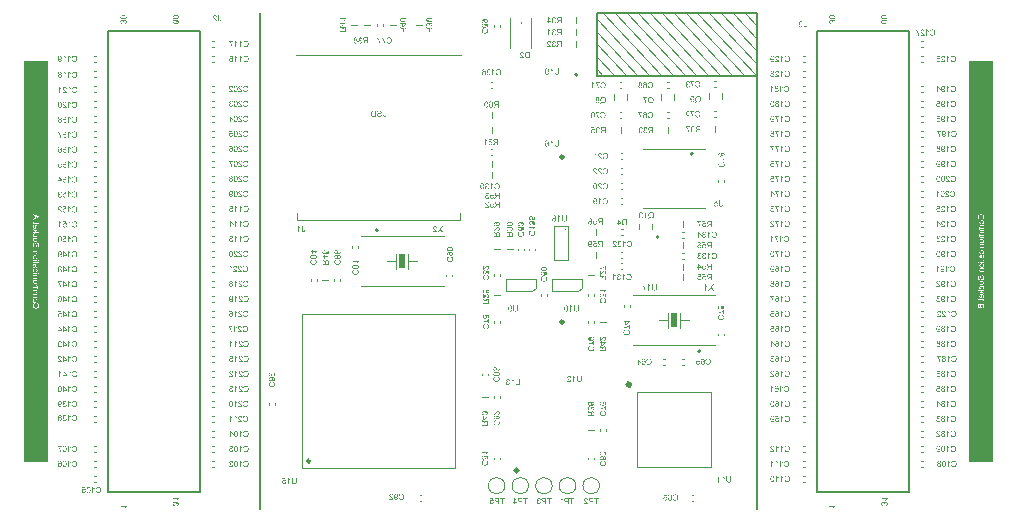
<source format=gbo>
G04*
G04 #@! TF.GenerationSoftware,Altium Limited,Altium Designer,20.0.13 (296)*
G04*
G04 Layer_Color=32896*
%FSLAX24Y24*%
%MOIN*%
G70*
G01*
G75*
%ADD10C,0.0039*%
%ADD11C,0.0079*%
%ADD12C,0.0098*%
%ADD13C,0.0157*%
%ADD15C,0.0020*%
%ADD102C,0.0118*%
%ADD103C,0.0008*%
%ADD104C,0.0079*%
%ADD105R,0.0200X0.0500*%
G36*
X31890Y1181D02*
X31102D01*
Y14567D01*
X31890D01*
Y1181D01*
D02*
G37*
G36*
X394Y1181D02*
X-394D01*
Y14567D01*
X394D01*
Y1181D01*
D02*
G37*
G36*
X11675Y12750D02*
Y12747D01*
Y12744D01*
X11675Y12742D01*
Y12739D01*
X11675Y12738D01*
X11674Y12736D01*
Y12734D01*
X11674Y12732D01*
X11674Y12731D01*
X11674Y12730D01*
Y12729D01*
X11674Y12728D01*
Y12728D01*
X11674Y12727D01*
Y12727D01*
Y12727D01*
X11673Y12723D01*
X11672Y12719D01*
X11670Y12716D01*
X11669Y12713D01*
X11668Y12711D01*
X11667Y12710D01*
X11666Y12709D01*
X11666Y12708D01*
Y12708D01*
X11664Y12706D01*
X11661Y12703D01*
X11658Y12701D01*
X11656Y12699D01*
X11653Y12698D01*
X11651Y12697D01*
X11650Y12696D01*
X11650Y12696D01*
X11649Y12696D01*
X11649D01*
X11645Y12694D01*
X11641Y12693D01*
X11637Y12692D01*
X11633Y12692D01*
X11630Y12691D01*
X11628Y12691D01*
X11627Y12691D01*
X11625D01*
X11620Y12691D01*
X11615Y12692D01*
X11610Y12693D01*
X11606Y12695D01*
X11602Y12697D01*
X11598Y12699D01*
X11594Y12701D01*
X11591Y12703D01*
X11588Y12706D01*
X11586Y12708D01*
X11584Y12710D01*
X11582Y12712D01*
X11581Y12713D01*
X11580Y12715D01*
X11579Y12715D01*
X11579Y12716D01*
Y12694D01*
X11557D01*
Y12841D01*
X11581D01*
Y12762D01*
Y12759D01*
X11582Y12756D01*
X11582Y12753D01*
X11582Y12750D01*
X11582Y12747D01*
X11583Y12745D01*
X11583Y12743D01*
X11583Y12741D01*
X11584Y12739D01*
X11584Y12738D01*
X11585Y12736D01*
X11585Y12735D01*
X11585Y12735D01*
X11585Y12734D01*
X11586Y12734D01*
Y12734D01*
X11587Y12730D01*
X11589Y12727D01*
X11592Y12724D01*
X11594Y12722D01*
X11596Y12720D01*
X11598Y12719D01*
X11599Y12718D01*
X11599Y12718D01*
X11599Y12718D01*
X11599D01*
X11603Y12716D01*
X11607Y12715D01*
X11610Y12714D01*
X11613Y12713D01*
X11616Y12713D01*
X11617Y12713D01*
X11618D01*
X11619Y12712D01*
X11620D01*
X11624Y12713D01*
X11628Y12713D01*
X11631Y12714D01*
X11634Y12715D01*
X11636Y12716D01*
X11638Y12717D01*
X11639Y12718D01*
X11639Y12718D01*
X11639D01*
X11642Y12720D01*
X11644Y12722D01*
X11645Y12725D01*
X11647Y12728D01*
X11648Y12730D01*
X11648Y12732D01*
X11648Y12732D01*
X11649Y12733D01*
X11649Y12733D01*
Y12733D01*
X11649Y12735D01*
X11649Y12736D01*
X11649Y12738D01*
X11650Y12740D01*
X11650Y12745D01*
X11650Y12749D01*
X11650Y12753D01*
Y12755D01*
Y12756D01*
Y12758D01*
Y12759D01*
Y12759D01*
Y12759D01*
Y12841D01*
X11675D01*
Y12750D01*
D02*
G37*
G36*
X11326Y12694D02*
X11254D01*
X11247Y12694D01*
X11241Y12695D01*
X11238Y12695D01*
X11235Y12695D01*
X11233Y12696D01*
X11231Y12696D01*
X11229Y12696D01*
X11227Y12697D01*
X11225Y12697D01*
X11224Y12697D01*
X11223Y12697D01*
X11222Y12697D01*
X11222Y12698D01*
X11221D01*
X11216Y12699D01*
X11212Y12701D01*
X11208Y12702D01*
X11204Y12704D01*
X11203Y12705D01*
X11201Y12706D01*
X11200Y12706D01*
X11199Y12707D01*
X11198Y12707D01*
X11198Y12707D01*
X11197Y12708D01*
X11197D01*
X11194Y12710D01*
X11190Y12713D01*
X11187Y12717D01*
X11184Y12719D01*
X11182Y12722D01*
X11180Y12724D01*
X11180Y12725D01*
X11179Y12725D01*
X11179Y12726D01*
X11179Y12726D01*
X11176Y12731D01*
X11173Y12736D01*
X11171Y12740D01*
X11169Y12745D01*
X11168Y12747D01*
X11167Y12749D01*
X11167Y12751D01*
X11166Y12752D01*
X11166Y12754D01*
X11165Y12755D01*
X11165Y12755D01*
Y12755D01*
X11163Y12762D01*
X11162Y12769D01*
X11161Y12776D01*
X11161Y12779D01*
X11160Y12782D01*
X11160Y12785D01*
X11160Y12788D01*
X11160Y12790D01*
X11160Y12792D01*
Y12794D01*
Y12795D01*
Y12796D01*
Y12796D01*
Y12801D01*
X11160Y12806D01*
X11160Y12811D01*
X11161Y12815D01*
X11162Y12819D01*
X11162Y12823D01*
X11163Y12827D01*
X11164Y12830D01*
X11164Y12833D01*
X11165Y12836D01*
X11166Y12838D01*
X11166Y12840D01*
X11167Y12842D01*
X11167Y12843D01*
X11168Y12844D01*
X11168Y12844D01*
X11169Y12848D01*
X11171Y12852D01*
X11173Y12855D01*
X11175Y12858D01*
X11177Y12861D01*
X11179Y12864D01*
X11181Y12867D01*
X11183Y12869D01*
X11184Y12871D01*
X11186Y12873D01*
X11187Y12875D01*
X11189Y12876D01*
X11190Y12877D01*
X11191Y12878D01*
X11191Y12878D01*
X11191Y12879D01*
X11196Y12882D01*
X11201Y12885D01*
X11206Y12888D01*
X11211Y12890D01*
X11213Y12891D01*
X11215Y12891D01*
X11217Y12892D01*
X11218Y12892D01*
X11219Y12893D01*
X11220Y12893D01*
X11221Y12893D01*
X11221D01*
X11224Y12894D01*
X11226Y12894D01*
X11232Y12895D01*
X11238Y12895D01*
X11244Y12896D01*
X11246Y12896D01*
X11249D01*
X11251Y12896D01*
X11326D01*
Y12694D01*
D02*
G37*
G36*
X11452Y12899D02*
X11459Y12899D01*
X11463Y12898D01*
X11466Y12897D01*
X11469Y12897D01*
X11471Y12896D01*
X11474Y12895D01*
X11476Y12895D01*
X11478Y12894D01*
X11479Y12894D01*
X11480Y12893D01*
X11481Y12893D01*
X11482Y12893D01*
X11482D01*
X11485Y12891D01*
X11488Y12890D01*
X11491Y12888D01*
X11493Y12887D01*
X11495Y12885D01*
X11498Y12883D01*
X11499Y12882D01*
X11501Y12880D01*
X11503Y12878D01*
X11504Y12877D01*
X11505Y12876D01*
X11506Y12875D01*
X11507Y12874D01*
X11507Y12873D01*
X11507Y12873D01*
X11508Y12872D01*
X11509Y12870D01*
X11510Y12867D01*
X11512Y12865D01*
X11512Y12862D01*
X11514Y12858D01*
X11515Y12853D01*
X11515Y12851D01*
X11516Y12849D01*
X11516Y12848D01*
X11516Y12846D01*
X11516Y12845D01*
Y12844D01*
Y12844D01*
Y12844D01*
X11516Y12839D01*
X11515Y12834D01*
X11514Y12830D01*
X11513Y12826D01*
X11512Y12824D01*
X11511Y12823D01*
X11511Y12822D01*
X11510Y12821D01*
X11510Y12820D01*
X11509Y12819D01*
X11509Y12819D01*
Y12819D01*
X11506Y12815D01*
X11503Y12811D01*
X11499Y12808D01*
X11496Y12805D01*
X11492Y12803D01*
X11491Y12802D01*
X11490Y12801D01*
X11489Y12801D01*
X11488Y12800D01*
X11488Y12800D01*
X11488Y12800D01*
X11485Y12799D01*
X11483Y12798D01*
X11480Y12796D01*
X11477Y12795D01*
X11470Y12793D01*
X11464Y12791D01*
X11461Y12791D01*
X11458Y12790D01*
X11455Y12789D01*
X11453Y12788D01*
X11451Y12788D01*
X11450Y12788D01*
X11449Y12787D01*
X11449D01*
X11443Y12786D01*
X11439Y12785D01*
X11435Y12784D01*
X11431Y12783D01*
X11428Y12782D01*
X11425Y12781D01*
X11422Y12780D01*
X11420Y12780D01*
X11418Y12779D01*
X11416Y12779D01*
X11415Y12778D01*
X11414Y12778D01*
X11413Y12778D01*
X11413Y12778D01*
X11413Y12777D01*
X11412D01*
X11408Y12775D01*
X11404Y12774D01*
X11401Y12772D01*
X11399Y12770D01*
X11397Y12768D01*
X11395Y12767D01*
X11394Y12766D01*
X11394Y12766D01*
X11392Y12763D01*
X11391Y12760D01*
X11390Y12757D01*
X11389Y12755D01*
X11389Y12752D01*
X11389Y12751D01*
Y12750D01*
Y12749D01*
Y12749D01*
Y12749D01*
X11389Y12746D01*
X11389Y12742D01*
X11390Y12739D01*
X11391Y12737D01*
X11393Y12735D01*
X11393Y12733D01*
X11394Y12732D01*
X11394Y12732D01*
Y12732D01*
X11397Y12729D01*
X11400Y12727D01*
X11402Y12724D01*
X11405Y12723D01*
X11408Y12721D01*
X11410Y12720D01*
X11411Y12720D01*
X11411Y12720D01*
X11412Y12719D01*
X11412D01*
X11416Y12718D01*
X11421Y12717D01*
X11425Y12716D01*
X11430Y12715D01*
X11432Y12715D01*
X11433Y12715D01*
X11435D01*
X11436Y12715D01*
X11439D01*
X11445Y12715D01*
X11451Y12716D01*
X11456Y12717D01*
X11459Y12717D01*
X11461Y12718D01*
X11463Y12718D01*
X11465Y12719D01*
X11466Y12719D01*
X11467Y12720D01*
X11469Y12720D01*
X11469Y12721D01*
X11470Y12721D01*
X11470D01*
X11475Y12723D01*
X11479Y12726D01*
X11482Y12728D01*
X11485Y12731D01*
X11487Y12733D01*
X11489Y12735D01*
X11490Y12736D01*
X11490Y12736D01*
X11490Y12736D01*
Y12736D01*
X11492Y12740D01*
X11494Y12745D01*
X11496Y12749D01*
X11497Y12753D01*
X11497Y12754D01*
X11498Y12756D01*
X11498Y12758D01*
X11498Y12759D01*
X11498Y12760D01*
Y12761D01*
X11498Y12761D01*
Y12761D01*
X11524Y12759D01*
X11523Y12756D01*
X11523Y12752D01*
X11522Y12745D01*
X11521Y12742D01*
X11520Y12739D01*
X11519Y12736D01*
X11518Y12734D01*
X11517Y12731D01*
X11516Y12729D01*
X11515Y12727D01*
X11514Y12726D01*
X11514Y12724D01*
X11513Y12724D01*
X11513Y12723D01*
X11513Y12723D01*
X11511Y12720D01*
X11508Y12717D01*
X11506Y12715D01*
X11504Y12712D01*
X11501Y12710D01*
X11499Y12708D01*
X11497Y12707D01*
X11494Y12705D01*
X11492Y12703D01*
X11490Y12702D01*
X11488Y12701D01*
X11487Y12700D01*
X11485Y12700D01*
X11484Y12699D01*
X11484Y12699D01*
X11484Y12699D01*
X11480Y12697D01*
X11476Y12696D01*
X11469Y12694D01*
X11461Y12693D01*
X11457Y12692D01*
X11454Y12692D01*
X11450Y12692D01*
X11447Y12691D01*
X11445Y12691D01*
X11442D01*
X11440Y12691D01*
X11438D01*
X11434Y12691D01*
X11430Y12691D01*
X11426Y12692D01*
X11422Y12692D01*
X11419Y12693D01*
X11416Y12693D01*
X11413Y12694D01*
X11410Y12695D01*
X11408Y12696D01*
X11405Y12696D01*
X11403Y12697D01*
X11402Y12698D01*
X11400Y12698D01*
X11399Y12699D01*
X11399Y12699D01*
X11399D01*
X11396Y12700D01*
X11393Y12702D01*
X11390Y12704D01*
X11387Y12706D01*
X11385Y12707D01*
X11383Y12709D01*
X11381Y12711D01*
X11379Y12713D01*
X11377Y12714D01*
X11376Y12716D01*
X11375Y12717D01*
X11374Y12719D01*
X11373Y12720D01*
X11372Y12720D01*
X11372Y12721D01*
X11372Y12721D01*
X11371Y12724D01*
X11369Y12726D01*
X11368Y12729D01*
X11367Y12732D01*
X11365Y12737D01*
X11364Y12741D01*
X11364Y12743D01*
X11363Y12745D01*
X11363Y12747D01*
X11363Y12748D01*
X11363Y12750D01*
Y12750D01*
Y12751D01*
Y12751D01*
X11363Y12754D01*
X11363Y12757D01*
X11364Y12763D01*
X11365Y12767D01*
X11366Y12770D01*
X11367Y12772D01*
X11368Y12773D01*
X11369Y12775D01*
X11369Y12777D01*
X11370Y12778D01*
X11371Y12779D01*
X11371Y12779D01*
X11371Y12780D01*
X11371Y12780D01*
X11373Y12782D01*
X11375Y12784D01*
X11379Y12788D01*
X11383Y12792D01*
X11387Y12795D01*
X11389Y12796D01*
X11391Y12797D01*
X11393Y12798D01*
X11394Y12799D01*
X11396Y12800D01*
X11397Y12800D01*
X11397Y12800D01*
X11397Y12801D01*
X11400Y12802D01*
X11403Y12803D01*
X11406Y12804D01*
X11410Y12805D01*
X11417Y12807D01*
X11424Y12809D01*
X11428Y12810D01*
X11431Y12811D01*
X11434Y12811D01*
X11437Y12812D01*
X11439Y12813D01*
X11441Y12813D01*
X11442Y12813D01*
X11442D01*
X11448Y12815D01*
X11453Y12816D01*
X11458Y12817D01*
X11462Y12819D01*
X11466Y12820D01*
X11469Y12821D01*
X11472Y12822D01*
X11475Y12823D01*
X11477Y12824D01*
X11478Y12825D01*
X11480Y12826D01*
X11481Y12826D01*
X11482Y12827D01*
X11482Y12827D01*
X11482Y12828D01*
X11483D01*
X11484Y12829D01*
X11485Y12830D01*
X11487Y12833D01*
X11488Y12836D01*
X11489Y12839D01*
X11490Y12842D01*
X11490Y12844D01*
X11490Y12844D01*
Y12845D01*
Y12845D01*
Y12845D01*
X11490Y12848D01*
X11490Y12850D01*
X11489Y12852D01*
X11489Y12854D01*
X11487Y12858D01*
X11485Y12861D01*
X11483Y12864D01*
X11482Y12865D01*
X11481Y12865D01*
X11480Y12866D01*
X11480Y12867D01*
X11480Y12867D01*
X11479Y12867D01*
X11477Y12869D01*
X11475Y12870D01*
X11472Y12871D01*
X11469Y12872D01*
X11463Y12874D01*
X11457Y12875D01*
X11455Y12875D01*
X11452Y12875D01*
X11450Y12876D01*
X11448Y12876D01*
X11446Y12876D01*
X11444D01*
X11440Y12876D01*
X11436Y12876D01*
X11432Y12875D01*
X11428Y12874D01*
X11425Y12874D01*
X11422Y12873D01*
X11420Y12872D01*
X11418Y12871D01*
X11415Y12870D01*
X11414Y12869D01*
X11412Y12868D01*
X11411Y12868D01*
X11410Y12867D01*
X11409Y12866D01*
X11409Y12866D01*
X11409Y12866D01*
X11407Y12864D01*
X11405Y12862D01*
X11403Y12860D01*
X11401Y12858D01*
X11400Y12855D01*
X11399Y12853D01*
X11397Y12848D01*
X11396Y12846D01*
X11396Y12844D01*
X11395Y12842D01*
X11395Y12840D01*
X11395Y12839D01*
X11395Y12838D01*
X11394Y12837D01*
Y12837D01*
X11369Y12839D01*
X11369Y12843D01*
X11370Y12846D01*
X11371Y12852D01*
X11372Y12854D01*
X11372Y12857D01*
X11373Y12859D01*
X11374Y12862D01*
X11375Y12864D01*
X11376Y12865D01*
X11377Y12867D01*
X11378Y12868D01*
X11378Y12869D01*
X11379Y12870D01*
X11379Y12871D01*
X11379Y12871D01*
X11381Y12874D01*
X11383Y12876D01*
X11387Y12880D01*
X11391Y12884D01*
X11396Y12887D01*
X11398Y12888D01*
X11399Y12889D01*
X11401Y12890D01*
X11403Y12891D01*
X11404Y12892D01*
X11405Y12892D01*
X11405Y12892D01*
X11405D01*
X11412Y12895D01*
X11419Y12896D01*
X11425Y12898D01*
X11429Y12898D01*
X11432Y12899D01*
X11434Y12899D01*
X11437Y12899D01*
X11439Y12899D01*
X11441D01*
X11443Y12900D01*
X11445D01*
X11452Y12899D01*
D02*
G37*
G36*
X28289Y16079D02*
X28294Y16079D01*
X28299Y16079D01*
X28303Y16078D01*
X28307Y16078D01*
X28310Y16077D01*
X28314Y16077D01*
X28317Y16077D01*
X28319Y16076D01*
X28321Y16076D01*
X28323Y16075D01*
X28324Y16075D01*
X28325Y16075D01*
X28326Y16075D01*
X28326D01*
X28332Y16073D01*
X28338Y16071D01*
X28341Y16070D01*
X28343Y16069D01*
X28346Y16068D01*
X28348Y16067D01*
X28350Y16066D01*
X28351Y16065D01*
X28353Y16064D01*
X28354Y16064D01*
X28355Y16063D01*
X28356Y16062D01*
X28356Y16062D01*
X28356Y16062D01*
X28360Y16059D01*
X28364Y16056D01*
X28367Y16052D01*
X28370Y16049D01*
X28372Y16046D01*
X28373Y16045D01*
X28374Y16044D01*
X28374Y16043D01*
X28375Y16042D01*
X28375Y16042D01*
Y16042D01*
X28377Y16037D01*
X28379Y16032D01*
X28380Y16027D01*
X28381Y16023D01*
X28381Y16021D01*
X28381Y16019D01*
X28381Y16018D01*
Y16016D01*
X28382Y16015D01*
Y16013D01*
X28381Y16009D01*
X28381Y16006D01*
X28381Y16002D01*
X28380Y15998D01*
X28379Y15995D01*
X28378Y15992D01*
X28377Y15989D01*
X28376Y15987D01*
X28375Y15985D01*
X28374Y15983D01*
X28373Y15981D01*
X28372Y15980D01*
X28371Y15978D01*
X28370Y15978D01*
X28370Y15977D01*
X28370Y15977D01*
X28367Y15974D01*
X28365Y15972D01*
X28360Y15967D01*
X28354Y15964D01*
X28349Y15960D01*
X28346Y15959D01*
X28344Y15958D01*
X28342Y15957D01*
X28340Y15956D01*
X28338Y15956D01*
X28337Y15955D01*
X28336Y15955D01*
X28336Y15955D01*
X28332Y15954D01*
X28327Y15953D01*
X28323Y15952D01*
X28318Y15951D01*
X28308Y15949D01*
X28304Y15949D01*
X28299Y15949D01*
X28295Y15948D01*
X28291Y15948D01*
X28287Y15948D01*
X28284D01*
X28282Y15948D01*
X28280D01*
X28279D01*
X28279D01*
X28279D01*
X28279D01*
X28273D01*
X28268Y15948D01*
X28264Y15948D01*
X28259Y15949D01*
X28254Y15949D01*
X28250Y15950D01*
X28246Y15950D01*
X28242Y15951D01*
X28234Y15952D01*
X28228Y15954D01*
X28222Y15956D01*
X28216Y15958D01*
X28212Y15960D01*
X28208Y15961D01*
X28204Y15963D01*
X28201Y15964D01*
X28199Y15966D01*
X28198Y15967D01*
X28197Y15967D01*
X28196Y15968D01*
X28193Y15971D01*
X28190Y15974D01*
X28187Y15978D01*
X28185Y15982D01*
X28182Y15986D01*
X28181Y15989D01*
X28180Y15993D01*
X28178Y15997D01*
X28178Y16000D01*
X28177Y16003D01*
X28177Y16006D01*
X28176Y16009D01*
X28176Y16011D01*
X28176Y16012D01*
Y16013D01*
X28176Y16017D01*
X28176Y16021D01*
X28177Y16025D01*
X28178Y16029D01*
X28179Y16032D01*
X28180Y16035D01*
X28181Y16037D01*
X28182Y16040D01*
X28183Y16042D01*
X28184Y16044D01*
X28185Y16046D01*
X28186Y16047D01*
X28187Y16049D01*
X28187Y16049D01*
X28187Y16050D01*
X28188Y16050D01*
X28190Y16053D01*
X28192Y16055D01*
X28198Y16060D01*
X28203Y16063D01*
X28209Y16066D01*
X28211Y16068D01*
X28214Y16069D01*
X28216Y16070D01*
X28218Y16071D01*
X28219Y16071D01*
X28220Y16072D01*
X28221Y16072D01*
X28221D01*
X28225Y16073D01*
X28230Y16074D01*
X28235Y16075D01*
X28239Y16076D01*
X28249Y16078D01*
X28254Y16078D01*
X28258Y16078D01*
X28262Y16079D01*
X28266Y16079D01*
X28270Y16079D01*
X28273D01*
X28275Y16079D01*
X28277D01*
X28278D01*
X28278D01*
X28278D01*
X28279D01*
X28284D01*
X28289Y16079D01*
D02*
G37*
G36*
X28250Y15923D02*
X28255Y15922D01*
X28260Y15922D01*
X28264Y15920D01*
X28268Y15919D01*
X28272Y15918D01*
X28276Y15916D01*
X28279Y15914D01*
X28282Y15913D01*
X28284Y15911D01*
X28287Y15910D01*
X28288Y15908D01*
X28290Y15907D01*
X28291Y15906D01*
X28292Y15906D01*
X28292Y15906D01*
X28295Y15902D01*
X28298Y15899D01*
X28300Y15895D01*
X28302Y15892D01*
X28304Y15888D01*
X28305Y15885D01*
X28307Y15881D01*
X28308Y15878D01*
X28308Y15875D01*
X28309Y15872D01*
X28310Y15870D01*
X28310Y15868D01*
X28310Y15866D01*
X28310Y15865D01*
Y15863D01*
X28310Y15858D01*
X28309Y15853D01*
X28308Y15849D01*
X28307Y15845D01*
X28306Y15843D01*
X28305Y15841D01*
X28305Y15840D01*
X28304Y15839D01*
X28304Y15838D01*
X28304Y15837D01*
X28303Y15837D01*
Y15836D01*
X28301Y15832D01*
X28297Y15827D01*
X28294Y15824D01*
X28291Y15821D01*
X28288Y15818D01*
X28286Y15817D01*
X28285Y15816D01*
X28284Y15815D01*
X28284Y15815D01*
X28283Y15815D01*
X28283Y15814D01*
X28289Y15815D01*
X28294Y15815D01*
X28299Y15815D01*
X28303Y15816D01*
X28307Y15816D01*
X28311Y15817D01*
X28315Y15817D01*
X28318Y15818D01*
X28321Y15819D01*
X28323Y15819D01*
X28325Y15820D01*
X28327Y15820D01*
X28328Y15821D01*
X28329Y15821D01*
X28329Y15821D01*
X28330D01*
X28333Y15823D01*
X28335Y15824D01*
X28338Y15826D01*
X28340Y15827D01*
X28343Y15829D01*
X28345Y15830D01*
X28347Y15832D01*
X28348Y15833D01*
X28350Y15835D01*
X28351Y15836D01*
X28352Y15837D01*
X28353Y15838D01*
X28354Y15839D01*
X28354Y15839D01*
X28354Y15840D01*
X28355Y15840D01*
X28357Y15843D01*
X28359Y15847D01*
X28360Y15850D01*
X28360Y15854D01*
X28361Y15856D01*
X28361Y15858D01*
Y15859D01*
X28361Y15859D01*
Y15861D01*
X28361Y15863D01*
X28361Y15866D01*
X28360Y15868D01*
X28360Y15871D01*
X28358Y15875D01*
X28356Y15879D01*
X28355Y15880D01*
X28354Y15882D01*
X28353Y15883D01*
X28352Y15884D01*
X28352Y15884D01*
X28351Y15885D01*
X28351Y15885D01*
X28351Y15886D01*
X28349Y15887D01*
X28348Y15888D01*
X28345Y15890D01*
X28341Y15891D01*
X28338Y15893D01*
X28334Y15894D01*
X28333Y15894D01*
X28332Y15894D01*
X28331Y15895D01*
X28330Y15895D01*
X28330Y15895D01*
X28329D01*
X28331Y15920D01*
X28336Y15919D01*
X28340Y15918D01*
X28343Y15917D01*
X28347Y15915D01*
X28350Y15914D01*
X28353Y15912D01*
X28356Y15911D01*
X28359Y15909D01*
X28361Y15908D01*
X28363Y15906D01*
X28364Y15905D01*
X28366Y15904D01*
X28367Y15903D01*
X28368Y15902D01*
X28368Y15901D01*
X28368Y15901D01*
X28371Y15898D01*
X28373Y15895D01*
X28374Y15892D01*
X28376Y15889D01*
X28377Y15886D01*
X28378Y15882D01*
X28379Y15879D01*
X28380Y15876D01*
X28381Y15873D01*
X28381Y15871D01*
X28381Y15868D01*
X28381Y15866D01*
X28382Y15865D01*
Y15862D01*
X28381Y15856D01*
X28381Y15851D01*
X28380Y15846D01*
X28378Y15841D01*
X28376Y15836D01*
X28374Y15832D01*
X28372Y15828D01*
X28370Y15825D01*
X28368Y15822D01*
X28366Y15819D01*
X28364Y15817D01*
X28362Y15815D01*
X28361Y15813D01*
X28360Y15812D01*
X28359Y15812D01*
X28359Y15811D01*
X28356Y15809D01*
X28353Y15807D01*
X28347Y15804D01*
X28341Y15801D01*
X28334Y15799D01*
X28327Y15797D01*
X28320Y15795D01*
X28313Y15794D01*
X28306Y15792D01*
X28300Y15792D01*
X28293Y15791D01*
X28290Y15791D01*
X28288Y15791D01*
X28285Y15790D01*
X28283Y15790D01*
X28281Y15790D01*
X28279D01*
X28278D01*
X28276Y15790D01*
X28275D01*
X28274D01*
X28274D01*
X28273D01*
X28264Y15790D01*
X28255Y15791D01*
X28247Y15792D01*
X28240Y15793D01*
X28233Y15794D01*
X28227Y15796D01*
X28221Y15798D01*
X28216Y15800D01*
X28212Y15801D01*
X28209Y15803D01*
X28205Y15805D01*
X28203Y15806D01*
X28201Y15807D01*
X28200Y15808D01*
X28199Y15809D01*
X28199Y15809D01*
X28195Y15813D01*
X28191Y15817D01*
X28188Y15821D01*
X28185Y15825D01*
X28183Y15830D01*
X28181Y15834D01*
X28180Y15838D01*
X28179Y15842D01*
X28178Y15846D01*
X28177Y15849D01*
X28177Y15852D01*
X28176Y15855D01*
X28176Y15857D01*
X28176Y15858D01*
Y15860D01*
X28176Y15863D01*
X28176Y15866D01*
X28177Y15873D01*
X28178Y15875D01*
X28179Y15878D01*
X28179Y15881D01*
X28180Y15883D01*
X28181Y15885D01*
X28182Y15887D01*
X28182Y15889D01*
X28183Y15890D01*
X28184Y15891D01*
X28184Y15892D01*
X28184Y15892D01*
X28184Y15892D01*
X28186Y15895D01*
X28188Y15897D01*
X28192Y15902D01*
X28196Y15906D01*
X28200Y15909D01*
X28204Y15912D01*
X28205Y15913D01*
X28207Y15913D01*
X28208Y15914D01*
X28209Y15915D01*
X28209Y15915D01*
X28209Y15915D01*
X28213Y15916D01*
X28216Y15918D01*
X28222Y15920D01*
X28228Y15921D01*
X28230Y15922D01*
X28233Y15922D01*
X28235Y15922D01*
X28238Y15923D01*
X28240Y15923D01*
X28241D01*
X28243Y15923D01*
X28244D01*
X28244D01*
X28245D01*
X28250Y15923D01*
D02*
G37*
G36*
X26549Y16078D02*
X26554Y16078D01*
X26558Y16077D01*
X26563Y16077D01*
X26567Y16077D01*
X26570Y16076D01*
X26573Y16076D01*
X26576Y16075D01*
X26579Y16075D01*
X26581Y16075D01*
X26583Y16074D01*
X26584Y16074D01*
X26585Y16074D01*
X26586Y16073D01*
X26586D01*
X26592Y16072D01*
X26598Y16070D01*
X26601Y16069D01*
X26603Y16068D01*
X26606Y16066D01*
X26607Y16065D01*
X26609Y16065D01*
X26611Y16064D01*
X26613Y16063D01*
X26614Y16062D01*
X26615Y16062D01*
X26615Y16061D01*
X26616Y16061D01*
X26616Y16061D01*
X26620Y16058D01*
X26624Y16054D01*
X26627Y16051D01*
X26630Y16048D01*
X26632Y16045D01*
X26633Y16044D01*
X26634Y16043D01*
X26634Y16042D01*
X26634Y16041D01*
X26635Y16041D01*
Y16041D01*
X26637Y16036D01*
X26639Y16031D01*
X26640Y16026D01*
X26641Y16022D01*
X26641Y16020D01*
X26641Y16018D01*
X26641Y16016D01*
Y16015D01*
X26641Y16014D01*
Y16012D01*
X26641Y16008D01*
X26641Y16004D01*
X26640Y16001D01*
X26639Y15997D01*
X26639Y15994D01*
X26638Y15991D01*
X26637Y15988D01*
X26635Y15986D01*
X26634Y15983D01*
X26633Y15981D01*
X26632Y15980D01*
X26631Y15978D01*
X26631Y15977D01*
X26630Y15976D01*
X26630Y15976D01*
X26630Y15976D01*
X26627Y15973D01*
X26625Y15971D01*
X26619Y15966D01*
X26614Y15962D01*
X26608Y15959D01*
X26606Y15958D01*
X26603Y15957D01*
X26601Y15956D01*
X26600Y15955D01*
X26598Y15954D01*
X26597Y15954D01*
X26596Y15954D01*
X26596Y15954D01*
X26592Y15953D01*
X26587Y15951D01*
X26582Y15950D01*
X26578Y15950D01*
X26568Y15948D01*
X26563Y15948D01*
X26559Y15947D01*
X26555Y15947D01*
X26551Y15947D01*
X26547Y15947D01*
X26544D01*
X26542Y15946D01*
X26540D01*
X26539D01*
X26539D01*
X26539D01*
X26538D01*
X26533D01*
X26528Y15947D01*
X26523Y15947D01*
X26519Y15947D01*
X26514Y15948D01*
X26510Y15948D01*
X26506Y15949D01*
X26502Y15950D01*
X26494Y15951D01*
X26487Y15953D01*
X26481Y15954D01*
X26476Y15956D01*
X26471Y15958D01*
X26467Y15960D01*
X26464Y15962D01*
X26461Y15963D01*
X26459Y15965D01*
X26458Y15966D01*
X26457Y15966D01*
X26456Y15966D01*
X26453Y15970D01*
X26449Y15973D01*
X26447Y15977D01*
X26444Y15981D01*
X26442Y15984D01*
X26441Y15988D01*
X26439Y15992D01*
X26438Y15996D01*
X26437Y15999D01*
X26437Y16002D01*
X26436Y16005D01*
X26436Y16007D01*
X26436Y16009D01*
X26436Y16011D01*
Y16012D01*
X26436Y16016D01*
X26436Y16020D01*
X26437Y16024D01*
X26438Y16027D01*
X26438Y16030D01*
X26439Y16034D01*
X26440Y16036D01*
X26442Y16039D01*
X26443Y16041D01*
X26444Y16043D01*
X26445Y16045D01*
X26446Y16046D01*
X26446Y16047D01*
X26447Y16048D01*
X26447Y16049D01*
X26447Y16049D01*
X26450Y16051D01*
X26452Y16054D01*
X26458Y16058D01*
X26463Y16062D01*
X26469Y16065D01*
X26471Y16066D01*
X26473Y16068D01*
X26476Y16069D01*
X26477Y16069D01*
X26479Y16070D01*
X26480Y16070D01*
X26481Y16071D01*
X26481D01*
X26485Y16072D01*
X26490Y16073D01*
X26494Y16074D01*
X26499Y16075D01*
X26509Y16076D01*
X26513Y16077D01*
X26518Y16077D01*
X26522Y16078D01*
X26526Y16078D01*
X26529Y16078D01*
X26532D01*
X26535Y16078D01*
X26537D01*
X26537D01*
X26538D01*
X26538D01*
X26538D01*
X26544D01*
X26549Y16078D01*
D02*
G37*
G36*
X26502Y15922D02*
X26505Y15922D01*
X26509Y15921D01*
X26512Y15920D01*
X26515Y15920D01*
X26517Y15919D01*
X26520Y15918D01*
X26522Y15917D01*
X26524Y15916D01*
X26526Y15915D01*
X26527Y15914D01*
X26529Y15914D01*
X26530Y15913D01*
X26530Y15912D01*
X26531Y15912D01*
X26531Y15912D01*
X26533Y15910D01*
X26535Y15908D01*
X26537Y15906D01*
X26539Y15903D01*
X26541Y15901D01*
X26542Y15899D01*
X26544Y15894D01*
X26545Y15892D01*
X26546Y15890D01*
X26547Y15889D01*
X26547Y15887D01*
X26548Y15886D01*
X26548Y15885D01*
X26548Y15884D01*
Y15884D01*
X26551Y15889D01*
X26553Y15893D01*
X26556Y15897D01*
X26559Y15900D01*
X26561Y15902D01*
X26563Y15904D01*
X26564Y15904D01*
X26565Y15904D01*
X26565Y15905D01*
X26565D01*
X26569Y15907D01*
X26573Y15909D01*
X26577Y15910D01*
X26581Y15911D01*
X26584Y15912D01*
X26586Y15912D01*
X26587D01*
X26588Y15912D01*
X26588D01*
X26589D01*
X26589D01*
X26592D01*
X26594Y15912D01*
X26599Y15911D01*
X26603Y15910D01*
X26607Y15908D01*
X26609Y15908D01*
X26610Y15907D01*
X26612Y15906D01*
X26613Y15906D01*
X26614Y15905D01*
X26614Y15905D01*
X26615Y15905D01*
X26615Y15904D01*
X26619Y15901D01*
X26623Y15898D01*
X26627Y15894D01*
X26629Y15891D01*
X26631Y15888D01*
X26632Y15887D01*
X26633Y15886D01*
X26634Y15885D01*
X26634Y15884D01*
X26634Y15883D01*
Y15883D01*
X26637Y15878D01*
X26638Y15873D01*
X26640Y15868D01*
X26641Y15863D01*
X26641Y15861D01*
X26641Y15859D01*
X26641Y15857D01*
Y15856D01*
X26641Y15854D01*
Y15853D01*
X26641Y15848D01*
X26641Y15844D01*
X26640Y15840D01*
X26639Y15836D01*
X26638Y15833D01*
X26637Y15830D01*
X26636Y15827D01*
X26635Y15824D01*
X26633Y15821D01*
X26632Y15819D01*
X26631Y15817D01*
X26630Y15816D01*
X26629Y15814D01*
X26628Y15813D01*
X26628Y15813D01*
X26628Y15813D01*
X26625Y15810D01*
X26622Y15807D01*
X26619Y15805D01*
X26616Y15803D01*
X26613Y15801D01*
X26609Y15799D01*
X26606Y15798D01*
X26603Y15796D01*
X26600Y15795D01*
X26598Y15795D01*
X26595Y15794D01*
X26593Y15793D01*
X26592Y15793D01*
X26590Y15792D01*
X26589Y15792D01*
X26589D01*
X26585Y15817D01*
X26588Y15818D01*
X26591Y15818D01*
X26594Y15819D01*
X26597Y15820D01*
X26599Y15821D01*
X26601Y15822D01*
X26603Y15823D01*
X26605Y15824D01*
X26607Y15825D01*
X26608Y15826D01*
X26609Y15827D01*
X26610Y15828D01*
X26611Y15828D01*
X26612Y15829D01*
X26612Y15829D01*
X26612Y15829D01*
X26614Y15831D01*
X26615Y15833D01*
X26616Y15835D01*
X26617Y15837D01*
X26619Y15841D01*
X26620Y15845D01*
X26621Y15848D01*
X26621Y15850D01*
X26621Y15851D01*
X26621Y15852D01*
Y15853D01*
X26621Y15856D01*
X26621Y15859D01*
X26620Y15863D01*
X26618Y15867D01*
X26617Y15871D01*
X26616Y15872D01*
X26615Y15873D01*
X26614Y15875D01*
X26613Y15875D01*
X26613Y15876D01*
X26612Y15877D01*
X26612Y15877D01*
X26612Y15877D01*
X26610Y15879D01*
X26609Y15880D01*
X26607Y15882D01*
X26605Y15883D01*
X26601Y15884D01*
X26598Y15885D01*
X26594Y15886D01*
X26593Y15886D01*
X26592Y15886D01*
X26591Y15886D01*
X26590D01*
X26590D01*
X26590D01*
X26586Y15886D01*
X26584Y15886D01*
X26581Y15885D01*
X26578Y15884D01*
X26576Y15883D01*
X26574Y15882D01*
X26572Y15881D01*
X26570Y15880D01*
X26569Y15879D01*
X26568Y15878D01*
X26567Y15877D01*
X26566Y15876D01*
X26565Y15875D01*
X26564Y15874D01*
X26564Y15874D01*
X26564Y15874D01*
X26563Y15871D01*
X26561Y15869D01*
X26559Y15864D01*
X26558Y15859D01*
X26557Y15855D01*
X26557Y15853D01*
X26556Y15851D01*
X26556Y15849D01*
Y15848D01*
X26556Y15847D01*
Y15844D01*
X26556Y15843D01*
X26556Y15842D01*
Y15841D01*
X26535Y15839D01*
X26535Y15842D01*
X26536Y15846D01*
X26536Y15849D01*
X26537Y15851D01*
X26537Y15853D01*
X26537Y15855D01*
Y15856D01*
X26537Y15859D01*
X26537Y15862D01*
X26536Y15865D01*
X26535Y15868D01*
X26535Y15870D01*
X26534Y15873D01*
X26533Y15875D01*
X26532Y15877D01*
X26531Y15879D01*
X26530Y15880D01*
X26529Y15881D01*
X26528Y15883D01*
X26527Y15883D01*
X26527Y15884D01*
X26526Y15884D01*
X26526Y15884D01*
X26524Y15886D01*
X26522Y15888D01*
X26519Y15890D01*
X26517Y15891D01*
X26515Y15892D01*
X26512Y15893D01*
X26508Y15894D01*
X26506Y15895D01*
X26504Y15895D01*
X26502Y15895D01*
X26501Y15896D01*
X26500Y15896D01*
X26499D01*
X26498D01*
X26498D01*
X26495Y15896D01*
X26491Y15895D01*
X26488Y15895D01*
X26486Y15894D01*
X26483Y15893D01*
X26481Y15892D01*
X26478Y15891D01*
X26476Y15890D01*
X26474Y15889D01*
X26473Y15887D01*
X26471Y15886D01*
X26470Y15886D01*
X26469Y15885D01*
X26469Y15884D01*
X26468Y15884D01*
X26468Y15884D01*
X26466Y15881D01*
X26464Y15879D01*
X26462Y15876D01*
X26461Y15874D01*
X26460Y15871D01*
X26459Y15869D01*
X26458Y15867D01*
X26458Y15864D01*
X26457Y15862D01*
X26457Y15860D01*
X26456Y15858D01*
X26456Y15857D01*
X26456Y15856D01*
Y15854D01*
X26456Y15851D01*
X26456Y15849D01*
X26457Y15844D01*
X26459Y15840D01*
X26461Y15836D01*
X26461Y15834D01*
X26462Y15833D01*
X26463Y15832D01*
X26464Y15831D01*
X26464Y15830D01*
X26465Y15830D01*
X26465Y15829D01*
X26465Y15829D01*
X26467Y15827D01*
X26469Y15826D01*
X26472Y15824D01*
X26474Y15823D01*
X26479Y15820D01*
X26484Y15818D01*
X26486Y15817D01*
X26488Y15817D01*
X26490Y15816D01*
X26492Y15816D01*
X26494Y15815D01*
X26495Y15815D01*
X26495Y15815D01*
X26496D01*
X26492Y15790D01*
X26488Y15791D01*
X26483Y15791D01*
X26479Y15793D01*
X26475Y15794D01*
X26472Y15796D01*
X26468Y15797D01*
X26465Y15799D01*
X26462Y15801D01*
X26460Y15802D01*
X26458Y15804D01*
X26456Y15806D01*
X26454Y15807D01*
X26453Y15808D01*
X26452Y15809D01*
X26451Y15810D01*
X26451Y15810D01*
X26448Y15813D01*
X26446Y15817D01*
X26444Y15820D01*
X26442Y15824D01*
X26441Y15828D01*
X26439Y15831D01*
X26438Y15835D01*
X26437Y15838D01*
X26437Y15842D01*
X26436Y15845D01*
X26436Y15847D01*
X26436Y15849D01*
Y15851D01*
X26435Y15853D01*
Y15854D01*
X26436Y15859D01*
X26436Y15864D01*
X26437Y15869D01*
X26438Y15874D01*
X26440Y15878D01*
X26441Y15882D01*
X26443Y15886D01*
X26445Y15889D01*
X26446Y15892D01*
X26448Y15895D01*
X26449Y15897D01*
X26451Y15899D01*
X26452Y15901D01*
X26453Y15902D01*
X26453Y15902D01*
X26454Y15903D01*
X26457Y15906D01*
X26461Y15909D01*
X26465Y15911D01*
X26468Y15914D01*
X26472Y15916D01*
X26476Y15917D01*
X26480Y15918D01*
X26483Y15919D01*
X26486Y15920D01*
X26489Y15921D01*
X26492Y15921D01*
X26494Y15922D01*
X26496Y15922D01*
X26497Y15922D01*
X26498D01*
X26498D01*
X26502Y15922D01*
D02*
G37*
G36*
X28385Y-44D02*
X28383Y-45D01*
X28380Y-47D01*
X28375Y-50D01*
X28371Y-54D01*
X28367Y-58D01*
X28365Y-59D01*
X28363Y-61D01*
X28362Y-62D01*
X28360Y-64D01*
X28359Y-65D01*
X28359Y-66D01*
X28358Y-66D01*
X28358Y-66D01*
X28353Y-72D01*
X28349Y-79D01*
X28345Y-85D01*
X28343Y-87D01*
X28341Y-90D01*
X28339Y-93D01*
X28338Y-95D01*
X28337Y-97D01*
X28336Y-99D01*
X28335Y-100D01*
X28335Y-102D01*
X28335Y-102D01*
X28334Y-103D01*
X28310D01*
X28312Y-98D01*
X28314Y-94D01*
X28316Y-89D01*
X28318Y-85D01*
X28319Y-83D01*
X28320Y-82D01*
X28321Y-80D01*
X28322Y-79D01*
X28322Y-78D01*
X28323Y-77D01*
X28323Y-77D01*
X28323Y-77D01*
X28326Y-71D01*
X28329Y-67D01*
X28332Y-63D01*
X28335Y-59D01*
X28336Y-58D01*
X28337Y-57D01*
X28338Y-56D01*
X28339Y-55D01*
X28339Y-54D01*
X28340Y-53D01*
X28340Y-53D01*
X28340Y-53D01*
X28183D01*
Y-28D01*
X28385D01*
Y-44D01*
D02*
G37*
G36*
X28246Y-146D02*
X28249Y-146D01*
X28252Y-147D01*
X28255Y-148D01*
X28258Y-148D01*
X28261Y-149D01*
X28263Y-150D01*
X28266Y-151D01*
X28268Y-152D01*
X28270Y-153D01*
X28271Y-154D01*
X28272Y-154D01*
X28273Y-155D01*
X28274Y-156D01*
X28275Y-156D01*
X28275Y-156D01*
X28277Y-158D01*
X28279Y-160D01*
X28281Y-162D01*
X28283Y-164D01*
X28284Y-167D01*
X28286Y-169D01*
X28288Y-174D01*
X28289Y-176D01*
X28290Y-178D01*
X28290Y-179D01*
X28291Y-181D01*
X28291Y-182D01*
X28292Y-183D01*
X28292Y-184D01*
Y-184D01*
X28294Y-179D01*
X28297Y-175D01*
X28300Y-171D01*
X28303Y-168D01*
X28305Y-166D01*
X28307Y-164D01*
X28308Y-164D01*
X28308Y-163D01*
X28309Y-163D01*
X28309D01*
X28313Y-161D01*
X28317Y-159D01*
X28321Y-158D01*
X28325Y-157D01*
X28328Y-156D01*
X28329Y-156D01*
X28331D01*
X28331Y-156D01*
X28332D01*
X28332D01*
X28333D01*
X28335D01*
X28338Y-156D01*
X28343Y-157D01*
X28347Y-158D01*
X28351Y-160D01*
X28353Y-160D01*
X28354Y-161D01*
X28355Y-162D01*
X28357Y-162D01*
X28357Y-163D01*
X28358Y-163D01*
X28359Y-163D01*
X28359Y-163D01*
X28363Y-166D01*
X28367Y-170D01*
X28370Y-173D01*
X28373Y-177D01*
X28375Y-180D01*
X28376Y-181D01*
X28377Y-182D01*
X28377Y-183D01*
X28378Y-184D01*
X28378Y-184D01*
Y-185D01*
X28380Y-190D01*
X28382Y-195D01*
X28383Y-200D01*
X28384Y-205D01*
X28385Y-207D01*
X28385Y-209D01*
X28385Y-211D01*
Y-212D01*
X28385Y-213D01*
Y-215D01*
X28385Y-219D01*
X28385Y-224D01*
X28384Y-228D01*
X28383Y-232D01*
X28382Y-235D01*
X28381Y-238D01*
X28380Y-241D01*
X28378Y-244D01*
X28377Y-247D01*
X28376Y-249D01*
X28374Y-251D01*
X28373Y-252D01*
X28373Y-254D01*
X28372Y-254D01*
X28371Y-255D01*
X28371Y-255D01*
X28369Y-258D01*
X28366Y-261D01*
X28363Y-263D01*
X28360Y-265D01*
X28356Y-267D01*
X28353Y-269D01*
X28350Y-270D01*
X28347Y-271D01*
X28344Y-272D01*
X28341Y-273D01*
X28339Y-274D01*
X28337Y-275D01*
X28335Y-275D01*
X28334Y-275D01*
X28333Y-276D01*
X28333D01*
X28328Y-251D01*
X28332Y-250D01*
X28335Y-250D01*
X28338Y-249D01*
X28340Y-248D01*
X28343Y-247D01*
X28345Y-246D01*
X28347Y-245D01*
X28349Y-244D01*
X28350Y-243D01*
X28352Y-242D01*
X28353Y-241D01*
X28354Y-240D01*
X28355Y-239D01*
X28355Y-239D01*
X28356Y-239D01*
X28356Y-239D01*
X28357Y-237D01*
X28359Y-235D01*
X28360Y-233D01*
X28361Y-231D01*
X28363Y-227D01*
X28364Y-223D01*
X28364Y-220D01*
X28364Y-218D01*
X28365Y-217D01*
X28365Y-216D01*
Y-215D01*
X28365Y-212D01*
X28364Y-209D01*
X28363Y-205D01*
X28362Y-201D01*
X28360Y-197D01*
X28359Y-196D01*
X28359Y-194D01*
X28358Y-193D01*
X28357Y-192D01*
X28357Y-192D01*
X28356Y-191D01*
X28356Y-191D01*
X28356Y-191D01*
X28354Y-189D01*
X28352Y-188D01*
X28350Y-186D01*
X28349Y-185D01*
X28345Y-184D01*
X28341Y-183D01*
X28338Y-182D01*
X28337Y-182D01*
X28336Y-182D01*
X28335Y-181D01*
X28334D01*
X28333D01*
X28333D01*
X28330Y-182D01*
X28327Y-182D01*
X28325Y-183D01*
X28322Y-183D01*
X28320Y-184D01*
X28318Y-185D01*
X28316Y-187D01*
X28314Y-188D01*
X28312Y-189D01*
X28311Y-190D01*
X28310Y-191D01*
X28309Y-192D01*
X28309Y-193D01*
X28308Y-194D01*
X28308Y-194D01*
X28308Y-194D01*
X28306Y-197D01*
X28305Y-199D01*
X28303Y-204D01*
X28302Y-209D01*
X28301Y-213D01*
X28300Y-215D01*
X28300Y-217D01*
X28300Y-218D01*
Y-220D01*
X28300Y-221D01*
Y-224D01*
X28300Y-225D01*
X28300Y-226D01*
Y-226D01*
X28278Y-229D01*
X28279Y-225D01*
X28280Y-222D01*
X28280Y-219D01*
X28280Y-216D01*
X28281Y-215D01*
X28281Y-213D01*
Y-212D01*
X28281Y-209D01*
X28280Y-206D01*
X28280Y-203D01*
X28279Y-200D01*
X28278Y-198D01*
X28277Y-195D01*
X28276Y-193D01*
X28275Y-191D01*
X28274Y-189D01*
X28273Y-188D01*
X28272Y-187D01*
X28272Y-185D01*
X28271Y-185D01*
X28270Y-184D01*
X28270Y-184D01*
X28270Y-183D01*
X28268Y-181D01*
X28265Y-180D01*
X28263Y-178D01*
X28261Y-177D01*
X28258Y-176D01*
X28256Y-175D01*
X28252Y-174D01*
X28249Y-173D01*
X28248Y-173D01*
X28246Y-173D01*
X28244Y-172D01*
X28243Y-172D01*
X28242D01*
X28242D01*
X28242D01*
X28238Y-172D01*
X28235Y-173D01*
X28232Y-173D01*
X28229Y-174D01*
X28227Y-175D01*
X28224Y-176D01*
X28222Y-177D01*
X28220Y-178D01*
X28218Y-179D01*
X28216Y-180D01*
X28215Y-181D01*
X28214Y-182D01*
X28213Y-183D01*
X28212Y-184D01*
X28212Y-184D01*
X28212Y-184D01*
X28210Y-187D01*
X28208Y-189D01*
X28206Y-191D01*
X28205Y-194D01*
X28203Y-197D01*
X28203Y-199D01*
X28202Y-201D01*
X28201Y-204D01*
X28201Y-206D01*
X28200Y-208D01*
X28200Y-209D01*
X28200Y-211D01*
X28200Y-212D01*
Y-214D01*
X28200Y-216D01*
X28200Y-219D01*
X28201Y-224D01*
X28203Y-228D01*
X28204Y-232D01*
X28205Y-233D01*
X28206Y-235D01*
X28207Y-236D01*
X28207Y-237D01*
X28208Y-238D01*
X28209Y-238D01*
X28209Y-239D01*
X28209Y-239D01*
X28211Y-241D01*
X28213Y-242D01*
X28215Y-244D01*
X28218Y-245D01*
X28223Y-248D01*
X28228Y-250D01*
X28230Y-251D01*
X28232Y-251D01*
X28234Y-252D01*
X28236Y-252D01*
X28237Y-253D01*
X28238Y-253D01*
X28239Y-253D01*
X28239D01*
X28236Y-278D01*
X28231Y-277D01*
X28227Y-276D01*
X28223Y-275D01*
X28219Y-274D01*
X28215Y-272D01*
X28212Y-271D01*
X28209Y-269D01*
X28206Y-267D01*
X28203Y-265D01*
X28201Y-264D01*
X28199Y-262D01*
X28198Y-261D01*
X28196Y-260D01*
X28196Y-259D01*
X28195Y-258D01*
X28195Y-258D01*
X28192Y-255D01*
X28190Y-251D01*
X28188Y-248D01*
X28186Y-244D01*
X28184Y-240D01*
X28183Y-236D01*
X28182Y-233D01*
X28181Y-229D01*
X28181Y-226D01*
X28180Y-223D01*
X28180Y-221D01*
X28179Y-218D01*
Y-217D01*
X28179Y-215D01*
Y-214D01*
X28179Y-209D01*
X28180Y-204D01*
X28181Y-199D01*
X28182Y-194D01*
X28183Y-190D01*
X28185Y-186D01*
X28187Y-182D01*
X28188Y-179D01*
X28190Y-176D01*
X28192Y-173D01*
X28193Y-171D01*
X28195Y-169D01*
X28196Y-167D01*
X28197Y-166D01*
X28197Y-166D01*
X28197Y-165D01*
X28201Y-162D01*
X28205Y-159D01*
X28208Y-156D01*
X28212Y-154D01*
X28216Y-152D01*
X28220Y-151D01*
X28223Y-149D01*
X28227Y-148D01*
X28230Y-148D01*
X28233Y-147D01*
X28235Y-146D01*
X28238Y-146D01*
X28240Y-146D01*
X28241Y-146D01*
X28242D01*
X28242D01*
X28246Y-146D01*
D02*
G37*
G36*
X26641Y-298D02*
X26639Y-300D01*
X26637Y-301D01*
X26632Y-305D01*
X26627Y-308D01*
X26623Y-312D01*
X26621Y-314D01*
X26619Y-315D01*
X26618Y-317D01*
X26617Y-318D01*
X26616Y-319D01*
X26615Y-320D01*
X26614Y-320D01*
X26614Y-320D01*
X26609Y-326D01*
X26605Y-333D01*
X26601Y-339D01*
X26599Y-342D01*
X26597Y-344D01*
X26596Y-347D01*
X26595Y-349D01*
X26593Y-351D01*
X26592Y-353D01*
X26592Y-355D01*
X26591Y-356D01*
X26591Y-357D01*
X26591Y-357D01*
X26567D01*
X26568Y-352D01*
X26571Y-348D01*
X26573Y-343D01*
X26575Y-339D01*
X26576Y-338D01*
X26577Y-336D01*
X26577Y-334D01*
X26578Y-333D01*
X26579Y-332D01*
X26579Y-331D01*
X26579Y-331D01*
X26579Y-331D01*
X26583Y-326D01*
X26586Y-321D01*
X26589Y-317D01*
X26591Y-313D01*
X26592Y-312D01*
X26593Y-311D01*
X26594Y-310D01*
X26595Y-309D01*
X26596Y-308D01*
X26596Y-308D01*
X26596Y-307D01*
X26597Y-307D01*
X26439D01*
Y-282D01*
X26641D01*
Y-298D01*
D02*
G37*
G36*
X4667Y16079D02*
X4672Y16079D01*
X4677Y16079D01*
X4681Y16078D01*
X4685Y16078D01*
X4688Y16077D01*
X4692Y16077D01*
X4694Y16077D01*
X4697Y16076D01*
X4699Y16076D01*
X4701Y16075D01*
X4702Y16075D01*
X4703Y16075D01*
X4704Y16075D01*
X4704D01*
X4710Y16073D01*
X4716Y16071D01*
X4719Y16070D01*
X4721Y16069D01*
X4724Y16068D01*
X4726Y16067D01*
X4728Y16066D01*
X4729Y16065D01*
X4731Y16064D01*
X4732Y16064D01*
X4733Y16063D01*
X4734Y16062D01*
X4734Y16062D01*
X4734Y16062D01*
X4738Y16059D01*
X4742Y16056D01*
X4745Y16052D01*
X4748Y16049D01*
X4750Y16046D01*
X4751Y16045D01*
X4752Y16044D01*
X4752Y16043D01*
X4753Y16042D01*
X4753Y16042D01*
Y16042D01*
X4755Y16037D01*
X4757Y16032D01*
X4758Y16027D01*
X4759Y16023D01*
X4759Y16021D01*
X4759Y16019D01*
X4759Y16018D01*
Y16016D01*
X4760Y16015D01*
Y16013D01*
X4759Y16009D01*
X4759Y16006D01*
X4759Y16002D01*
X4758Y15998D01*
X4757Y15995D01*
X4756Y15992D01*
X4755Y15989D01*
X4754Y15987D01*
X4753Y15985D01*
X4752Y15983D01*
X4750Y15981D01*
X4750Y15980D01*
X4749Y15978D01*
X4748Y15978D01*
X4748Y15977D01*
X4748Y15977D01*
X4745Y15974D01*
X4743Y15972D01*
X4738Y15967D01*
X4732Y15964D01*
X4727Y15960D01*
X4724Y15959D01*
X4722Y15958D01*
X4720Y15957D01*
X4718Y15956D01*
X4716Y15956D01*
X4715Y15955D01*
X4714Y15955D01*
X4714Y15955D01*
X4710Y15954D01*
X4705Y15953D01*
X4701Y15952D01*
X4696Y15951D01*
X4686Y15949D01*
X4682Y15949D01*
X4677Y15949D01*
X4673Y15948D01*
X4669Y15948D01*
X4665Y15948D01*
X4662D01*
X4660Y15948D01*
X4658D01*
X4657D01*
X4657D01*
X4657D01*
X4657D01*
X4651D01*
X4646Y15948D01*
X4641Y15948D01*
X4637Y15949D01*
X4632Y15949D01*
X4628Y15950D01*
X4624Y15950D01*
X4620Y15951D01*
X4612Y15952D01*
X4606Y15954D01*
X4600Y15956D01*
X4594Y15958D01*
X4589Y15960D01*
X4585Y15961D01*
X4582Y15963D01*
X4579Y15964D01*
X4577Y15966D01*
X4576Y15967D01*
X4575Y15967D01*
X4574Y15968D01*
X4571Y15971D01*
X4568Y15974D01*
X4565Y15978D01*
X4563Y15982D01*
X4560Y15986D01*
X4559Y15989D01*
X4557Y15993D01*
X4556Y15997D01*
X4556Y16000D01*
X4555Y16003D01*
X4554Y16006D01*
X4554Y16009D01*
X4554Y16011D01*
X4554Y16012D01*
Y16013D01*
X4554Y16017D01*
X4554Y16021D01*
X4555Y16025D01*
X4556Y16029D01*
X4557Y16032D01*
X4557Y16035D01*
X4559Y16037D01*
X4560Y16040D01*
X4561Y16042D01*
X4562Y16044D01*
X4563Y16046D01*
X4564Y16047D01*
X4564Y16049D01*
X4565Y16049D01*
X4565Y16050D01*
X4566Y16050D01*
X4568Y16053D01*
X4570Y16055D01*
X4576Y16060D01*
X4581Y16063D01*
X4587Y16066D01*
X4589Y16068D01*
X4592Y16069D01*
X4594Y16070D01*
X4596Y16071D01*
X4597Y16071D01*
X4598Y16072D01*
X4599Y16072D01*
X4599D01*
X4603Y16073D01*
X4608Y16074D01*
X4613Y16075D01*
X4617Y16076D01*
X4627Y16078D01*
X4631Y16078D01*
X4636Y16078D01*
X4640Y16079D01*
X4644Y16079D01*
X4648Y16079D01*
X4651D01*
X4653Y16079D01*
X4655D01*
X4656D01*
X4656D01*
X4656D01*
X4657D01*
X4662D01*
X4667Y16079D01*
D02*
G37*
G36*
X4628Y15923D02*
X4633Y15922D01*
X4638Y15922D01*
X4642Y15920D01*
X4646Y15919D01*
X4650Y15918D01*
X4654Y15916D01*
X4657Y15914D01*
X4660Y15913D01*
X4662Y15911D01*
X4665Y15910D01*
X4666Y15908D01*
X4668Y15907D01*
X4669Y15906D01*
X4669Y15906D01*
X4670Y15906D01*
X4673Y15902D01*
X4676Y15899D01*
X4678Y15895D01*
X4680Y15892D01*
X4682Y15888D01*
X4683Y15885D01*
X4685Y15881D01*
X4686Y15878D01*
X4686Y15875D01*
X4687Y15872D01*
X4687Y15870D01*
X4688Y15868D01*
X4688Y15866D01*
X4688Y15865D01*
Y15863D01*
X4688Y15858D01*
X4687Y15853D01*
X4686Y15849D01*
X4685Y15845D01*
X4684Y15843D01*
X4683Y15841D01*
X4683Y15840D01*
X4682Y15839D01*
X4682Y15838D01*
X4682Y15837D01*
X4681Y15837D01*
Y15836D01*
X4679Y15832D01*
X4675Y15827D01*
X4672Y15824D01*
X4669Y15821D01*
X4666Y15818D01*
X4664Y15817D01*
X4663Y15816D01*
X4662Y15815D01*
X4662Y15815D01*
X4661Y15815D01*
X4661Y15814D01*
X4667Y15815D01*
X4672Y15815D01*
X4677Y15815D01*
X4681Y15816D01*
X4685Y15816D01*
X4689Y15817D01*
X4693Y15817D01*
X4696Y15818D01*
X4699Y15819D01*
X4701Y15819D01*
X4703Y15820D01*
X4705Y15820D01*
X4706Y15821D01*
X4707Y15821D01*
X4707Y15821D01*
X4708D01*
X4711Y15823D01*
X4713Y15824D01*
X4716Y15826D01*
X4718Y15827D01*
X4721Y15829D01*
X4723Y15830D01*
X4725Y15832D01*
X4726Y15833D01*
X4728Y15835D01*
X4729Y15836D01*
X4730Y15837D01*
X4731Y15838D01*
X4732Y15839D01*
X4732Y15839D01*
X4732Y15840D01*
X4733Y15840D01*
X4735Y15843D01*
X4736Y15847D01*
X4738Y15850D01*
X4738Y15854D01*
X4739Y15856D01*
X4739Y15858D01*
Y15859D01*
X4739Y15859D01*
Y15861D01*
X4739Y15863D01*
X4739Y15866D01*
X4738Y15868D01*
X4738Y15871D01*
X4736Y15875D01*
X4734Y15879D01*
X4733Y15880D01*
X4732Y15882D01*
X4731Y15883D01*
X4730Y15884D01*
X4730Y15884D01*
X4729Y15885D01*
X4729Y15885D01*
X4729Y15886D01*
X4727Y15887D01*
X4726Y15888D01*
X4722Y15890D01*
X4719Y15891D01*
X4715Y15893D01*
X4712Y15894D01*
X4711Y15894D01*
X4710Y15894D01*
X4709Y15895D01*
X4708Y15895D01*
X4708Y15895D01*
X4707D01*
X4709Y15920D01*
X4714Y15919D01*
X4718Y15918D01*
X4721Y15917D01*
X4725Y15915D01*
X4728Y15914D01*
X4731Y15912D01*
X4734Y15911D01*
X4736Y15909D01*
X4739Y15908D01*
X4741Y15906D01*
X4742Y15905D01*
X4744Y15904D01*
X4745Y15903D01*
X4746Y15902D01*
X4746Y15901D01*
X4746Y15901D01*
X4749Y15898D01*
X4750Y15895D01*
X4752Y15892D01*
X4754Y15889D01*
X4755Y15886D01*
X4756Y15882D01*
X4757Y15879D01*
X4758Y15876D01*
X4759Y15873D01*
X4759Y15871D01*
X4759Y15868D01*
X4759Y15866D01*
X4760Y15865D01*
Y15862D01*
X4759Y15856D01*
X4759Y15851D01*
X4757Y15846D01*
X4756Y15841D01*
X4754Y15836D01*
X4752Y15832D01*
X4750Y15828D01*
X4748Y15825D01*
X4746Y15822D01*
X4744Y15819D01*
X4742Y15817D01*
X4740Y15815D01*
X4739Y15813D01*
X4738Y15812D01*
X4737Y15812D01*
X4736Y15811D01*
X4734Y15809D01*
X4731Y15807D01*
X4725Y15804D01*
X4719Y15801D01*
X4712Y15799D01*
X4705Y15797D01*
X4698Y15795D01*
X4691Y15794D01*
X4684Y15792D01*
X4678Y15792D01*
X4671Y15791D01*
X4668Y15791D01*
X4666Y15791D01*
X4663Y15790D01*
X4661Y15790D01*
X4659Y15790D01*
X4657D01*
X4655D01*
X4654Y15790D01*
X4653D01*
X4652D01*
X4652D01*
X4651D01*
X4642Y15790D01*
X4633Y15791D01*
X4625Y15792D01*
X4618Y15793D01*
X4611Y15794D01*
X4605Y15796D01*
X4599Y15798D01*
X4594Y15800D01*
X4590Y15801D01*
X4587Y15803D01*
X4583Y15805D01*
X4581Y15806D01*
X4579Y15807D01*
X4578Y15808D01*
X4577Y15809D01*
X4577Y15809D01*
X4573Y15813D01*
X4569Y15817D01*
X4566Y15821D01*
X4563Y15825D01*
X4561Y15830D01*
X4559Y15834D01*
X4558Y15838D01*
X4557Y15842D01*
X4556Y15846D01*
X4555Y15849D01*
X4554Y15852D01*
X4554Y15855D01*
X4554Y15857D01*
X4554Y15858D01*
Y15860D01*
X4554Y15863D01*
X4554Y15866D01*
X4555Y15873D01*
X4556Y15875D01*
X4557Y15878D01*
X4557Y15881D01*
X4558Y15883D01*
X4559Y15885D01*
X4560Y15887D01*
X4560Y15889D01*
X4561Y15890D01*
X4562Y15891D01*
X4562Y15892D01*
X4562Y15892D01*
X4562Y15892D01*
X4564Y15895D01*
X4566Y15897D01*
X4570Y15902D01*
X4574Y15906D01*
X4578Y15909D01*
X4582Y15912D01*
X4583Y15913D01*
X4585Y15913D01*
X4586Y15914D01*
X4587Y15915D01*
X4587Y15915D01*
X4587Y15915D01*
X4591Y15916D01*
X4594Y15918D01*
X4600Y15920D01*
X4606Y15921D01*
X4608Y15922D01*
X4611Y15922D01*
X4613Y15922D01*
X4616Y15923D01*
X4618Y15923D01*
X4619D01*
X4621Y15923D01*
X4622D01*
X4622D01*
X4623D01*
X4628Y15923D01*
D02*
G37*
G36*
X2927Y16078D02*
X2932Y16078D01*
X2936Y16077D01*
X2941Y16077D01*
X2944Y16077D01*
X2948Y16076D01*
X2951Y16076D01*
X2954Y16075D01*
X2957Y16075D01*
X2959Y16075D01*
X2961Y16074D01*
X2962Y16074D01*
X2963Y16074D01*
X2964Y16073D01*
X2964D01*
X2970Y16072D01*
X2976Y16070D01*
X2979Y16069D01*
X2981Y16068D01*
X2984Y16066D01*
X2985Y16065D01*
X2987Y16065D01*
X2989Y16064D01*
X2991Y16063D01*
X2992Y16062D01*
X2993Y16062D01*
X2993Y16061D01*
X2994Y16061D01*
X2994Y16061D01*
X2998Y16058D01*
X3002Y16054D01*
X3005Y16051D01*
X3008Y16048D01*
X3010Y16045D01*
X3011Y16044D01*
X3012Y16043D01*
X3012Y16042D01*
X3012Y16041D01*
X3013Y16041D01*
Y16041D01*
X3015Y16036D01*
X3017Y16031D01*
X3018Y16026D01*
X3019Y16022D01*
X3019Y16020D01*
X3019Y16018D01*
X3019Y16016D01*
Y16015D01*
X3019Y16014D01*
Y16012D01*
X3019Y16008D01*
X3019Y16004D01*
X3018Y16001D01*
X3017Y15997D01*
X3017Y15994D01*
X3016Y15991D01*
X3014Y15988D01*
X3013Y15986D01*
X3012Y15983D01*
X3011Y15981D01*
X3010Y15980D01*
X3009Y15978D01*
X3009Y15977D01*
X3008Y15976D01*
X3008Y15976D01*
X3007Y15976D01*
X3005Y15973D01*
X3003Y15971D01*
X2997Y15966D01*
X2992Y15962D01*
X2986Y15959D01*
X2984Y15958D01*
X2981Y15957D01*
X2979Y15956D01*
X2978Y15955D01*
X2976Y15954D01*
X2975Y15954D01*
X2974Y15954D01*
X2974Y15954D01*
X2970Y15953D01*
X2965Y15951D01*
X2960Y15950D01*
X2956Y15950D01*
X2946Y15948D01*
X2941Y15948D01*
X2937Y15947D01*
X2933Y15947D01*
X2929Y15947D01*
X2925Y15947D01*
X2922D01*
X2920Y15946D01*
X2918D01*
X2917D01*
X2917D01*
X2916D01*
X2916D01*
X2911D01*
X2906Y15947D01*
X2901Y15947D01*
X2897Y15947D01*
X2892Y15948D01*
X2888Y15948D01*
X2884Y15949D01*
X2880Y15950D01*
X2872Y15951D01*
X2865Y15953D01*
X2859Y15954D01*
X2854Y15956D01*
X2849Y15958D01*
X2845Y15960D01*
X2842Y15962D01*
X2839Y15963D01*
X2837Y15965D01*
X2835Y15966D01*
X2835Y15966D01*
X2834Y15966D01*
X2831Y15970D01*
X2827Y15973D01*
X2825Y15977D01*
X2822Y15981D01*
X2820Y15984D01*
X2819Y15988D01*
X2817Y15992D01*
X2816Y15996D01*
X2815Y15999D01*
X2815Y16002D01*
X2814Y16005D01*
X2814Y16007D01*
X2814Y16009D01*
X2814Y16011D01*
Y16012D01*
X2814Y16016D01*
X2814Y16020D01*
X2815Y16024D01*
X2816Y16027D01*
X2816Y16030D01*
X2817Y16034D01*
X2818Y16036D01*
X2820Y16039D01*
X2821Y16041D01*
X2822Y16043D01*
X2823Y16045D01*
X2824Y16046D01*
X2824Y16047D01*
X2825Y16048D01*
X2825Y16049D01*
X2825Y16049D01*
X2828Y16051D01*
X2830Y16054D01*
X2836Y16058D01*
X2841Y16062D01*
X2847Y16065D01*
X2849Y16066D01*
X2851Y16068D01*
X2853Y16069D01*
X2855Y16069D01*
X2857Y16070D01*
X2858Y16070D01*
X2859Y16071D01*
X2859D01*
X2863Y16072D01*
X2868Y16073D01*
X2872Y16074D01*
X2877Y16075D01*
X2887Y16076D01*
X2891Y16077D01*
X2896Y16077D01*
X2900Y16078D01*
X2904Y16078D01*
X2907Y16078D01*
X2910D01*
X2913Y16078D01*
X2915D01*
X2915D01*
X2916D01*
X2916D01*
X2916D01*
X2922D01*
X2927Y16078D01*
D02*
G37*
G36*
X2880Y15922D02*
X2883Y15922D01*
X2887Y15921D01*
X2890Y15920D01*
X2893Y15920D01*
X2895Y15919D01*
X2898Y15918D01*
X2900Y15917D01*
X2902Y15916D01*
X2904Y15915D01*
X2905Y15914D01*
X2907Y15914D01*
X2908Y15913D01*
X2908Y15912D01*
X2909Y15912D01*
X2909Y15912D01*
X2911Y15910D01*
X2913Y15908D01*
X2915Y15906D01*
X2917Y15903D01*
X2919Y15901D01*
X2920Y15899D01*
X2922Y15894D01*
X2923Y15892D01*
X2924Y15890D01*
X2925Y15889D01*
X2925Y15887D01*
X2926Y15886D01*
X2926Y15885D01*
X2926Y15884D01*
Y15884D01*
X2929Y15889D01*
X2931Y15893D01*
X2934Y15897D01*
X2937Y15900D01*
X2939Y15902D01*
X2941Y15904D01*
X2942Y15904D01*
X2943Y15904D01*
X2943Y15905D01*
X2943D01*
X2947Y15907D01*
X2951Y15909D01*
X2955Y15910D01*
X2959Y15911D01*
X2962Y15912D01*
X2964Y15912D01*
X2965D01*
X2966Y15912D01*
X2966D01*
X2967D01*
X2967D01*
X2970D01*
X2972Y15912D01*
X2977Y15911D01*
X2981Y15910D01*
X2985Y15908D01*
X2987Y15908D01*
X2988Y15907D01*
X2990Y15906D01*
X2991Y15906D01*
X2992Y15905D01*
X2992Y15905D01*
X2993Y15905D01*
X2993Y15904D01*
X2997Y15901D01*
X3001Y15898D01*
X3005Y15894D01*
X3007Y15891D01*
X3009Y15888D01*
X3010Y15887D01*
X3011Y15886D01*
X3012Y15885D01*
X3012Y15884D01*
X3012Y15883D01*
Y15883D01*
X3015Y15878D01*
X3016Y15873D01*
X3018Y15868D01*
X3019Y15863D01*
X3019Y15861D01*
X3019Y15859D01*
X3019Y15857D01*
Y15856D01*
X3019Y15854D01*
Y15853D01*
X3019Y15848D01*
X3019Y15844D01*
X3018Y15840D01*
X3017Y15836D01*
X3016Y15833D01*
X3015Y15830D01*
X3014Y15827D01*
X3013Y15824D01*
X3011Y15821D01*
X3010Y15819D01*
X3009Y15817D01*
X3008Y15816D01*
X3007Y15814D01*
X3006Y15813D01*
X3006Y15813D01*
X3006Y15813D01*
X3003Y15810D01*
X3000Y15807D01*
X2997Y15805D01*
X2994Y15803D01*
X2991Y15801D01*
X2987Y15799D01*
X2984Y15798D01*
X2981Y15796D01*
X2978Y15795D01*
X2976Y15795D01*
X2973Y15794D01*
X2971Y15793D01*
X2970Y15793D01*
X2968Y15792D01*
X2967Y15792D01*
X2967D01*
X2963Y15817D01*
X2966Y15818D01*
X2969Y15818D01*
X2972Y15819D01*
X2975Y15820D01*
X2977Y15821D01*
X2979Y15822D01*
X2981Y15823D01*
X2983Y15824D01*
X2985Y15825D01*
X2986Y15826D01*
X2987Y15827D01*
X2988Y15828D01*
X2989Y15828D01*
X2990Y15829D01*
X2990Y15829D01*
X2990Y15829D01*
X2992Y15831D01*
X2993Y15833D01*
X2994Y15835D01*
X2995Y15837D01*
X2997Y15841D01*
X2998Y15845D01*
X2999Y15848D01*
X2999Y15850D01*
X2999Y15851D01*
X2999Y15852D01*
Y15853D01*
X2999Y15856D01*
X2999Y15859D01*
X2998Y15863D01*
X2996Y15867D01*
X2995Y15871D01*
X2994Y15872D01*
X2993Y15873D01*
X2992Y15875D01*
X2991Y15875D01*
X2991Y15876D01*
X2990Y15877D01*
X2990Y15877D01*
X2990Y15877D01*
X2988Y15879D01*
X2986Y15880D01*
X2985Y15882D01*
X2983Y15883D01*
X2979Y15884D01*
X2975Y15885D01*
X2972Y15886D01*
X2971Y15886D01*
X2970Y15886D01*
X2969Y15886D01*
X2968D01*
X2968D01*
X2968D01*
X2964Y15886D01*
X2961Y15886D01*
X2959Y15885D01*
X2956Y15884D01*
X2954Y15883D01*
X2952Y15882D01*
X2950Y15881D01*
X2948Y15880D01*
X2947Y15879D01*
X2946Y15878D01*
X2944Y15877D01*
X2944Y15876D01*
X2943Y15875D01*
X2942Y15874D01*
X2942Y15874D01*
X2942Y15874D01*
X2941Y15871D01*
X2939Y15869D01*
X2937Y15864D01*
X2936Y15859D01*
X2935Y15855D01*
X2935Y15853D01*
X2934Y15851D01*
X2934Y15849D01*
Y15848D01*
X2934Y15847D01*
Y15844D01*
X2934Y15843D01*
X2934Y15842D01*
Y15841D01*
X2912Y15839D01*
X2913Y15842D01*
X2914Y15846D01*
X2914Y15849D01*
X2915Y15851D01*
X2915Y15853D01*
X2915Y15855D01*
Y15856D01*
X2915Y15859D01*
X2915Y15862D01*
X2914Y15865D01*
X2913Y15868D01*
X2912Y15870D01*
X2912Y15873D01*
X2911Y15875D01*
X2910Y15877D01*
X2909Y15879D01*
X2908Y15880D01*
X2907Y15881D01*
X2906Y15883D01*
X2905Y15883D01*
X2905Y15884D01*
X2904Y15884D01*
X2904Y15884D01*
X2902Y15886D01*
X2900Y15888D01*
X2897Y15890D01*
X2895Y15891D01*
X2893Y15892D01*
X2890Y15893D01*
X2886Y15894D01*
X2884Y15895D01*
X2882Y15895D01*
X2880Y15895D01*
X2879Y15896D01*
X2877Y15896D01*
X2877D01*
X2876D01*
X2876D01*
X2873Y15896D01*
X2869Y15895D01*
X2866Y15895D01*
X2864Y15894D01*
X2861Y15893D01*
X2859Y15892D01*
X2856Y15891D01*
X2854Y15890D01*
X2852Y15889D01*
X2851Y15887D01*
X2849Y15886D01*
X2848Y15886D01*
X2847Y15885D01*
X2846Y15884D01*
X2846Y15884D01*
X2846Y15884D01*
X2844Y15881D01*
X2842Y15879D01*
X2840Y15876D01*
X2839Y15874D01*
X2838Y15871D01*
X2837Y15869D01*
X2836Y15867D01*
X2835Y15864D01*
X2835Y15862D01*
X2835Y15860D01*
X2834Y15858D01*
X2834Y15857D01*
X2834Y15856D01*
Y15854D01*
X2834Y15851D01*
X2834Y15849D01*
X2835Y15844D01*
X2837Y15840D01*
X2839Y15836D01*
X2839Y15834D01*
X2840Y15833D01*
X2841Y15832D01*
X2842Y15831D01*
X2842Y15830D01*
X2843Y15830D01*
X2843Y15829D01*
X2843Y15829D01*
X2845Y15827D01*
X2847Y15826D01*
X2849Y15824D01*
X2852Y15823D01*
X2857Y15820D01*
X2862Y15818D01*
X2864Y15817D01*
X2866Y15817D01*
X2868Y15816D01*
X2870Y15816D01*
X2872Y15815D01*
X2873Y15815D01*
X2873Y15815D01*
X2874D01*
X2870Y15790D01*
X2866Y15791D01*
X2861Y15791D01*
X2857Y15793D01*
X2853Y15794D01*
X2850Y15796D01*
X2846Y15797D01*
X2843Y15799D01*
X2840Y15801D01*
X2838Y15802D01*
X2835Y15804D01*
X2834Y15806D01*
X2832Y15807D01*
X2831Y15808D01*
X2830Y15809D01*
X2829Y15810D01*
X2829Y15810D01*
X2826Y15813D01*
X2824Y15817D01*
X2822Y15820D01*
X2820Y15824D01*
X2818Y15828D01*
X2817Y15831D01*
X2816Y15835D01*
X2815Y15838D01*
X2815Y15842D01*
X2814Y15845D01*
X2814Y15847D01*
X2814Y15849D01*
Y15851D01*
X2813Y15853D01*
Y15854D01*
X2814Y15859D01*
X2814Y15864D01*
X2815Y15869D01*
X2816Y15874D01*
X2818Y15878D01*
X2819Y15882D01*
X2821Y15886D01*
X2823Y15889D01*
X2824Y15892D01*
X2826Y15895D01*
X2827Y15897D01*
X2829Y15899D01*
X2830Y15901D01*
X2831Y15902D01*
X2831Y15902D01*
X2832Y15903D01*
X2835Y15906D01*
X2839Y15909D01*
X2843Y15911D01*
X2846Y15914D01*
X2850Y15916D01*
X2854Y15917D01*
X2858Y15918D01*
X2861Y15919D01*
X2864Y15920D01*
X2867Y15921D01*
X2870Y15921D01*
X2872Y15922D01*
X2874Y15922D01*
X2875Y15922D01*
X2876D01*
X2876D01*
X2880Y15922D01*
D02*
G37*
G36*
X4763Y-44D02*
X4761Y-45D01*
X4758Y-47D01*
X4753Y-50D01*
X4749Y-54D01*
X4745Y-58D01*
X4743Y-59D01*
X4741Y-61D01*
X4740Y-62D01*
X4738Y-64D01*
X4737Y-65D01*
X4737Y-66D01*
X4736Y-66D01*
X4736Y-66D01*
X4731Y-72D01*
X4727Y-79D01*
X4722Y-85D01*
X4721Y-87D01*
X4719Y-90D01*
X4717Y-93D01*
X4716Y-95D01*
X4715Y-97D01*
X4714Y-99D01*
X4713Y-100D01*
X4713Y-102D01*
X4713Y-102D01*
X4712Y-103D01*
X4688D01*
X4690Y-98D01*
X4692Y-94D01*
X4694Y-89D01*
X4696Y-85D01*
X4697Y-83D01*
X4698Y-82D01*
X4699Y-80D01*
X4700Y-79D01*
X4700Y-78D01*
X4701Y-77D01*
X4701Y-77D01*
X4701Y-77D01*
X4704Y-71D01*
X4707Y-67D01*
X4710Y-63D01*
X4713Y-59D01*
X4714Y-58D01*
X4715Y-57D01*
X4716Y-56D01*
X4717Y-55D01*
X4717Y-54D01*
X4718Y-53D01*
X4718Y-53D01*
X4718Y-53D01*
X4561D01*
Y-28D01*
X4763D01*
Y-44D01*
D02*
G37*
G36*
X4624Y-146D02*
X4627Y-146D01*
X4630Y-147D01*
X4633Y-148D01*
X4636Y-148D01*
X4639Y-149D01*
X4641Y-150D01*
X4644Y-151D01*
X4646Y-152D01*
X4648Y-153D01*
X4649Y-154D01*
X4650Y-154D01*
X4651Y-155D01*
X4652Y-156D01*
X4652Y-156D01*
X4653Y-156D01*
X4655Y-158D01*
X4657Y-160D01*
X4659Y-162D01*
X4661Y-164D01*
X4662Y-167D01*
X4664Y-169D01*
X4666Y-174D01*
X4667Y-176D01*
X4668Y-178D01*
X4668Y-179D01*
X4669Y-181D01*
X4669Y-182D01*
X4670Y-183D01*
X4670Y-184D01*
Y-184D01*
X4672Y-179D01*
X4675Y-175D01*
X4678Y-171D01*
X4681Y-168D01*
X4683Y-166D01*
X4685Y-164D01*
X4686Y-164D01*
X4686Y-163D01*
X4687Y-163D01*
X4687D01*
X4691Y-161D01*
X4695Y-159D01*
X4699Y-158D01*
X4703Y-157D01*
X4706Y-156D01*
X4707Y-156D01*
X4708D01*
X4709Y-156D01*
X4710D01*
X4710D01*
X4711D01*
X4713D01*
X4716Y-156D01*
X4721Y-157D01*
X4725Y-158D01*
X4729Y-160D01*
X4731Y-160D01*
X4732Y-161D01*
X4733Y-162D01*
X4735Y-162D01*
X4735Y-163D01*
X4736Y-163D01*
X4736Y-163D01*
X4737Y-163D01*
X4741Y-166D01*
X4745Y-170D01*
X4748Y-173D01*
X4751Y-177D01*
X4753Y-180D01*
X4754Y-181D01*
X4755Y-182D01*
X4755Y-183D01*
X4756Y-184D01*
X4756Y-184D01*
Y-185D01*
X4758Y-190D01*
X4760Y-195D01*
X4761Y-200D01*
X4762Y-205D01*
X4763Y-207D01*
X4763Y-209D01*
X4763Y-211D01*
Y-212D01*
X4763Y-213D01*
Y-215D01*
X4763Y-219D01*
X4763Y-224D01*
X4762Y-228D01*
X4761Y-232D01*
X4760Y-235D01*
X4759Y-238D01*
X4757Y-241D01*
X4756Y-244D01*
X4755Y-247D01*
X4754Y-249D01*
X4752Y-251D01*
X4751Y-252D01*
X4750Y-254D01*
X4750Y-254D01*
X4749Y-255D01*
X4749Y-255D01*
X4747Y-258D01*
X4744Y-261D01*
X4741Y-263D01*
X4738Y-265D01*
X4734Y-267D01*
X4731Y-269D01*
X4728Y-270D01*
X4725Y-271D01*
X4722Y-272D01*
X4719Y-273D01*
X4717Y-274D01*
X4715Y-275D01*
X4713Y-275D01*
X4712Y-275D01*
X4711Y-276D01*
X4711D01*
X4706Y-251D01*
X4710Y-250D01*
X4713Y-250D01*
X4716Y-249D01*
X4718Y-248D01*
X4721Y-247D01*
X4723Y-246D01*
X4725Y-245D01*
X4727Y-244D01*
X4728Y-243D01*
X4730Y-242D01*
X4731Y-241D01*
X4732Y-240D01*
X4733Y-239D01*
X4733Y-239D01*
X4734Y-239D01*
X4734Y-239D01*
X4735Y-237D01*
X4737Y-235D01*
X4738Y-233D01*
X4739Y-231D01*
X4741Y-227D01*
X4742Y-223D01*
X4742Y-220D01*
X4742Y-218D01*
X4743Y-217D01*
X4743Y-216D01*
Y-215D01*
X4743Y-212D01*
X4742Y-209D01*
X4741Y-205D01*
X4740Y-201D01*
X4738Y-197D01*
X4737Y-196D01*
X4736Y-194D01*
X4736Y-193D01*
X4735Y-192D01*
X4735Y-192D01*
X4734Y-191D01*
X4734Y-191D01*
X4734Y-191D01*
X4732Y-189D01*
X4730Y-188D01*
X4728Y-186D01*
X4727Y-185D01*
X4723Y-184D01*
X4719Y-183D01*
X4716Y-182D01*
X4715Y-182D01*
X4714Y-182D01*
X4713Y-181D01*
X4712D01*
X4711D01*
X4711D01*
X4708Y-182D01*
X4705Y-182D01*
X4703Y-183D01*
X4700Y-183D01*
X4698Y-184D01*
X4696Y-185D01*
X4694Y-187D01*
X4692Y-188D01*
X4690Y-189D01*
X4689Y-190D01*
X4688Y-191D01*
X4687Y-192D01*
X4687Y-193D01*
X4686Y-194D01*
X4686Y-194D01*
X4686Y-194D01*
X4684Y-197D01*
X4683Y-199D01*
X4681Y-204D01*
X4680Y-209D01*
X4679Y-213D01*
X4678Y-215D01*
X4678Y-217D01*
X4678Y-218D01*
Y-220D01*
X4678Y-221D01*
Y-224D01*
X4678Y-225D01*
X4678Y-226D01*
Y-226D01*
X4656Y-229D01*
X4657Y-225D01*
X4658Y-222D01*
X4658Y-219D01*
X4658Y-216D01*
X4659Y-215D01*
X4659Y-213D01*
Y-212D01*
X4659Y-209D01*
X4658Y-206D01*
X4658Y-203D01*
X4657Y-200D01*
X4656Y-198D01*
X4655Y-195D01*
X4654Y-193D01*
X4653Y-191D01*
X4652Y-189D01*
X4651Y-188D01*
X4650Y-187D01*
X4650Y-185D01*
X4649Y-185D01*
X4648Y-184D01*
X4648Y-184D01*
X4648Y-183D01*
X4646Y-181D01*
X4643Y-180D01*
X4641Y-178D01*
X4639Y-177D01*
X4636Y-176D01*
X4634Y-175D01*
X4630Y-174D01*
X4627Y-173D01*
X4626Y-173D01*
X4624Y-173D01*
X4622Y-172D01*
X4621Y-172D01*
X4620D01*
X4620D01*
X4620D01*
X4616Y-172D01*
X4613Y-173D01*
X4610Y-173D01*
X4607Y-174D01*
X4605Y-175D01*
X4602Y-176D01*
X4600Y-177D01*
X4598Y-178D01*
X4596Y-179D01*
X4594Y-180D01*
X4593Y-181D01*
X4592Y-182D01*
X4591Y-183D01*
X4590Y-184D01*
X4590Y-184D01*
X4590Y-184D01*
X4588Y-187D01*
X4586Y-189D01*
X4584Y-191D01*
X4583Y-194D01*
X4581Y-197D01*
X4581Y-199D01*
X4580Y-201D01*
X4579Y-204D01*
X4579Y-206D01*
X4578Y-208D01*
X4578Y-209D01*
X4578Y-211D01*
X4578Y-212D01*
Y-214D01*
X4578Y-216D01*
X4578Y-219D01*
X4579Y-224D01*
X4581Y-228D01*
X4582Y-232D01*
X4583Y-233D01*
X4584Y-235D01*
X4585Y-236D01*
X4585Y-237D01*
X4586Y-238D01*
X4587Y-238D01*
X4587Y-239D01*
X4587Y-239D01*
X4589Y-241D01*
X4591Y-242D01*
X4593Y-244D01*
X4596Y-245D01*
X4601Y-248D01*
X4606Y-250D01*
X4608Y-251D01*
X4610Y-251D01*
X4612Y-252D01*
X4614Y-252D01*
X4615Y-253D01*
X4616Y-253D01*
X4617Y-253D01*
X4617D01*
X4614Y-278D01*
X4609Y-277D01*
X4605Y-276D01*
X4601Y-275D01*
X4597Y-274D01*
X4593Y-272D01*
X4590Y-271D01*
X4587Y-269D01*
X4584Y-267D01*
X4581Y-265D01*
X4579Y-264D01*
X4577Y-262D01*
X4576Y-261D01*
X4574Y-260D01*
X4574Y-259D01*
X4573Y-258D01*
X4573Y-258D01*
X4570Y-255D01*
X4568Y-251D01*
X4566Y-248D01*
X4564Y-244D01*
X4562Y-240D01*
X4561Y-236D01*
X4560Y-233D01*
X4559Y-229D01*
X4559Y-226D01*
X4558Y-223D01*
X4558Y-221D01*
X4557Y-218D01*
Y-217D01*
X4557Y-215D01*
Y-214D01*
X4557Y-209D01*
X4558Y-204D01*
X4559Y-199D01*
X4560Y-194D01*
X4561Y-190D01*
X4563Y-186D01*
X4564Y-182D01*
X4566Y-179D01*
X4568Y-176D01*
X4570Y-173D01*
X4571Y-171D01*
X4573Y-169D01*
X4574Y-167D01*
X4575Y-166D01*
X4575Y-166D01*
X4575Y-165D01*
X4579Y-162D01*
X4582Y-159D01*
X4586Y-156D01*
X4590Y-154D01*
X4594Y-152D01*
X4598Y-151D01*
X4601Y-149D01*
X4605Y-148D01*
X4608Y-148D01*
X4611Y-147D01*
X4613Y-146D01*
X4616Y-146D01*
X4617Y-146D01*
X4619Y-146D01*
X4620D01*
X4620D01*
X4624Y-146D01*
D02*
G37*
G36*
X3019Y-298D02*
X3017Y-300D01*
X3014Y-301D01*
X3010Y-305D01*
X3005Y-308D01*
X3001Y-312D01*
X2999Y-314D01*
X2997Y-315D01*
X2996Y-317D01*
X2995Y-318D01*
X2994Y-319D01*
X2993Y-320D01*
X2992Y-320D01*
X2992Y-320D01*
X2987Y-326D01*
X2983Y-333D01*
X2979Y-339D01*
X2977Y-342D01*
X2975Y-344D01*
X2974Y-347D01*
X2972Y-349D01*
X2971Y-351D01*
X2970Y-353D01*
X2970Y-355D01*
X2969Y-356D01*
X2969Y-357D01*
X2969Y-357D01*
X2945D01*
X2946Y-352D01*
X2949Y-348D01*
X2951Y-343D01*
X2953Y-339D01*
X2954Y-338D01*
X2955Y-336D01*
X2955Y-334D01*
X2956Y-333D01*
X2957Y-332D01*
X2957Y-331D01*
X2957Y-331D01*
X2957Y-331D01*
X2961Y-326D01*
X2964Y-321D01*
X2967Y-317D01*
X2969Y-313D01*
X2970Y-312D01*
X2971Y-311D01*
X2972Y-310D01*
X2973Y-309D01*
X2974Y-308D01*
X2974Y-308D01*
X2974Y-307D01*
X2975Y-307D01*
X2817D01*
Y-282D01*
X3019D01*
Y-298D01*
D02*
G37*
G36*
X1097Y6211D02*
X1099Y6208D01*
X1102Y6203D01*
X1106Y6199D01*
X1109Y6195D01*
X1111Y6193D01*
X1113Y6191D01*
X1114Y6190D01*
X1115Y6188D01*
X1116Y6187D01*
X1117Y6187D01*
X1118Y6186D01*
X1118Y6186D01*
X1124Y6181D01*
X1130Y6177D01*
X1136Y6172D01*
X1139Y6171D01*
X1142Y6169D01*
X1145Y6167D01*
X1147Y6166D01*
X1149Y6165D01*
X1151Y6164D01*
X1152Y6163D01*
X1153Y6163D01*
X1154Y6163D01*
X1154Y6162D01*
Y6138D01*
X1150Y6140D01*
X1145Y6142D01*
X1141Y6144D01*
X1137Y6146D01*
X1135Y6147D01*
X1133Y6148D01*
X1132Y6149D01*
X1131Y6150D01*
X1130Y6150D01*
X1129Y6151D01*
X1128Y6151D01*
X1128Y6151D01*
X1123Y6154D01*
X1118Y6157D01*
X1114Y6160D01*
X1111Y6163D01*
X1110Y6164D01*
X1108Y6165D01*
X1107Y6166D01*
X1106Y6167D01*
X1105Y6167D01*
X1105Y6168D01*
X1105Y6168D01*
X1105Y6168D01*
Y6011D01*
X1080D01*
Y6213D01*
X1096D01*
X1097Y6211D01*
D02*
G37*
G36*
X855Y6106D02*
X832Y6103D01*
X830Y6106D01*
X827Y6109D01*
X825Y6111D01*
X822Y6113D01*
X820Y6115D01*
X818Y6116D01*
X818Y6117D01*
X817Y6117D01*
X817Y6117D01*
X817D01*
X813Y6119D01*
X809Y6120D01*
X806Y6121D01*
X802Y6122D01*
X799Y6122D01*
X798Y6122D01*
X797Y6123D01*
X795D01*
X792Y6122D01*
X788Y6122D01*
X785Y6121D01*
X782Y6121D01*
X779Y6120D01*
X777Y6119D01*
X774Y6118D01*
X772Y6116D01*
X770Y6115D01*
X769Y6114D01*
X767Y6113D01*
X766Y6112D01*
X765Y6111D01*
X764Y6111D01*
X764Y6110D01*
X764Y6110D01*
X762Y6108D01*
X760Y6105D01*
X758Y6102D01*
X757Y6100D01*
X756Y6097D01*
X755Y6094D01*
X753Y6089D01*
X753Y6086D01*
X753Y6084D01*
X752Y6082D01*
X752Y6080D01*
X752Y6079D01*
Y6078D01*
Y6077D01*
Y6077D01*
X752Y6073D01*
X752Y6069D01*
X753Y6065D01*
X754Y6062D01*
X755Y6059D01*
X756Y6056D01*
X757Y6053D01*
X758Y6051D01*
X759Y6048D01*
X761Y6046D01*
X762Y6045D01*
X762Y6044D01*
X763Y6042D01*
X764Y6042D01*
X764Y6041D01*
X764Y6041D01*
X767Y6039D01*
X769Y6037D01*
X772Y6035D01*
X774Y6033D01*
X777Y6032D01*
X779Y6031D01*
X782Y6030D01*
X784Y6029D01*
X786Y6029D01*
X788Y6028D01*
X790Y6028D01*
X792Y6028D01*
X793D01*
X794Y6028D01*
X795D01*
X797Y6028D01*
X800Y6028D01*
X805Y6029D01*
X809Y6031D01*
X813Y6032D01*
X814Y6033D01*
X816Y6034D01*
X817Y6035D01*
X818Y6036D01*
X819Y6036D01*
X820Y6037D01*
X820Y6037D01*
X820Y6037D01*
X822Y6039D01*
X824Y6041D01*
X827Y6046D01*
X829Y6050D01*
X831Y6055D01*
X831Y6057D01*
X832Y6059D01*
X832Y6061D01*
X833Y6063D01*
X833Y6064D01*
X833Y6065D01*
X833Y6066D01*
Y6066D01*
X859Y6064D01*
X859Y6059D01*
X858Y6055D01*
X857Y6050D01*
X855Y6046D01*
X854Y6043D01*
X852Y6039D01*
X850Y6036D01*
X849Y6034D01*
X847Y6031D01*
X845Y6029D01*
X844Y6027D01*
X842Y6025D01*
X841Y6024D01*
X840Y6023D01*
X840Y6023D01*
X840Y6023D01*
X836Y6020D01*
X833Y6018D01*
X829Y6016D01*
X825Y6014D01*
X821Y6012D01*
X818Y6011D01*
X814Y6010D01*
X811Y6009D01*
X807Y6009D01*
X804Y6008D01*
X802Y6008D01*
X799Y6007D01*
X797D01*
X796Y6007D01*
X795D01*
X789Y6008D01*
X783Y6008D01*
X777Y6010D01*
X772Y6011D01*
X768Y6013D01*
X763Y6015D01*
X759Y6017D01*
X756Y6020D01*
X752Y6022D01*
X750Y6024D01*
X747Y6026D01*
X745Y6028D01*
X744Y6029D01*
X743Y6031D01*
X742Y6031D01*
X742Y6032D01*
X739Y6035D01*
X737Y6039D01*
X734Y6044D01*
X733Y6048D01*
X731Y6052D01*
X730Y6055D01*
X729Y6059D01*
X728Y6063D01*
X727Y6066D01*
X727Y6069D01*
X726Y6072D01*
X726Y6074D01*
Y6076D01*
X726Y6078D01*
Y6079D01*
Y6079D01*
X726Y6084D01*
X726Y6089D01*
X727Y6094D01*
X729Y6098D01*
X730Y6103D01*
X732Y6107D01*
X733Y6110D01*
X735Y6113D01*
X737Y6116D01*
X738Y6119D01*
X740Y6121D01*
X741Y6123D01*
X742Y6124D01*
X743Y6125D01*
X744Y6126D01*
X744Y6126D01*
X747Y6129D01*
X751Y6132D01*
X755Y6135D01*
X759Y6137D01*
X762Y6139D01*
X766Y6140D01*
X770Y6141D01*
X773Y6142D01*
X776Y6143D01*
X779Y6143D01*
X782Y6144D01*
X784Y6144D01*
X786Y6144D01*
X787Y6144D01*
X789D01*
X792Y6144D01*
X796Y6144D01*
X799Y6143D01*
X803Y6143D01*
X806Y6142D01*
X809Y6140D01*
X812Y6139D01*
X815Y6138D01*
X818Y6137D01*
X820Y6136D01*
X822Y6135D01*
X824Y6134D01*
X825Y6133D01*
X826Y6132D01*
X827Y6132D01*
X827Y6132D01*
X816Y6186D01*
X735D01*
Y6210D01*
X835D01*
X855Y6106D01*
D02*
G37*
G36*
X1284Y6216D02*
X1289Y6215D01*
X1294Y6215D01*
X1298Y6214D01*
X1302Y6213D01*
X1306Y6212D01*
X1310Y6211D01*
X1314Y6210D01*
X1317Y6209D01*
X1320Y6207D01*
X1322Y6206D01*
X1324Y6206D01*
X1326Y6205D01*
X1327Y6204D01*
X1328Y6204D01*
X1328Y6204D01*
X1332Y6201D01*
X1336Y6199D01*
X1339Y6196D01*
X1343Y6193D01*
X1346Y6190D01*
X1349Y6187D01*
X1351Y6184D01*
X1354Y6181D01*
X1356Y6178D01*
X1357Y6176D01*
X1359Y6174D01*
X1360Y6172D01*
X1361Y6170D01*
X1362Y6169D01*
X1362Y6168D01*
X1362Y6168D01*
X1364Y6163D01*
X1366Y6159D01*
X1368Y6154D01*
X1369Y6149D01*
X1370Y6145D01*
X1371Y6140D01*
X1372Y6136D01*
X1373Y6132D01*
X1373Y6128D01*
X1374Y6124D01*
X1374Y6121D01*
X1374Y6118D01*
X1374Y6116D01*
Y6114D01*
Y6113D01*
Y6113D01*
Y6113D01*
X1374Y6108D01*
X1374Y6102D01*
X1373Y6097D01*
X1373Y6092D01*
X1372Y6088D01*
X1371Y6083D01*
X1370Y6079D01*
X1369Y6075D01*
X1368Y6072D01*
X1367Y6068D01*
X1366Y6066D01*
X1365Y6063D01*
X1365Y6061D01*
X1364Y6060D01*
X1364Y6059D01*
X1364Y6059D01*
X1362Y6054D01*
X1359Y6050D01*
X1357Y6046D01*
X1354Y6042D01*
X1352Y6039D01*
X1349Y6036D01*
X1347Y6033D01*
X1344Y6030D01*
X1342Y6028D01*
X1340Y6026D01*
X1338Y6024D01*
X1336Y6023D01*
X1335Y6022D01*
X1333Y6021D01*
X1333Y6021D01*
X1333Y6020D01*
X1329Y6018D01*
X1324Y6016D01*
X1320Y6014D01*
X1316Y6013D01*
X1311Y6011D01*
X1307Y6010D01*
X1303Y6010D01*
X1299Y6009D01*
X1294Y6008D01*
X1291Y6008D01*
X1288Y6008D01*
X1285Y6007D01*
X1283D01*
X1281Y6007D01*
X1280D01*
X1274Y6007D01*
X1268Y6008D01*
X1263Y6009D01*
X1258Y6010D01*
X1253Y6011D01*
X1249Y6013D01*
X1245Y6014D01*
X1241Y6016D01*
X1238Y6017D01*
X1235Y6019D01*
X1232Y6020D01*
X1230Y6022D01*
X1229Y6023D01*
X1227Y6024D01*
X1226Y6024D01*
X1226Y6024D01*
X1222Y6028D01*
X1219Y6032D01*
X1215Y6035D01*
X1212Y6040D01*
X1209Y6044D01*
X1207Y6048D01*
X1205Y6052D01*
X1203Y6056D01*
X1201Y6060D01*
X1200Y6063D01*
X1199Y6066D01*
X1198Y6069D01*
X1197Y6072D01*
X1196Y6073D01*
X1196Y6074D01*
Y6074D01*
X1196Y6074D01*
Y6075D01*
X1223Y6081D01*
X1224Y6077D01*
X1225Y6072D01*
X1227Y6068D01*
X1228Y6065D01*
X1230Y6061D01*
X1232Y6058D01*
X1234Y6055D01*
X1235Y6053D01*
X1237Y6050D01*
X1239Y6048D01*
X1240Y6047D01*
X1241Y6045D01*
X1243Y6044D01*
X1243Y6044D01*
X1244Y6043D01*
X1244Y6043D01*
X1247Y6041D01*
X1250Y6039D01*
X1253Y6037D01*
X1256Y6036D01*
X1260Y6034D01*
X1263Y6033D01*
X1266Y6032D01*
X1269Y6032D01*
X1271Y6031D01*
X1274Y6031D01*
X1276Y6031D01*
X1278Y6030D01*
X1280D01*
X1281Y6030D01*
X1282D01*
X1285Y6030D01*
X1289Y6031D01*
X1295Y6032D01*
X1298Y6032D01*
X1301Y6033D01*
X1303Y6034D01*
X1306Y6035D01*
X1308Y6036D01*
X1310Y6037D01*
X1312Y6038D01*
X1313Y6038D01*
X1315Y6039D01*
X1315Y6039D01*
X1316Y6039D01*
X1316Y6040D01*
X1319Y6042D01*
X1322Y6044D01*
X1324Y6046D01*
X1327Y6048D01*
X1329Y6051D01*
X1331Y6053D01*
X1332Y6055D01*
X1334Y6058D01*
X1335Y6060D01*
X1336Y6062D01*
X1337Y6063D01*
X1338Y6065D01*
X1339Y6066D01*
X1339Y6067D01*
X1339Y6068D01*
X1339Y6068D01*
X1342Y6076D01*
X1344Y6083D01*
X1345Y6091D01*
X1345Y6094D01*
X1346Y6098D01*
X1346Y6101D01*
X1346Y6104D01*
X1347Y6107D01*
Y6109D01*
X1347Y6111D01*
Y6112D01*
Y6113D01*
Y6113D01*
X1346Y6121D01*
X1346Y6128D01*
X1345Y6131D01*
X1345Y6134D01*
X1344Y6137D01*
X1344Y6140D01*
X1343Y6143D01*
X1342Y6145D01*
X1342Y6147D01*
X1342Y6149D01*
X1341Y6150D01*
X1341Y6151D01*
X1340Y6152D01*
Y6152D01*
X1339Y6155D01*
X1338Y6158D01*
X1336Y6162D01*
X1334Y6164D01*
X1333Y6167D01*
X1331Y6170D01*
X1329Y6172D01*
X1327Y6174D01*
X1325Y6176D01*
X1324Y6177D01*
X1322Y6179D01*
X1321Y6180D01*
X1320Y6181D01*
X1319Y6181D01*
X1319Y6182D01*
X1319Y6182D01*
X1316Y6184D01*
X1312Y6185D01*
X1309Y6187D01*
X1306Y6188D01*
X1303Y6189D01*
X1300Y6190D01*
X1296Y6191D01*
X1293Y6192D01*
X1291Y6192D01*
X1288Y6192D01*
X1286Y6193D01*
X1284Y6193D01*
X1282Y6193D01*
X1280D01*
X1276Y6193D01*
X1272Y6193D01*
X1269Y6192D01*
X1266Y6191D01*
X1263Y6191D01*
X1260Y6190D01*
X1258Y6189D01*
X1255Y6188D01*
X1253Y6187D01*
X1251Y6186D01*
X1250Y6185D01*
X1249Y6184D01*
X1248Y6184D01*
X1247Y6183D01*
X1246Y6183D01*
X1246Y6183D01*
X1244Y6181D01*
X1241Y6179D01*
X1239Y6176D01*
X1237Y6174D01*
X1234Y6168D01*
X1231Y6163D01*
X1230Y6161D01*
X1229Y6158D01*
X1228Y6156D01*
X1227Y6154D01*
X1226Y6153D01*
X1226Y6152D01*
X1226Y6151D01*
Y6151D01*
X1199Y6157D01*
X1201Y6162D01*
X1203Y6167D01*
X1205Y6171D01*
X1208Y6175D01*
X1210Y6179D01*
X1212Y6183D01*
X1215Y6186D01*
X1217Y6189D01*
X1219Y6192D01*
X1221Y6194D01*
X1223Y6196D01*
X1225Y6198D01*
X1226Y6199D01*
X1227Y6200D01*
X1228Y6200D01*
X1228Y6200D01*
X1232Y6203D01*
X1236Y6205D01*
X1241Y6207D01*
X1245Y6209D01*
X1249Y6211D01*
X1254Y6212D01*
X1258Y6213D01*
X1262Y6214D01*
X1265Y6215D01*
X1269Y6215D01*
X1272Y6215D01*
X1274Y6216D01*
X1276D01*
X1278Y6216D01*
X1279D01*
X1284Y6216D01*
D02*
G37*
G36*
X1024Y6082D02*
Y6059D01*
X937D01*
Y6011D01*
X912D01*
Y6059D01*
X885D01*
Y6082D01*
X912D01*
Y6212D01*
X932D01*
X1024Y6082D01*
D02*
G37*
G36*
X1097Y5712D02*
X1099Y5709D01*
X1102Y5704D01*
X1106Y5700D01*
X1110Y5696D01*
X1111Y5694D01*
X1113Y5692D01*
X1114Y5691D01*
X1116Y5690D01*
X1117Y5689D01*
X1117Y5688D01*
X1118Y5687D01*
X1118Y5687D01*
X1124Y5682D01*
X1130Y5678D01*
X1137Y5674D01*
X1139Y5672D01*
X1142Y5670D01*
X1145Y5669D01*
X1147Y5667D01*
X1149Y5666D01*
X1151Y5665D01*
X1152Y5665D01*
X1154Y5664D01*
X1154Y5664D01*
X1154Y5664D01*
Y5640D01*
X1150Y5641D01*
X1145Y5643D01*
X1141Y5646D01*
X1137Y5648D01*
X1135Y5648D01*
X1134Y5650D01*
X1132Y5650D01*
X1131Y5651D01*
X1130Y5651D01*
X1129Y5652D01*
X1129Y5652D01*
X1129Y5652D01*
X1123Y5655D01*
X1119Y5659D01*
X1115Y5662D01*
X1111Y5664D01*
X1110Y5665D01*
X1109Y5666D01*
X1107Y5667D01*
X1106Y5668D01*
X1106Y5669D01*
X1105Y5669D01*
X1105Y5669D01*
X1105Y5669D01*
Y5512D01*
X1080D01*
Y5714D01*
X1096D01*
X1097Y5712D01*
D02*
G37*
G36*
X1284Y5717D02*
X1289Y5717D01*
X1294Y5716D01*
X1298Y5715D01*
X1303Y5714D01*
X1307Y5713D01*
X1311Y5712D01*
X1314Y5711D01*
X1317Y5710D01*
X1320Y5709D01*
X1322Y5708D01*
X1324Y5707D01*
X1326Y5706D01*
X1327Y5705D01*
X1328Y5705D01*
X1328Y5705D01*
X1332Y5702D01*
X1336Y5700D01*
X1340Y5697D01*
X1343Y5694D01*
X1346Y5691D01*
X1349Y5688D01*
X1351Y5685D01*
X1354Y5682D01*
X1356Y5680D01*
X1358Y5677D01*
X1359Y5675D01*
X1360Y5673D01*
X1361Y5671D01*
X1362Y5670D01*
X1362Y5669D01*
X1363Y5669D01*
X1365Y5665D01*
X1366Y5660D01*
X1368Y5655D01*
X1369Y5651D01*
X1371Y5646D01*
X1372Y5641D01*
X1372Y5637D01*
X1373Y5633D01*
X1373Y5629D01*
X1374Y5625D01*
X1374Y5622D01*
X1374Y5619D01*
X1375Y5617D01*
Y5616D01*
Y5615D01*
Y5614D01*
Y5614D01*
X1374Y5609D01*
X1374Y5604D01*
X1373Y5598D01*
X1373Y5594D01*
X1372Y5589D01*
X1371Y5584D01*
X1370Y5580D01*
X1369Y5576D01*
X1368Y5573D01*
X1367Y5570D01*
X1366Y5567D01*
X1366Y5564D01*
X1365Y5563D01*
X1365Y5561D01*
X1364Y5560D01*
X1364Y5560D01*
X1362Y5556D01*
X1360Y5551D01*
X1357Y5547D01*
X1355Y5543D01*
X1352Y5540D01*
X1350Y5537D01*
X1347Y5534D01*
X1344Y5531D01*
X1342Y5529D01*
X1340Y5527D01*
X1338Y5525D01*
X1336Y5524D01*
X1335Y5523D01*
X1334Y5522D01*
X1333Y5522D01*
X1333Y5522D01*
X1329Y5519D01*
X1325Y5517D01*
X1320Y5515D01*
X1316Y5514D01*
X1312Y5513D01*
X1307Y5512D01*
X1303Y5511D01*
X1299Y5510D01*
X1295Y5510D01*
X1291Y5509D01*
X1288Y5509D01*
X1285Y5509D01*
X1283D01*
X1281Y5508D01*
X1280D01*
X1274Y5509D01*
X1268Y5509D01*
X1263Y5510D01*
X1258Y5511D01*
X1253Y5513D01*
X1249Y5514D01*
X1245Y5515D01*
X1241Y5517D01*
X1238Y5519D01*
X1235Y5520D01*
X1232Y5522D01*
X1230Y5523D01*
X1229Y5524D01*
X1228Y5525D01*
X1227Y5525D01*
X1226Y5526D01*
X1222Y5529D01*
X1219Y5533D01*
X1216Y5537D01*
X1213Y5541D01*
X1210Y5545D01*
X1207Y5549D01*
X1205Y5553D01*
X1203Y5557D01*
X1201Y5561D01*
X1200Y5564D01*
X1199Y5568D01*
X1198Y5570D01*
X1197Y5573D01*
X1197Y5574D01*
X1196Y5575D01*
Y5576D01*
X1196Y5576D01*
Y5576D01*
X1223Y5583D01*
X1224Y5578D01*
X1225Y5574D01*
X1227Y5570D01*
X1229Y5566D01*
X1230Y5562D01*
X1232Y5559D01*
X1234Y5556D01*
X1236Y5554D01*
X1237Y5552D01*
X1239Y5550D01*
X1240Y5548D01*
X1242Y5547D01*
X1243Y5546D01*
X1243Y5545D01*
X1244Y5544D01*
X1244Y5544D01*
X1247Y5542D01*
X1250Y5540D01*
X1253Y5538D01*
X1257Y5537D01*
X1260Y5536D01*
X1263Y5535D01*
X1266Y5534D01*
X1269Y5533D01*
X1272Y5532D01*
X1274Y5532D01*
X1277Y5532D01*
X1278Y5532D01*
X1280D01*
X1281Y5531D01*
X1282D01*
X1285Y5532D01*
X1289Y5532D01*
X1295Y5533D01*
X1298Y5534D01*
X1301Y5534D01*
X1304Y5535D01*
X1306Y5536D01*
X1308Y5537D01*
X1311Y5538D01*
X1312Y5539D01*
X1314Y5539D01*
X1315Y5540D01*
X1316Y5541D01*
X1316Y5541D01*
X1316Y5541D01*
X1319Y5543D01*
X1322Y5545D01*
X1324Y5547D01*
X1327Y5549D01*
X1329Y5552D01*
X1331Y5554D01*
X1332Y5556D01*
X1334Y5559D01*
X1335Y5561D01*
X1337Y5563D01*
X1337Y5565D01*
X1338Y5566D01*
X1339Y5568D01*
X1339Y5569D01*
X1340Y5569D01*
X1340Y5569D01*
X1342Y5577D01*
X1344Y5585D01*
X1345Y5592D01*
X1346Y5596D01*
X1346Y5599D01*
X1346Y5602D01*
X1347Y5605D01*
X1347Y5608D01*
Y5610D01*
X1347Y5612D01*
Y5613D01*
Y5614D01*
Y5614D01*
X1347Y5622D01*
X1346Y5629D01*
X1346Y5632D01*
X1345Y5635D01*
X1344Y5638D01*
X1344Y5641D01*
X1343Y5644D01*
X1343Y5646D01*
X1342Y5648D01*
X1342Y5650D01*
X1341Y5651D01*
X1341Y5652D01*
X1341Y5653D01*
Y5653D01*
X1340Y5657D01*
X1338Y5660D01*
X1336Y5663D01*
X1335Y5666D01*
X1333Y5668D01*
X1331Y5671D01*
X1329Y5673D01*
X1327Y5675D01*
X1326Y5677D01*
X1324Y5678D01*
X1323Y5680D01*
X1321Y5681D01*
X1320Y5682D01*
X1320Y5682D01*
X1319Y5683D01*
X1319Y5683D01*
X1316Y5685D01*
X1313Y5687D01*
X1309Y5688D01*
X1306Y5689D01*
X1303Y5690D01*
X1300Y5691D01*
X1297Y5692D01*
X1294Y5693D01*
X1291Y5693D01*
X1288Y5694D01*
X1286Y5694D01*
X1284Y5694D01*
X1282Y5694D01*
X1280D01*
X1276Y5694D01*
X1273Y5694D01*
X1269Y5693D01*
X1266Y5693D01*
X1263Y5692D01*
X1260Y5691D01*
X1258Y5690D01*
X1256Y5689D01*
X1254Y5688D01*
X1252Y5687D01*
X1250Y5686D01*
X1249Y5686D01*
X1248Y5685D01*
X1247Y5685D01*
X1247Y5684D01*
X1246Y5684D01*
X1244Y5682D01*
X1242Y5680D01*
X1240Y5677D01*
X1238Y5675D01*
X1234Y5669D01*
X1231Y5664D01*
X1230Y5662D01*
X1229Y5660D01*
X1228Y5657D01*
X1227Y5656D01*
X1227Y5654D01*
X1226Y5653D01*
X1226Y5652D01*
Y5652D01*
X1200Y5658D01*
X1201Y5663D01*
X1203Y5668D01*
X1205Y5672D01*
X1208Y5677D01*
X1210Y5681D01*
X1213Y5684D01*
X1215Y5687D01*
X1217Y5690D01*
X1220Y5693D01*
X1222Y5695D01*
X1224Y5697D01*
X1225Y5699D01*
X1227Y5700D01*
X1228Y5701D01*
X1228Y5701D01*
X1229Y5702D01*
X1233Y5704D01*
X1237Y5707D01*
X1241Y5709D01*
X1245Y5710D01*
X1250Y5712D01*
X1254Y5713D01*
X1258Y5714D01*
X1262Y5715D01*
X1266Y5716D01*
X1269Y5716D01*
X1272Y5717D01*
X1274Y5717D01*
X1277D01*
X1278Y5717D01*
X1280D01*
X1284Y5717D01*
D02*
G37*
G36*
X1025Y5583D02*
Y5560D01*
X937D01*
Y5512D01*
X912D01*
Y5560D01*
X885D01*
Y5583D01*
X912D01*
Y5714D01*
X933D01*
X1025Y5583D01*
D02*
G37*
G36*
X868D02*
Y5560D01*
X780D01*
Y5512D01*
X756D01*
Y5560D01*
X728D01*
Y5583D01*
X756D01*
Y5714D01*
X776D01*
X868Y5583D01*
D02*
G37*
G36*
X801Y5215D02*
X805Y5215D01*
X809Y5214D01*
X813Y5214D01*
X816Y5212D01*
X820Y5211D01*
X823Y5210D01*
X825Y5209D01*
X828Y5207D01*
X830Y5206D01*
X832Y5205D01*
X834Y5204D01*
X835Y5203D01*
X836Y5202D01*
X836Y5202D01*
X837Y5202D01*
X839Y5199D01*
X842Y5196D01*
X844Y5193D01*
X846Y5190D01*
X848Y5187D01*
X850Y5184D01*
X852Y5180D01*
X853Y5177D01*
X854Y5174D01*
X855Y5172D01*
X855Y5169D01*
X856Y5167D01*
X856Y5166D01*
X857Y5164D01*
X857Y5164D01*
Y5163D01*
X832Y5159D01*
X832Y5162D01*
X831Y5165D01*
X830Y5168D01*
X829Y5171D01*
X828Y5173D01*
X827Y5176D01*
X826Y5178D01*
X825Y5179D01*
X824Y5181D01*
X823Y5182D01*
X822Y5184D01*
X821Y5184D01*
X821Y5185D01*
X820Y5186D01*
X820Y5186D01*
X820Y5186D01*
X818Y5188D01*
X816Y5189D01*
X814Y5190D01*
X812Y5191D01*
X808Y5193D01*
X804Y5194D01*
X801Y5195D01*
X800Y5195D01*
X798Y5195D01*
X797Y5195D01*
X796D01*
X793Y5195D01*
X791Y5195D01*
X786Y5194D01*
X782Y5192D01*
X779Y5191D01*
X777Y5190D01*
X776Y5189D01*
X775Y5188D01*
X774Y5188D01*
X773Y5187D01*
X772Y5187D01*
X772Y5186D01*
X772Y5186D01*
X771Y5184D01*
X769Y5183D01*
X768Y5181D01*
X767Y5179D01*
X765Y5175D01*
X764Y5172D01*
X763Y5169D01*
X763Y5167D01*
X763Y5166D01*
X763Y5165D01*
Y5164D01*
Y5164D01*
Y5164D01*
X763Y5161D01*
X763Y5158D01*
X764Y5155D01*
X765Y5152D01*
X766Y5150D01*
X767Y5148D01*
X768Y5146D01*
X769Y5145D01*
X770Y5143D01*
X771Y5142D01*
X772Y5141D01*
X773Y5140D01*
X774Y5139D01*
X775Y5139D01*
X775Y5138D01*
X775Y5138D01*
X778Y5137D01*
X780Y5136D01*
X785Y5134D01*
X790Y5132D01*
X794Y5131D01*
X796Y5131D01*
X798Y5131D01*
X800Y5130D01*
X801D01*
X802Y5130D01*
X805D01*
X806Y5130D01*
X807Y5130D01*
X808D01*
X811Y5109D01*
X807Y5110D01*
X803Y5110D01*
X800Y5111D01*
X798Y5111D01*
X796Y5111D01*
X794Y5111D01*
X793D01*
X790Y5111D01*
X787Y5111D01*
X784Y5110D01*
X781Y5110D01*
X779Y5109D01*
X777Y5108D01*
X774Y5107D01*
X772Y5106D01*
X771Y5105D01*
X769Y5104D01*
X768Y5103D01*
X767Y5102D01*
X766Y5101D01*
X765Y5101D01*
X765Y5100D01*
X765Y5100D01*
X763Y5098D01*
X761Y5096D01*
X759Y5094D01*
X758Y5091D01*
X757Y5089D01*
X756Y5086D01*
X755Y5082D01*
X754Y5080D01*
X754Y5078D01*
X754Y5076D01*
X754Y5075D01*
X754Y5074D01*
Y5073D01*
Y5072D01*
Y5072D01*
X754Y5069D01*
X754Y5066D01*
X755Y5063D01*
X755Y5060D01*
X756Y5057D01*
X757Y5055D01*
X758Y5052D01*
X759Y5050D01*
X761Y5049D01*
X762Y5047D01*
X763Y5045D01*
X764Y5044D01*
X765Y5043D01*
X765Y5043D01*
X765Y5042D01*
X766Y5042D01*
X768Y5040D01*
X770Y5038D01*
X773Y5037D01*
X775Y5035D01*
X778Y5034D01*
X780Y5033D01*
X783Y5032D01*
X785Y5032D01*
X787Y5031D01*
X789Y5031D01*
X791Y5030D01*
X792Y5030D01*
X793Y5030D01*
X795D01*
X798Y5030D01*
X800Y5030D01*
X805Y5031D01*
X810Y5033D01*
X813Y5035D01*
X815Y5036D01*
X816Y5036D01*
X817Y5037D01*
X818Y5038D01*
X819Y5038D01*
X820Y5039D01*
X820Y5039D01*
X820Y5039D01*
X822Y5041D01*
X824Y5043D01*
X825Y5046D01*
X827Y5048D01*
X829Y5053D01*
X831Y5058D01*
X832Y5060D01*
X833Y5063D01*
X833Y5065D01*
X834Y5066D01*
X834Y5068D01*
X834Y5069D01*
X835Y5070D01*
Y5070D01*
X859Y5066D01*
X859Y5062D01*
X858Y5058D01*
X857Y5053D01*
X855Y5050D01*
X854Y5046D01*
X852Y5042D01*
X850Y5039D01*
X849Y5037D01*
X847Y5034D01*
X845Y5032D01*
X844Y5030D01*
X842Y5028D01*
X841Y5027D01*
X840Y5026D01*
X840Y5026D01*
X839Y5025D01*
X836Y5023D01*
X832Y5020D01*
X829Y5018D01*
X825Y5016D01*
X821Y5015D01*
X818Y5013D01*
X814Y5012D01*
X811Y5012D01*
X808Y5011D01*
X805Y5010D01*
X802Y5010D01*
X800Y5010D01*
X798D01*
X797Y5010D01*
X795D01*
X790Y5010D01*
X785Y5010D01*
X780Y5011D01*
X775Y5012D01*
X771Y5014D01*
X767Y5015D01*
X763Y5017D01*
X760Y5019D01*
X757Y5020D01*
X754Y5022D01*
X752Y5024D01*
X750Y5025D01*
X749Y5026D01*
X748Y5027D01*
X747Y5028D01*
X747Y5028D01*
X743Y5031D01*
X740Y5035D01*
X738Y5039D01*
X736Y5043D01*
X734Y5046D01*
X732Y5050D01*
X731Y5054D01*
X730Y5057D01*
X729Y5060D01*
X728Y5063D01*
X728Y5066D01*
X728Y5068D01*
X727Y5070D01*
X727Y5071D01*
Y5072D01*
Y5073D01*
X727Y5076D01*
X728Y5080D01*
X728Y5083D01*
X729Y5086D01*
X730Y5089D01*
X730Y5092D01*
X731Y5094D01*
X732Y5096D01*
X733Y5098D01*
X734Y5100D01*
X735Y5101D01*
X736Y5103D01*
X736Y5104D01*
X737Y5105D01*
X737Y5105D01*
X737Y5105D01*
X739Y5107D01*
X741Y5110D01*
X744Y5112D01*
X746Y5113D01*
X748Y5115D01*
X750Y5116D01*
X755Y5119D01*
X757Y5120D01*
X759Y5120D01*
X761Y5121D01*
X762Y5121D01*
X763Y5122D01*
X764Y5122D01*
X765Y5122D01*
X765D01*
X760Y5125D01*
X756Y5128D01*
X752Y5131D01*
X750Y5133D01*
X747Y5136D01*
X746Y5138D01*
X745Y5138D01*
X745Y5139D01*
X744Y5139D01*
Y5139D01*
X742Y5143D01*
X740Y5148D01*
X739Y5152D01*
X738Y5155D01*
X738Y5158D01*
X737Y5160D01*
Y5161D01*
X737Y5162D01*
Y5163D01*
Y5163D01*
Y5163D01*
Y5166D01*
X738Y5168D01*
X738Y5173D01*
X740Y5177D01*
X741Y5181D01*
X742Y5183D01*
X742Y5185D01*
X743Y5186D01*
X744Y5187D01*
X744Y5188D01*
X744Y5189D01*
X745Y5189D01*
X745Y5189D01*
X748Y5194D01*
X751Y5197D01*
X755Y5201D01*
X758Y5203D01*
X761Y5206D01*
X762Y5206D01*
X764Y5207D01*
X765Y5208D01*
X765Y5208D01*
X766Y5208D01*
X766D01*
X771Y5211D01*
X776Y5213D01*
X782Y5214D01*
X786Y5215D01*
X789Y5215D01*
X790Y5215D01*
X792Y5215D01*
X794D01*
X795Y5216D01*
X796D01*
X801Y5215D01*
D02*
G37*
G36*
X1097Y5213D02*
X1099Y5211D01*
X1102Y5206D01*
X1106Y5201D01*
X1110Y5197D01*
X1111Y5195D01*
X1113Y5194D01*
X1114Y5192D01*
X1115Y5191D01*
X1117Y5190D01*
X1117Y5189D01*
X1118Y5189D01*
X1118Y5188D01*
X1124Y5184D01*
X1130Y5179D01*
X1136Y5175D01*
X1139Y5173D01*
X1142Y5171D01*
X1145Y5170D01*
X1147Y5169D01*
X1149Y5167D01*
X1151Y5167D01*
X1152Y5166D01*
X1153Y5165D01*
X1154Y5165D01*
X1154Y5165D01*
Y5141D01*
X1150Y5143D01*
X1145Y5145D01*
X1141Y5147D01*
X1137Y5149D01*
X1135Y5150D01*
X1133Y5151D01*
X1132Y5152D01*
X1131Y5152D01*
X1130Y5153D01*
X1129Y5153D01*
X1129Y5153D01*
X1128Y5154D01*
X1123Y5157D01*
X1119Y5160D01*
X1115Y5163D01*
X1111Y5165D01*
X1110Y5167D01*
X1108Y5168D01*
X1107Y5169D01*
X1106Y5169D01*
X1106Y5170D01*
X1105Y5170D01*
X1105Y5171D01*
X1105Y5171D01*
Y5013D01*
X1080D01*
Y5216D01*
X1096D01*
X1097Y5213D01*
D02*
G37*
G36*
X1284Y5218D02*
X1289Y5218D01*
X1294Y5217D01*
X1298Y5216D01*
X1303Y5216D01*
X1307Y5215D01*
X1310Y5214D01*
X1314Y5212D01*
X1317Y5211D01*
X1320Y5210D01*
X1322Y5209D01*
X1324Y5208D01*
X1326Y5207D01*
X1327Y5207D01*
X1328Y5206D01*
X1328Y5206D01*
X1332Y5204D01*
X1336Y5201D01*
X1340Y5198D01*
X1343Y5195D01*
X1346Y5192D01*
X1349Y5190D01*
X1351Y5187D01*
X1354Y5184D01*
X1356Y5181D01*
X1357Y5178D01*
X1359Y5176D01*
X1360Y5174D01*
X1361Y5173D01*
X1362Y5171D01*
X1362Y5171D01*
X1363Y5170D01*
X1365Y5166D01*
X1366Y5161D01*
X1368Y5157D01*
X1369Y5152D01*
X1371Y5147D01*
X1371Y5143D01*
X1372Y5138D01*
X1373Y5134D01*
X1373Y5130D01*
X1374Y5127D01*
X1374Y5124D01*
X1374Y5121D01*
X1374Y5119D01*
Y5117D01*
Y5116D01*
Y5116D01*
Y5116D01*
X1374Y5110D01*
X1374Y5105D01*
X1373Y5100D01*
X1373Y5095D01*
X1372Y5090D01*
X1371Y5086D01*
X1370Y5082D01*
X1369Y5078D01*
X1368Y5074D01*
X1367Y5071D01*
X1366Y5068D01*
X1366Y5066D01*
X1365Y5064D01*
X1364Y5063D01*
X1364Y5062D01*
X1364Y5061D01*
X1362Y5057D01*
X1360Y5052D01*
X1357Y5048D01*
X1355Y5045D01*
X1352Y5041D01*
X1349Y5038D01*
X1347Y5035D01*
X1344Y5033D01*
X1342Y5030D01*
X1340Y5029D01*
X1338Y5027D01*
X1336Y5025D01*
X1335Y5024D01*
X1334Y5024D01*
X1333Y5023D01*
X1333Y5023D01*
X1329Y5021D01*
X1325Y5019D01*
X1320Y5017D01*
X1316Y5015D01*
X1311Y5014D01*
X1307Y5013D01*
X1303Y5012D01*
X1299Y5011D01*
X1295Y5011D01*
X1291Y5010D01*
X1288Y5010D01*
X1285Y5010D01*
X1283D01*
X1281Y5010D01*
X1280D01*
X1274Y5010D01*
X1268Y5010D01*
X1263Y5011D01*
X1258Y5012D01*
X1253Y5014D01*
X1249Y5015D01*
X1245Y5017D01*
X1241Y5018D01*
X1238Y5020D01*
X1235Y5022D01*
X1232Y5023D01*
X1230Y5024D01*
X1229Y5025D01*
X1227Y5026D01*
X1227Y5027D01*
X1226Y5027D01*
X1222Y5030D01*
X1219Y5034D01*
X1216Y5038D01*
X1212Y5042D01*
X1210Y5046D01*
X1207Y5050D01*
X1205Y5055D01*
X1203Y5059D01*
X1201Y5062D01*
X1200Y5066D01*
X1199Y5069D01*
X1198Y5072D01*
X1197Y5074D01*
X1196Y5076D01*
X1196Y5076D01*
Y5077D01*
X1196Y5077D01*
Y5077D01*
X1223Y5084D01*
X1224Y5079D01*
X1225Y5075D01*
X1227Y5071D01*
X1229Y5067D01*
X1230Y5064D01*
X1232Y5061D01*
X1234Y5058D01*
X1235Y5055D01*
X1237Y5053D01*
X1239Y5051D01*
X1240Y5049D01*
X1242Y5048D01*
X1243Y5047D01*
X1243Y5046D01*
X1244Y5046D01*
X1244Y5045D01*
X1247Y5043D01*
X1250Y5041D01*
X1253Y5040D01*
X1257Y5038D01*
X1260Y5037D01*
X1263Y5036D01*
X1266Y5035D01*
X1269Y5034D01*
X1272Y5034D01*
X1274Y5033D01*
X1276Y5033D01*
X1278Y5033D01*
X1280D01*
X1281Y5033D01*
X1282D01*
X1285Y5033D01*
X1289Y5033D01*
X1295Y5034D01*
X1298Y5035D01*
X1301Y5036D01*
X1304Y5037D01*
X1306Y5037D01*
X1308Y5038D01*
X1310Y5039D01*
X1312Y5040D01*
X1314Y5041D01*
X1315Y5041D01*
X1316Y5042D01*
X1316Y5042D01*
X1316Y5042D01*
X1319Y5044D01*
X1322Y5046D01*
X1324Y5048D01*
X1327Y5051D01*
X1329Y5053D01*
X1331Y5055D01*
X1332Y5058D01*
X1334Y5060D01*
X1335Y5062D01*
X1336Y5064D01*
X1337Y5066D01*
X1338Y5068D01*
X1339Y5069D01*
X1339Y5070D01*
X1339Y5071D01*
X1340Y5071D01*
X1342Y5078D01*
X1344Y5086D01*
X1345Y5093D01*
X1346Y5097D01*
X1346Y5100D01*
X1346Y5104D01*
X1347Y5107D01*
X1347Y5109D01*
Y5111D01*
X1347Y5113D01*
Y5115D01*
Y5115D01*
Y5116D01*
X1347Y5123D01*
X1346Y5130D01*
X1346Y5134D01*
X1345Y5137D01*
X1344Y5140D01*
X1344Y5142D01*
X1343Y5145D01*
X1343Y5147D01*
X1342Y5149D01*
X1342Y5151D01*
X1341Y5152D01*
X1341Y5153D01*
X1341Y5154D01*
Y5154D01*
X1339Y5158D01*
X1338Y5161D01*
X1336Y5164D01*
X1335Y5167D01*
X1333Y5170D01*
X1331Y5172D01*
X1329Y5174D01*
X1327Y5176D01*
X1326Y5178D01*
X1324Y5180D01*
X1323Y5181D01*
X1321Y5182D01*
X1320Y5183D01*
X1320Y5184D01*
X1319Y5184D01*
X1319Y5184D01*
X1316Y5186D01*
X1313Y5188D01*
X1309Y5190D01*
X1306Y5191D01*
X1303Y5192D01*
X1300Y5193D01*
X1297Y5194D01*
X1294Y5194D01*
X1291Y5195D01*
X1288Y5195D01*
X1286Y5195D01*
X1284Y5195D01*
X1282Y5195D01*
X1280D01*
X1276Y5195D01*
X1273Y5195D01*
X1269Y5195D01*
X1266Y5194D01*
X1263Y5193D01*
X1260Y5192D01*
X1258Y5191D01*
X1255Y5190D01*
X1254Y5190D01*
X1252Y5188D01*
X1250Y5188D01*
X1249Y5187D01*
X1248Y5186D01*
X1247Y5186D01*
X1247Y5185D01*
X1246Y5185D01*
X1244Y5183D01*
X1242Y5181D01*
X1240Y5179D01*
X1238Y5176D01*
X1234Y5171D01*
X1231Y5166D01*
X1230Y5163D01*
X1229Y5161D01*
X1228Y5159D01*
X1227Y5157D01*
X1227Y5155D01*
X1226Y5154D01*
X1226Y5153D01*
Y5153D01*
X1200Y5159D01*
X1201Y5164D01*
X1203Y5169D01*
X1205Y5174D01*
X1208Y5178D01*
X1210Y5182D01*
X1212Y5185D01*
X1215Y5189D01*
X1217Y5192D01*
X1219Y5194D01*
X1221Y5197D01*
X1223Y5198D01*
X1225Y5200D01*
X1227Y5201D01*
X1228Y5202D01*
X1228Y5203D01*
X1229Y5203D01*
X1233Y5206D01*
X1237Y5208D01*
X1241Y5210D01*
X1245Y5212D01*
X1249Y5213D01*
X1254Y5215D01*
X1258Y5216D01*
X1262Y5216D01*
X1265Y5217D01*
X1269Y5218D01*
X1272Y5218D01*
X1274Y5218D01*
X1276D01*
X1278Y5218D01*
X1279D01*
X1284Y5218D01*
D02*
G37*
G36*
X1025Y5084D02*
Y5061D01*
X937D01*
Y5013D01*
X912D01*
Y5061D01*
X885D01*
Y5084D01*
X912D01*
Y5215D01*
X933D01*
X1025Y5084D01*
D02*
G37*
G36*
X798Y4717D02*
X803Y4716D01*
X808Y4715D01*
X812Y4714D01*
X816Y4713D01*
X820Y4712D01*
X824Y4711D01*
X827Y4709D01*
X829Y4708D01*
X832Y4706D01*
X834Y4705D01*
X836Y4704D01*
X837Y4703D01*
X838Y4702D01*
X839Y4702D01*
X839Y4702D01*
X842Y4699D01*
X845Y4696D01*
X847Y4692D01*
X849Y4689D01*
X851Y4685D01*
X853Y4681D01*
X854Y4678D01*
X855Y4674D01*
X856Y4671D01*
X857Y4668D01*
X857Y4665D01*
X858Y4663D01*
X858Y4661D01*
X858Y4660D01*
X858Y4659D01*
Y4658D01*
X833Y4656D01*
X833Y4659D01*
X832Y4662D01*
X832Y4665D01*
X831Y4668D01*
X830Y4671D01*
X829Y4673D01*
X828Y4676D01*
X827Y4678D01*
X826Y4679D01*
X825Y4681D01*
X825Y4682D01*
X824Y4683D01*
X823Y4684D01*
X823Y4685D01*
X822Y4685D01*
X822Y4685D01*
X820Y4687D01*
X818Y4689D01*
X815Y4690D01*
X813Y4692D01*
X811Y4693D01*
X808Y4694D01*
X804Y4695D01*
X802Y4695D01*
X800Y4696D01*
X798Y4696D01*
X796Y4696D01*
X795Y4696D01*
X794D01*
X790Y4696D01*
X787Y4696D01*
X785Y4695D01*
X782Y4695D01*
X780Y4694D01*
X777Y4693D01*
X775Y4692D01*
X773Y4691D01*
X772Y4690D01*
X770Y4689D01*
X769Y4688D01*
X768Y4688D01*
X767Y4687D01*
X767Y4687D01*
X766Y4686D01*
X766Y4686D01*
X764Y4684D01*
X763Y4682D01*
X761Y4680D01*
X760Y4678D01*
X759Y4676D01*
X758Y4674D01*
X757Y4670D01*
X756Y4668D01*
X756Y4666D01*
X756Y4665D01*
X756Y4664D01*
X756Y4663D01*
Y4662D01*
Y4661D01*
Y4661D01*
X756Y4659D01*
X756Y4656D01*
X757Y4653D01*
X757Y4651D01*
X759Y4646D01*
X761Y4641D01*
X762Y4639D01*
X763Y4637D01*
X764Y4636D01*
X765Y4634D01*
X766Y4633D01*
X767Y4632D01*
X767Y4632D01*
X767Y4631D01*
X770Y4628D01*
X772Y4625D01*
X776Y4622D01*
X779Y4618D01*
X783Y4615D01*
X786Y4611D01*
X790Y4608D01*
X794Y4604D01*
X797Y4601D01*
X801Y4598D01*
X803Y4595D01*
X806Y4593D01*
X808Y4591D01*
X810Y4590D01*
X811Y4589D01*
X811Y4589D01*
X812D01*
X815Y4585D01*
X819Y4582D01*
X822Y4579D01*
X826Y4577D01*
X828Y4574D01*
X831Y4571D01*
X833Y4569D01*
X836Y4567D01*
X838Y4565D01*
X839Y4563D01*
X841Y4562D01*
X842Y4560D01*
X843Y4560D01*
X843Y4559D01*
X844Y4558D01*
X844Y4558D01*
X848Y4553D01*
X851Y4548D01*
X854Y4544D01*
X856Y4540D01*
X857Y4538D01*
X858Y4536D01*
X859Y4535D01*
X859Y4534D01*
X860Y4533D01*
X860Y4532D01*
X860Y4532D01*
Y4531D01*
X861Y4528D01*
X862Y4525D01*
X862Y4522D01*
X863Y4520D01*
X863Y4518D01*
Y4516D01*
Y4515D01*
Y4515D01*
Y4514D01*
Y4514D01*
X730D01*
Y4538D01*
X829D01*
X827Y4541D01*
X825Y4543D01*
X823Y4545D01*
X822Y4547D01*
X820Y4549D01*
X819Y4550D01*
X819Y4551D01*
X818Y4551D01*
X817Y4553D01*
X815Y4554D01*
X813Y4556D01*
X811Y4558D01*
X806Y4562D01*
X801Y4567D01*
X799Y4568D01*
X797Y4570D01*
X795Y4572D01*
X793Y4574D01*
X792Y4575D01*
X791Y4576D01*
X790Y4577D01*
X790Y4577D01*
X785Y4581D01*
X780Y4585D01*
X776Y4588D01*
X772Y4592D01*
X769Y4595D01*
X766Y4598D01*
X763Y4601D01*
X760Y4603D01*
X758Y4605D01*
X757Y4607D01*
X755Y4609D01*
X754Y4610D01*
X753Y4611D01*
X752Y4612D01*
X752Y4612D01*
X752Y4612D01*
X748Y4617D01*
X744Y4622D01*
X741Y4626D01*
X739Y4629D01*
X738Y4631D01*
X737Y4632D01*
X736Y4634D01*
X736Y4635D01*
X736Y4636D01*
X735Y4636D01*
X735Y4637D01*
Y4637D01*
X733Y4641D01*
X732Y4645D01*
X731Y4650D01*
X731Y4653D01*
X730Y4656D01*
Y4658D01*
X730Y4659D01*
Y4660D01*
Y4660D01*
Y4661D01*
Y4661D01*
X730Y4665D01*
X731Y4669D01*
X732Y4673D01*
X733Y4677D01*
X734Y4681D01*
X735Y4684D01*
X737Y4687D01*
X738Y4690D01*
X740Y4692D01*
X742Y4694D01*
X743Y4696D01*
X744Y4698D01*
X745Y4699D01*
X746Y4700D01*
X747Y4700D01*
X747Y4701D01*
X750Y4703D01*
X754Y4706D01*
X757Y4708D01*
X761Y4710D01*
X765Y4711D01*
X769Y4713D01*
X773Y4714D01*
X776Y4715D01*
X780Y4715D01*
X783Y4716D01*
X786Y4716D01*
X788Y4717D01*
X790D01*
X792Y4717D01*
X793D01*
X798Y4717D01*
D02*
G37*
G36*
X1098Y4714D02*
X1099Y4712D01*
X1102Y4707D01*
X1106Y4702D01*
X1110Y4698D01*
X1111Y4696D01*
X1113Y4695D01*
X1114Y4693D01*
X1116Y4692D01*
X1117Y4691D01*
X1118Y4690D01*
X1118Y4690D01*
X1118Y4690D01*
X1124Y4685D01*
X1131Y4680D01*
X1137Y4676D01*
X1140Y4674D01*
X1142Y4673D01*
X1145Y4671D01*
X1147Y4670D01*
X1149Y4669D01*
X1151Y4668D01*
X1152Y4667D01*
X1154Y4666D01*
X1154Y4666D01*
X1155Y4666D01*
Y4642D01*
X1150Y4644D01*
X1146Y4646D01*
X1141Y4648D01*
X1137Y4650D01*
X1135Y4651D01*
X1134Y4652D01*
X1132Y4653D01*
X1131Y4653D01*
X1130Y4654D01*
X1129Y4654D01*
X1129Y4655D01*
X1129Y4655D01*
X1123Y4658D01*
X1119Y4661D01*
X1115Y4664D01*
X1111Y4666D01*
X1110Y4668D01*
X1109Y4669D01*
X1108Y4670D01*
X1107Y4671D01*
X1106Y4671D01*
X1105Y4672D01*
X1105Y4672D01*
X1105Y4672D01*
Y4514D01*
X1080D01*
Y4717D01*
X1096D01*
X1098Y4714D01*
D02*
G37*
G36*
X1285Y4719D02*
X1289Y4719D01*
X1294Y4718D01*
X1299Y4718D01*
X1303Y4717D01*
X1307Y4716D01*
X1311Y4715D01*
X1314Y4713D01*
X1317Y4712D01*
X1320Y4711D01*
X1323Y4710D01*
X1325Y4709D01*
X1326Y4708D01*
X1327Y4708D01*
X1328Y4707D01*
X1329Y4707D01*
X1333Y4705D01*
X1336Y4702D01*
X1340Y4699D01*
X1343Y4697D01*
X1346Y4694D01*
X1349Y4691D01*
X1352Y4688D01*
X1354Y4685D01*
X1356Y4682D01*
X1358Y4680D01*
X1359Y4677D01*
X1361Y4675D01*
X1362Y4674D01*
X1362Y4673D01*
X1363Y4672D01*
X1363Y4672D01*
X1365Y4667D01*
X1367Y4662D01*
X1368Y4658D01*
X1370Y4653D01*
X1371Y4648D01*
X1372Y4644D01*
X1373Y4640D01*
X1373Y4635D01*
X1374Y4631D01*
X1374Y4628D01*
X1374Y4625D01*
X1375Y4622D01*
X1375Y4620D01*
Y4618D01*
Y4617D01*
Y4617D01*
Y4617D01*
X1375Y4611D01*
X1374Y4606D01*
X1374Y4601D01*
X1373Y4596D01*
X1372Y4591D01*
X1371Y4587D01*
X1371Y4583D01*
X1369Y4579D01*
X1368Y4575D01*
X1368Y4572D01*
X1367Y4569D01*
X1366Y4567D01*
X1365Y4565D01*
X1365Y4564D01*
X1364Y4563D01*
X1364Y4563D01*
X1362Y4558D01*
X1360Y4554D01*
X1357Y4550D01*
X1355Y4546D01*
X1352Y4542D01*
X1350Y4539D01*
X1347Y4536D01*
X1345Y4534D01*
X1342Y4532D01*
X1340Y4530D01*
X1338Y4528D01*
X1336Y4526D01*
X1335Y4525D01*
X1334Y4525D01*
X1333Y4524D01*
X1333Y4524D01*
X1329Y4522D01*
X1325Y4520D01*
X1321Y4518D01*
X1316Y4517D01*
X1312Y4515D01*
X1307Y4514D01*
X1303Y4513D01*
X1299Y4512D01*
X1295Y4512D01*
X1291Y4512D01*
X1288Y4511D01*
X1285Y4511D01*
X1283D01*
X1281Y4511D01*
X1280D01*
X1274Y4511D01*
X1269Y4512D01*
X1263Y4512D01*
X1258Y4514D01*
X1254Y4515D01*
X1249Y4516D01*
X1245Y4518D01*
X1242Y4520D01*
X1238Y4521D01*
X1235Y4523D01*
X1233Y4524D01*
X1230Y4525D01*
X1229Y4526D01*
X1228Y4527D01*
X1227Y4528D01*
X1227Y4528D01*
X1223Y4532D01*
X1219Y4535D01*
X1216Y4539D01*
X1213Y4543D01*
X1210Y4547D01*
X1207Y4552D01*
X1205Y4556D01*
X1203Y4560D01*
X1202Y4563D01*
X1200Y4567D01*
X1199Y4570D01*
X1198Y4573D01*
X1197Y4575D01*
X1197Y4577D01*
X1197Y4577D01*
Y4578D01*
X1196Y4578D01*
Y4578D01*
X1223Y4585D01*
X1224Y4580D01*
X1226Y4576D01*
X1227Y4572D01*
X1229Y4568D01*
X1230Y4565D01*
X1232Y4562D01*
X1234Y4559D01*
X1236Y4556D01*
X1238Y4554D01*
X1239Y4552D01*
X1240Y4550D01*
X1242Y4549D01*
X1243Y4548D01*
X1244Y4547D01*
X1244Y4547D01*
X1244Y4547D01*
X1247Y4544D01*
X1250Y4542D01*
X1254Y4541D01*
X1257Y4539D01*
X1260Y4538D01*
X1263Y4537D01*
X1266Y4536D01*
X1269Y4535D01*
X1272Y4535D01*
X1274Y4535D01*
X1277Y4534D01*
X1279Y4534D01*
X1280D01*
X1281Y4534D01*
X1282D01*
X1286Y4534D01*
X1289Y4534D01*
X1295Y4535D01*
X1298Y4536D01*
X1301Y4537D01*
X1304Y4538D01*
X1306Y4539D01*
X1309Y4539D01*
X1311Y4540D01*
X1312Y4541D01*
X1314Y4542D01*
X1315Y4542D01*
X1316Y4543D01*
X1316Y4543D01*
X1317Y4543D01*
X1319Y4545D01*
X1322Y4547D01*
X1325Y4549D01*
X1327Y4552D01*
X1329Y4554D01*
X1331Y4556D01*
X1333Y4559D01*
X1334Y4561D01*
X1336Y4563D01*
X1337Y4565D01*
X1338Y4567D01*
X1338Y4569D01*
X1339Y4570D01*
X1340Y4571D01*
X1340Y4572D01*
X1340Y4572D01*
X1342Y4579D01*
X1344Y4587D01*
X1345Y4595D01*
X1346Y4598D01*
X1346Y4602D01*
X1347Y4605D01*
X1347Y4608D01*
X1347Y4610D01*
Y4612D01*
X1347Y4614D01*
Y4616D01*
Y4616D01*
Y4617D01*
X1347Y4624D01*
X1346Y4631D01*
X1346Y4635D01*
X1345Y4638D01*
X1345Y4641D01*
X1344Y4644D01*
X1344Y4646D01*
X1343Y4648D01*
X1342Y4651D01*
X1342Y4652D01*
X1341Y4654D01*
X1341Y4655D01*
X1341Y4655D01*
Y4655D01*
X1340Y4659D01*
X1338Y4662D01*
X1337Y4665D01*
X1335Y4668D01*
X1333Y4671D01*
X1331Y4673D01*
X1329Y4675D01*
X1328Y4678D01*
X1326Y4679D01*
X1324Y4681D01*
X1323Y4682D01*
X1321Y4683D01*
X1320Y4684D01*
X1320Y4685D01*
X1319Y4685D01*
X1319Y4685D01*
X1316Y4687D01*
X1313Y4689D01*
X1310Y4691D01*
X1306Y4692D01*
X1303Y4693D01*
X1300Y4694D01*
X1297Y4695D01*
X1294Y4695D01*
X1291Y4696D01*
X1288Y4696D01*
X1286Y4696D01*
X1284Y4696D01*
X1282Y4697D01*
X1280D01*
X1277Y4696D01*
X1273Y4696D01*
X1270Y4696D01*
X1266Y4695D01*
X1263Y4694D01*
X1261Y4693D01*
X1258Y4692D01*
X1256Y4692D01*
X1254Y4691D01*
X1252Y4690D01*
X1250Y4689D01*
X1249Y4688D01*
X1248Y4687D01*
X1247Y4687D01*
X1247Y4687D01*
X1247Y4686D01*
X1244Y4685D01*
X1242Y4682D01*
X1240Y4680D01*
X1238Y4677D01*
X1234Y4672D01*
X1231Y4667D01*
X1230Y4664D01*
X1229Y4662D01*
X1228Y4660D01*
X1228Y4658D01*
X1227Y4657D01*
X1226Y4655D01*
X1226Y4655D01*
Y4654D01*
X1200Y4661D01*
X1202Y4666D01*
X1204Y4671D01*
X1206Y4675D01*
X1208Y4679D01*
X1210Y4683D01*
X1213Y4687D01*
X1215Y4690D01*
X1217Y4693D01*
X1220Y4695D01*
X1222Y4698D01*
X1224Y4700D01*
X1225Y4701D01*
X1227Y4702D01*
X1228Y4703D01*
X1229Y4704D01*
X1229Y4704D01*
X1233Y4707D01*
X1237Y4709D01*
X1241Y4711D01*
X1245Y4713D01*
X1250Y4714D01*
X1254Y4716D01*
X1258Y4717D01*
X1262Y4718D01*
X1266Y4718D01*
X1269Y4719D01*
X1272Y4719D01*
X1275Y4719D01*
X1277D01*
X1278Y4720D01*
X1280D01*
X1285Y4719D01*
D02*
G37*
G36*
X1025Y4585D02*
Y4563D01*
X937D01*
Y4514D01*
X913D01*
Y4563D01*
X885D01*
Y4585D01*
X913D01*
Y4716D01*
X933D01*
X1025Y4585D01*
D02*
G37*
G36*
X1102Y4215D02*
X1104Y4213D01*
X1107Y4208D01*
X1111Y4204D01*
X1114Y4199D01*
X1116Y4198D01*
X1118Y4196D01*
X1119Y4194D01*
X1120Y4193D01*
X1121Y4192D01*
X1122Y4192D01*
X1123Y4191D01*
X1123Y4191D01*
X1129Y4186D01*
X1135Y4181D01*
X1141Y4177D01*
X1144Y4175D01*
X1147Y4174D01*
X1149Y4172D01*
X1152Y4171D01*
X1154Y4170D01*
X1156Y4169D01*
X1157Y4168D01*
X1158Y4168D01*
X1159Y4167D01*
X1159Y4167D01*
Y4143D01*
X1155Y4145D01*
X1150Y4147D01*
X1146Y4149D01*
X1142Y4151D01*
X1140Y4152D01*
X1138Y4153D01*
X1137Y4154D01*
X1136Y4155D01*
X1135Y4155D01*
X1134Y4156D01*
X1133Y4156D01*
X1133Y4156D01*
X1128Y4159D01*
X1123Y4162D01*
X1119Y4165D01*
X1116Y4168D01*
X1114Y4169D01*
X1113Y4170D01*
X1112Y4171D01*
X1111Y4172D01*
X1110Y4172D01*
X1110Y4173D01*
X1110Y4173D01*
X1110Y4173D01*
Y4015D01*
X1085D01*
Y4218D01*
X1101D01*
X1102Y4215D01*
D02*
G37*
G36*
X788D02*
X790Y4213D01*
X793Y4208D01*
X797Y4204D01*
X801Y4199D01*
X802Y4198D01*
X804Y4196D01*
X805Y4194D01*
X807Y4193D01*
X808Y4192D01*
X809Y4192D01*
X809Y4191D01*
X809Y4191D01*
X815Y4186D01*
X822Y4181D01*
X828Y4177D01*
X830Y4175D01*
X833Y4174D01*
X836Y4172D01*
X838Y4171D01*
X840Y4170D01*
X842Y4169D01*
X843Y4168D01*
X845Y4168D01*
X845Y4167D01*
X845Y4167D01*
Y4143D01*
X841Y4145D01*
X837Y4147D01*
X832Y4149D01*
X828Y4151D01*
X826Y4152D01*
X825Y4153D01*
X823Y4154D01*
X822Y4155D01*
X821Y4155D01*
X820Y4156D01*
X820Y4156D01*
X820Y4156D01*
X814Y4159D01*
X810Y4162D01*
X806Y4165D01*
X802Y4168D01*
X801Y4169D01*
X800Y4170D01*
X799Y4171D01*
X798Y4172D01*
X797Y4172D01*
X796Y4173D01*
X796Y4173D01*
X796Y4173D01*
Y4015D01*
X771D01*
Y4218D01*
X787D01*
X788Y4215D01*
D02*
G37*
G36*
X1289Y4221D02*
X1294Y4220D01*
X1299Y4220D01*
X1303Y4219D01*
X1307Y4218D01*
X1311Y4217D01*
X1315Y4216D01*
X1319Y4215D01*
X1322Y4214D01*
X1325Y4212D01*
X1327Y4211D01*
X1329Y4210D01*
X1331Y4210D01*
X1332Y4209D01*
X1333Y4209D01*
X1333Y4208D01*
X1337Y4206D01*
X1341Y4203D01*
X1344Y4201D01*
X1348Y4198D01*
X1351Y4195D01*
X1354Y4192D01*
X1356Y4189D01*
X1359Y4186D01*
X1361Y4183D01*
X1362Y4181D01*
X1364Y4179D01*
X1365Y4177D01*
X1366Y4175D01*
X1367Y4174D01*
X1367Y4173D01*
X1367Y4173D01*
X1369Y4168D01*
X1371Y4164D01*
X1373Y4159D01*
X1374Y4154D01*
X1375Y4150D01*
X1376Y4145D01*
X1377Y4141D01*
X1378Y4137D01*
X1378Y4133D01*
X1379Y4129D01*
X1379Y4126D01*
X1379Y4123D01*
X1379Y4121D01*
Y4119D01*
Y4118D01*
Y4118D01*
Y4118D01*
X1379Y4112D01*
X1379Y4107D01*
X1378Y4102D01*
X1378Y4097D01*
X1377Y4092D01*
X1376Y4088D01*
X1375Y4084D01*
X1374Y4080D01*
X1373Y4076D01*
X1372Y4073D01*
X1371Y4070D01*
X1370Y4068D01*
X1370Y4066D01*
X1369Y4065D01*
X1369Y4064D01*
X1369Y4064D01*
X1367Y4059D01*
X1364Y4055D01*
X1362Y4051D01*
X1359Y4047D01*
X1357Y4044D01*
X1354Y4040D01*
X1352Y4038D01*
X1349Y4035D01*
X1347Y4033D01*
X1345Y4031D01*
X1343Y4029D01*
X1341Y4028D01*
X1340Y4027D01*
X1338Y4026D01*
X1338Y4025D01*
X1338Y4025D01*
X1334Y4023D01*
X1329Y4021D01*
X1325Y4019D01*
X1321Y4018D01*
X1316Y4016D01*
X1312Y4015D01*
X1307Y4014D01*
X1303Y4014D01*
X1299Y4013D01*
X1296Y4013D01*
X1293Y4012D01*
X1290Y4012D01*
X1288D01*
X1286Y4012D01*
X1285D01*
X1279Y4012D01*
X1273Y4013D01*
X1268Y4014D01*
X1263Y4015D01*
X1258Y4016D01*
X1254Y4018D01*
X1250Y4019D01*
X1246Y4021D01*
X1243Y4022D01*
X1240Y4024D01*
X1237Y4025D01*
X1235Y4027D01*
X1233Y4028D01*
X1232Y4029D01*
X1231Y4029D01*
X1231Y4029D01*
X1227Y4033D01*
X1224Y4036D01*
X1220Y4040D01*
X1217Y4045D01*
X1214Y4049D01*
X1212Y4053D01*
X1210Y4057D01*
X1208Y4061D01*
X1206Y4065D01*
X1205Y4068D01*
X1204Y4071D01*
X1202Y4074D01*
X1202Y4076D01*
X1201Y4078D01*
X1201Y4079D01*
Y4079D01*
X1201Y4079D01*
Y4080D01*
X1228Y4086D01*
X1229Y4082D01*
X1230Y4077D01*
X1232Y4073D01*
X1233Y4070D01*
X1235Y4066D01*
X1237Y4063D01*
X1239Y4060D01*
X1240Y4057D01*
X1242Y4055D01*
X1244Y4053D01*
X1245Y4052D01*
X1246Y4050D01*
X1247Y4049D01*
X1248Y4048D01*
X1249Y4048D01*
X1249Y4048D01*
X1252Y4046D01*
X1255Y4044D01*
X1258Y4042D01*
X1261Y4040D01*
X1265Y4039D01*
X1268Y4038D01*
X1271Y4037D01*
X1274Y4037D01*
X1276Y4036D01*
X1279Y4036D01*
X1281Y4035D01*
X1283Y4035D01*
X1285D01*
X1286Y4035D01*
X1287D01*
X1290Y4035D01*
X1294Y4035D01*
X1300Y4036D01*
X1303Y4037D01*
X1306Y4038D01*
X1308Y4039D01*
X1311Y4040D01*
X1313Y4041D01*
X1315Y4042D01*
X1317Y4042D01*
X1318Y4043D01*
X1320Y4044D01*
X1320Y4044D01*
X1321Y4044D01*
X1321Y4045D01*
X1324Y4046D01*
X1327Y4049D01*
X1329Y4051D01*
X1331Y4053D01*
X1334Y4055D01*
X1335Y4058D01*
X1337Y4060D01*
X1339Y4062D01*
X1340Y4064D01*
X1341Y4067D01*
X1342Y4068D01*
X1343Y4070D01*
X1344Y4071D01*
X1344Y4072D01*
X1344Y4073D01*
X1344Y4073D01*
X1347Y4081D01*
X1349Y4088D01*
X1350Y4096D01*
X1350Y4099D01*
X1351Y4103D01*
X1351Y4106D01*
X1351Y4109D01*
X1352Y4112D01*
Y4114D01*
X1352Y4116D01*
Y4117D01*
Y4118D01*
Y4118D01*
X1351Y4125D01*
X1351Y4133D01*
X1350Y4136D01*
X1350Y4139D01*
X1349Y4142D01*
X1349Y4145D01*
X1348Y4147D01*
X1347Y4150D01*
X1347Y4152D01*
X1347Y4154D01*
X1346Y4155D01*
X1346Y4156D01*
X1345Y4157D01*
Y4157D01*
X1344Y4160D01*
X1343Y4163D01*
X1341Y4166D01*
X1339Y4169D01*
X1338Y4172D01*
X1336Y4174D01*
X1334Y4177D01*
X1332Y4179D01*
X1330Y4180D01*
X1329Y4182D01*
X1327Y4183D01*
X1326Y4185D01*
X1325Y4185D01*
X1324Y4186D01*
X1324Y4186D01*
X1324Y4187D01*
X1321Y4189D01*
X1317Y4190D01*
X1314Y4192D01*
X1311Y4193D01*
X1308Y4194D01*
X1305Y4195D01*
X1301Y4196D01*
X1298Y4196D01*
X1296Y4197D01*
X1293Y4197D01*
X1291Y4197D01*
X1289Y4198D01*
X1287Y4198D01*
X1285D01*
X1281Y4198D01*
X1277Y4197D01*
X1274Y4197D01*
X1271Y4196D01*
X1268Y4196D01*
X1265Y4195D01*
X1263Y4194D01*
X1260Y4193D01*
X1258Y4192D01*
X1256Y4191D01*
X1255Y4190D01*
X1254Y4189D01*
X1253Y4189D01*
X1252Y4188D01*
X1251Y4188D01*
X1251Y4188D01*
X1249Y4186D01*
X1246Y4183D01*
X1244Y4181D01*
X1242Y4178D01*
X1239Y4173D01*
X1236Y4168D01*
X1235Y4165D01*
X1234Y4163D01*
X1233Y4161D01*
X1232Y4159D01*
X1231Y4158D01*
X1231Y4157D01*
X1231Y4156D01*
Y4156D01*
X1204Y4162D01*
X1206Y4167D01*
X1208Y4172D01*
X1210Y4176D01*
X1212Y4180D01*
X1215Y4184D01*
X1217Y4188D01*
X1220Y4191D01*
X1222Y4194D01*
X1224Y4197D01*
X1226Y4199D01*
X1228Y4201D01*
X1230Y4202D01*
X1231Y4204D01*
X1232Y4204D01*
X1233Y4205D01*
X1233Y4205D01*
X1237Y4208D01*
X1241Y4210D01*
X1246Y4212D01*
X1250Y4214D01*
X1254Y4216D01*
X1258Y4217D01*
X1263Y4218D01*
X1267Y4219D01*
X1270Y4220D01*
X1274Y4220D01*
X1277Y4220D01*
X1279Y4221D01*
X1281D01*
X1283Y4221D01*
X1284D01*
X1289Y4221D01*
D02*
G37*
G36*
X1029Y4087D02*
Y4064D01*
X942D01*
Y4015D01*
X917D01*
Y4064D01*
X890D01*
Y4087D01*
X917D01*
Y4217D01*
X937D01*
X1029Y4087D01*
D02*
G37*
G36*
X1097Y3717D02*
X1099Y3714D01*
X1102Y3709D01*
X1106Y3705D01*
X1110Y3701D01*
X1111Y3699D01*
X1113Y3697D01*
X1114Y3696D01*
X1116Y3694D01*
X1117Y3693D01*
X1117Y3693D01*
X1118Y3692D01*
X1118Y3692D01*
X1124Y3687D01*
X1130Y3683D01*
X1137Y3679D01*
X1139Y3677D01*
X1142Y3675D01*
X1145Y3673D01*
X1147Y3672D01*
X1149Y3671D01*
X1151Y3670D01*
X1152Y3669D01*
X1154Y3669D01*
X1154Y3669D01*
X1154Y3668D01*
Y3644D01*
X1150Y3646D01*
X1145Y3648D01*
X1141Y3650D01*
X1137Y3652D01*
X1135Y3653D01*
X1134Y3654D01*
X1132Y3655D01*
X1131Y3656D01*
X1130Y3656D01*
X1129Y3657D01*
X1129Y3657D01*
X1128Y3657D01*
X1123Y3660D01*
X1119Y3663D01*
X1115Y3666D01*
X1111Y3669D01*
X1110Y3670D01*
X1109Y3671D01*
X1107Y3672D01*
X1106Y3673D01*
X1106Y3673D01*
X1105Y3674D01*
X1105Y3674D01*
X1105Y3674D01*
Y3517D01*
X1080D01*
Y3719D01*
X1096D01*
X1097Y3717D01*
D02*
G37*
G36*
X1284Y3722D02*
X1289Y3721D01*
X1294Y3721D01*
X1298Y3720D01*
X1303Y3719D01*
X1307Y3718D01*
X1310Y3717D01*
X1314Y3716D01*
X1317Y3715D01*
X1320Y3714D01*
X1322Y3713D01*
X1324Y3712D01*
X1326Y3711D01*
X1327Y3710D01*
X1328Y3710D01*
X1328Y3710D01*
X1332Y3707D01*
X1336Y3705D01*
X1340Y3702D01*
X1343Y3699D01*
X1346Y3696D01*
X1349Y3693D01*
X1351Y3690D01*
X1354Y3687D01*
X1356Y3684D01*
X1358Y3682D01*
X1359Y3680D01*
X1360Y3678D01*
X1361Y3676D01*
X1362Y3675D01*
X1362Y3674D01*
X1363Y3674D01*
X1365Y3669D01*
X1366Y3665D01*
X1368Y3660D01*
X1369Y3655D01*
X1371Y3651D01*
X1372Y3646D01*
X1372Y3642D01*
X1373Y3638D01*
X1373Y3634D01*
X1374Y3630D01*
X1374Y3627D01*
X1374Y3624D01*
X1375Y3622D01*
Y3620D01*
Y3619D01*
Y3619D01*
Y3619D01*
X1374Y3614D01*
X1374Y3608D01*
X1373Y3603D01*
X1373Y3598D01*
X1372Y3594D01*
X1371Y3589D01*
X1370Y3585D01*
X1369Y3581D01*
X1368Y3578D01*
X1367Y3574D01*
X1366Y3572D01*
X1366Y3569D01*
X1365Y3567D01*
X1365Y3566D01*
X1364Y3565D01*
X1364Y3565D01*
X1362Y3560D01*
X1360Y3556D01*
X1357Y3552D01*
X1355Y3548D01*
X1352Y3545D01*
X1350Y3542D01*
X1347Y3539D01*
X1344Y3536D01*
X1342Y3534D01*
X1340Y3532D01*
X1338Y3530D01*
X1336Y3529D01*
X1335Y3528D01*
X1334Y3527D01*
X1333Y3527D01*
X1333Y3526D01*
X1329Y3524D01*
X1325Y3522D01*
X1320Y3520D01*
X1316Y3519D01*
X1312Y3518D01*
X1307Y3516D01*
X1303Y3516D01*
X1299Y3515D01*
X1295Y3514D01*
X1291Y3514D01*
X1288Y3514D01*
X1285Y3514D01*
X1283D01*
X1281Y3513D01*
X1280D01*
X1274Y3514D01*
X1268Y3514D01*
X1263Y3515D01*
X1258Y3516D01*
X1253Y3517D01*
X1249Y3519D01*
X1245Y3520D01*
X1241Y3522D01*
X1238Y3523D01*
X1235Y3525D01*
X1232Y3526D01*
X1230Y3528D01*
X1229Y3529D01*
X1228Y3530D01*
X1227Y3530D01*
X1226Y3530D01*
X1222Y3534D01*
X1219Y3538D01*
X1216Y3542D01*
X1212Y3546D01*
X1210Y3550D01*
X1207Y3554D01*
X1205Y3558D01*
X1203Y3562D01*
X1201Y3566D01*
X1200Y3569D01*
X1199Y3573D01*
X1198Y3575D01*
X1197Y3578D01*
X1197Y3579D01*
X1196Y3580D01*
Y3580D01*
X1196Y3581D01*
Y3581D01*
X1223Y3587D01*
X1224Y3583D01*
X1225Y3578D01*
X1227Y3574D01*
X1229Y3571D01*
X1230Y3567D01*
X1232Y3564D01*
X1234Y3561D01*
X1236Y3559D01*
X1237Y3556D01*
X1239Y3554D01*
X1240Y3553D01*
X1242Y3552D01*
X1243Y3550D01*
X1243Y3550D01*
X1244Y3549D01*
X1244Y3549D01*
X1247Y3547D01*
X1250Y3545D01*
X1253Y3543D01*
X1257Y3542D01*
X1260Y3540D01*
X1263Y3539D01*
X1266Y3539D01*
X1269Y3538D01*
X1272Y3537D01*
X1274Y3537D01*
X1277Y3537D01*
X1278Y3536D01*
X1280D01*
X1281Y3536D01*
X1282D01*
X1285Y3536D01*
X1289Y3537D01*
X1295Y3538D01*
X1298Y3539D01*
X1301Y3539D01*
X1304Y3540D01*
X1306Y3541D01*
X1308Y3542D01*
X1310Y3543D01*
X1312Y3544D01*
X1314Y3544D01*
X1315Y3545D01*
X1316Y3545D01*
X1316Y3546D01*
X1316Y3546D01*
X1319Y3548D01*
X1322Y3550D01*
X1324Y3552D01*
X1327Y3554D01*
X1329Y3557D01*
X1331Y3559D01*
X1332Y3561D01*
X1334Y3564D01*
X1335Y3566D01*
X1337Y3568D01*
X1337Y3570D01*
X1338Y3571D01*
X1339Y3573D01*
X1339Y3573D01*
X1340Y3574D01*
X1340Y3574D01*
X1342Y3582D01*
X1344Y3589D01*
X1345Y3597D01*
X1346Y3600D01*
X1346Y3604D01*
X1346Y3607D01*
X1347Y3610D01*
X1347Y3613D01*
Y3615D01*
X1347Y3617D01*
Y3618D01*
Y3619D01*
Y3619D01*
X1347Y3627D01*
X1346Y3634D01*
X1346Y3637D01*
X1345Y3640D01*
X1344Y3643D01*
X1344Y3646D01*
X1343Y3649D01*
X1343Y3651D01*
X1342Y3653D01*
X1342Y3655D01*
X1341Y3656D01*
X1341Y3657D01*
X1341Y3658D01*
Y3658D01*
X1340Y3661D01*
X1338Y3665D01*
X1336Y3668D01*
X1335Y3670D01*
X1333Y3673D01*
X1331Y3676D01*
X1329Y3678D01*
X1327Y3680D01*
X1326Y3682D01*
X1324Y3683D01*
X1323Y3685D01*
X1321Y3686D01*
X1320Y3687D01*
X1320Y3687D01*
X1319Y3688D01*
X1319Y3688D01*
X1316Y3690D01*
X1313Y3692D01*
X1309Y3693D01*
X1306Y3694D01*
X1303Y3695D01*
X1300Y3696D01*
X1297Y3697D01*
X1294Y3698D01*
X1291Y3698D01*
X1288Y3699D01*
X1286Y3699D01*
X1284Y3699D01*
X1282Y3699D01*
X1280D01*
X1276Y3699D01*
X1273Y3699D01*
X1269Y3698D01*
X1266Y3697D01*
X1263Y3697D01*
X1260Y3696D01*
X1258Y3695D01*
X1256Y3694D01*
X1254Y3693D01*
X1252Y3692D01*
X1250Y3691D01*
X1249Y3690D01*
X1248Y3690D01*
X1247Y3689D01*
X1247Y3689D01*
X1246Y3689D01*
X1244Y3687D01*
X1242Y3685D01*
X1240Y3682D01*
X1238Y3680D01*
X1234Y3674D01*
X1231Y3669D01*
X1230Y3667D01*
X1229Y3664D01*
X1228Y3662D01*
X1227Y3661D01*
X1227Y3659D01*
X1226Y3658D01*
X1226Y3657D01*
Y3657D01*
X1200Y3663D01*
X1201Y3668D01*
X1203Y3673D01*
X1205Y3677D01*
X1208Y3682D01*
X1210Y3685D01*
X1212Y3689D01*
X1215Y3692D01*
X1217Y3695D01*
X1219Y3698D01*
X1222Y3700D01*
X1224Y3702D01*
X1225Y3704D01*
X1227Y3705D01*
X1228Y3706D01*
X1228Y3706D01*
X1229Y3706D01*
X1233Y3709D01*
X1237Y3711D01*
X1241Y3714D01*
X1245Y3715D01*
X1250Y3717D01*
X1254Y3718D01*
X1258Y3719D01*
X1262Y3720D01*
X1266Y3721D01*
X1269Y3721D01*
X1272Y3721D01*
X1274Y3722D01*
X1277D01*
X1278Y3722D01*
X1280D01*
X1284Y3722D01*
D02*
G37*
G36*
X1025Y3588D02*
Y3565D01*
X937D01*
Y3517D01*
X912D01*
Y3565D01*
X885D01*
Y3588D01*
X912D01*
Y3718D01*
X933D01*
X1025Y3588D01*
D02*
G37*
G36*
X798Y3719D02*
X802Y3719D01*
X805Y3718D01*
X809Y3717D01*
X812Y3716D01*
X815Y3715D01*
X818Y3714D01*
X820Y3713D01*
X823Y3712D01*
X825Y3711D01*
X826Y3710D01*
X828Y3709D01*
X829Y3708D01*
X830Y3708D01*
X830Y3707D01*
X830Y3707D01*
X833Y3705D01*
X836Y3703D01*
X840Y3697D01*
X844Y3692D01*
X847Y3686D01*
X848Y3683D01*
X849Y3681D01*
X850Y3679D01*
X851Y3677D01*
X852Y3676D01*
X852Y3675D01*
X852Y3674D01*
X852Y3674D01*
X854Y3669D01*
X855Y3665D01*
X856Y3660D01*
X857Y3655D01*
X858Y3646D01*
X858Y3641D01*
X859Y3637D01*
X859Y3632D01*
X859Y3629D01*
X860Y3625D01*
Y3622D01*
X860Y3620D01*
Y3618D01*
Y3617D01*
Y3616D01*
Y3616D01*
Y3616D01*
Y3611D01*
X860Y3606D01*
X859Y3601D01*
X859Y3596D01*
X858Y3592D01*
X858Y3587D01*
X857Y3583D01*
X857Y3579D01*
X855Y3572D01*
X853Y3565D01*
X852Y3559D01*
X850Y3554D01*
X848Y3549D01*
X846Y3545D01*
X844Y3542D01*
X843Y3539D01*
X841Y3537D01*
X841Y3535D01*
X840Y3534D01*
X840Y3534D01*
X836Y3530D01*
X833Y3527D01*
X829Y3524D01*
X826Y3522D01*
X822Y3520D01*
X818Y3518D01*
X814Y3517D01*
X811Y3516D01*
X807Y3515D01*
X804Y3514D01*
X801Y3514D01*
X799Y3514D01*
X797Y3514D01*
X795Y3513D01*
X794D01*
X790Y3514D01*
X786Y3514D01*
X782Y3514D01*
X779Y3515D01*
X776Y3516D01*
X773Y3517D01*
X770Y3518D01*
X767Y3519D01*
X765Y3520D01*
X763Y3521D01*
X761Y3522D01*
X760Y3523D01*
X759Y3524D01*
X758Y3525D01*
X757Y3525D01*
X757Y3525D01*
X755Y3527D01*
X752Y3530D01*
X748Y3535D01*
X744Y3541D01*
X741Y3546D01*
X740Y3549D01*
X739Y3551D01*
X738Y3553D01*
X737Y3555D01*
X736Y3557D01*
X736Y3558D01*
X735Y3559D01*
Y3559D01*
X734Y3563D01*
X733Y3567D01*
X732Y3572D01*
X731Y3577D01*
X730Y3586D01*
X729Y3591D01*
X729Y3596D01*
X729Y3600D01*
X728Y3604D01*
X728Y3607D01*
Y3610D01*
X728Y3613D01*
Y3614D01*
Y3615D01*
Y3616D01*
Y3616D01*
Y3616D01*
Y3622D01*
X728Y3627D01*
X728Y3632D01*
X729Y3636D01*
X729Y3640D01*
X729Y3644D01*
X730Y3648D01*
X730Y3651D01*
X731Y3654D01*
X731Y3656D01*
X732Y3659D01*
X732Y3661D01*
X732Y3662D01*
X732Y3663D01*
X733Y3663D01*
Y3664D01*
X735Y3670D01*
X736Y3676D01*
X738Y3678D01*
X739Y3681D01*
X740Y3683D01*
X741Y3685D01*
X742Y3687D01*
X742Y3689D01*
X743Y3690D01*
X744Y3692D01*
X745Y3692D01*
X745Y3693D01*
X745Y3693D01*
X745Y3694D01*
X748Y3698D01*
X752Y3702D01*
X755Y3705D01*
X758Y3708D01*
X761Y3710D01*
X762Y3711D01*
X763Y3711D01*
X764Y3712D01*
X765Y3712D01*
X765Y3713D01*
X766D01*
X770Y3715D01*
X775Y3716D01*
X780Y3718D01*
X784Y3718D01*
X786Y3719D01*
X788Y3719D01*
X790Y3719D01*
X791D01*
X792Y3719D01*
X794D01*
X798Y3719D01*
D02*
G37*
G36*
X958Y3220D02*
X962Y3220D01*
X966Y3219D01*
X970Y3218D01*
X973Y3217D01*
X976Y3216D01*
X979Y3215D01*
X982Y3214D01*
X985Y3212D01*
X987Y3211D01*
X989Y3210D01*
X990Y3209D01*
X992Y3208D01*
X993Y3207D01*
X993Y3207D01*
X993Y3207D01*
X996Y3204D01*
X999Y3201D01*
X1001Y3198D01*
X1003Y3195D01*
X1005Y3192D01*
X1007Y3188D01*
X1008Y3185D01*
X1010Y3182D01*
X1011Y3179D01*
X1011Y3177D01*
X1012Y3174D01*
X1013Y3172D01*
X1013Y3171D01*
X1014Y3169D01*
X1014Y3168D01*
Y3168D01*
X989Y3164D01*
X988Y3167D01*
X988Y3170D01*
X987Y3173D01*
X986Y3176D01*
X985Y3178D01*
X984Y3180D01*
X983Y3182D01*
X982Y3184D01*
X981Y3186D01*
X980Y3187D01*
X979Y3188D01*
X978Y3189D01*
X978Y3190D01*
X977Y3191D01*
X977Y3191D01*
X977Y3191D01*
X975Y3193D01*
X973Y3194D01*
X971Y3195D01*
X969Y3196D01*
X965Y3198D01*
X961Y3199D01*
X958Y3200D01*
X956Y3200D01*
X955Y3200D01*
X954Y3200D01*
X953D01*
X950Y3200D01*
X947Y3200D01*
X943Y3199D01*
X939Y3197D01*
X935Y3196D01*
X934Y3195D01*
X933Y3194D01*
X931Y3193D01*
X931Y3192D01*
X930Y3192D01*
X929Y3191D01*
X929Y3191D01*
X929Y3191D01*
X927Y3189D01*
X926Y3188D01*
X924Y3186D01*
X923Y3184D01*
X922Y3180D01*
X921Y3177D01*
X920Y3173D01*
X920Y3172D01*
X920Y3171D01*
X920Y3170D01*
Y3169D01*
Y3169D01*
Y3169D01*
X920Y3165D01*
X920Y3163D01*
X921Y3160D01*
X922Y3157D01*
X923Y3155D01*
X924Y3153D01*
X925Y3151D01*
X926Y3149D01*
X927Y3148D01*
X928Y3147D01*
X929Y3146D01*
X930Y3145D01*
X931Y3144D01*
X932Y3143D01*
X932Y3143D01*
X932Y3143D01*
X935Y3142D01*
X937Y3140D01*
X942Y3138D01*
X947Y3137D01*
X951Y3136D01*
X953Y3136D01*
X955Y3135D01*
X957Y3135D01*
X958D01*
X959Y3135D01*
X962D01*
X963Y3135D01*
X964Y3135D01*
X965D01*
X967Y3114D01*
X963Y3114D01*
X960Y3115D01*
X957Y3115D01*
X955Y3116D01*
X953Y3116D01*
X951Y3116D01*
X950D01*
X947Y3116D01*
X944Y3116D01*
X941Y3115D01*
X938Y3114D01*
X936Y3114D01*
X933Y3113D01*
X931Y3112D01*
X929Y3111D01*
X927Y3110D01*
X926Y3109D01*
X925Y3108D01*
X923Y3107D01*
X923Y3106D01*
X922Y3106D01*
X922Y3105D01*
X922Y3105D01*
X920Y3103D01*
X918Y3101D01*
X916Y3098D01*
X915Y3096D01*
X914Y3094D01*
X913Y3091D01*
X912Y3087D01*
X911Y3085D01*
X911Y3083D01*
X911Y3081D01*
X910Y3080D01*
X910Y3079D01*
Y3078D01*
Y3077D01*
Y3077D01*
X910Y3074D01*
X911Y3070D01*
X911Y3067D01*
X912Y3065D01*
X913Y3062D01*
X914Y3060D01*
X915Y3057D01*
X916Y3055D01*
X917Y3054D01*
X919Y3052D01*
X920Y3050D01*
X920Y3049D01*
X921Y3048D01*
X922Y3048D01*
X922Y3047D01*
X922Y3047D01*
X925Y3045D01*
X927Y3043D01*
X930Y3041D01*
X932Y3040D01*
X935Y3039D01*
X937Y3038D01*
X939Y3037D01*
X942Y3037D01*
X944Y3036D01*
X946Y3036D01*
X948Y3035D01*
X949Y3035D01*
X950Y3035D01*
X952D01*
X955Y3035D01*
X957Y3035D01*
X962Y3036D01*
X966Y3038D01*
X970Y3040D01*
X972Y3040D01*
X973Y3041D01*
X974Y3042D01*
X975Y3043D01*
X976Y3043D01*
X976Y3044D01*
X977Y3044D01*
X977Y3044D01*
X979Y3046D01*
X980Y3048D01*
X982Y3051D01*
X983Y3053D01*
X986Y3058D01*
X988Y3063D01*
X989Y3065D01*
X989Y3067D01*
X990Y3069D01*
X990Y3071D01*
X991Y3073D01*
X991Y3074D01*
X991Y3074D01*
Y3075D01*
X1016Y3071D01*
X1015Y3067D01*
X1015Y3062D01*
X1013Y3058D01*
X1012Y3054D01*
X1010Y3051D01*
X1009Y3047D01*
X1007Y3044D01*
X1005Y3041D01*
X1004Y3039D01*
X1002Y3037D01*
X1000Y3035D01*
X999Y3033D01*
X998Y3032D01*
X997Y3031D01*
X996Y3030D01*
X996Y3030D01*
X993Y3027D01*
X989Y3025D01*
X986Y3023D01*
X982Y3021D01*
X978Y3020D01*
X975Y3018D01*
X971Y3017D01*
X968Y3016D01*
X964Y3016D01*
X961Y3015D01*
X959Y3015D01*
X957Y3015D01*
X955D01*
X953Y3014D01*
X952D01*
X947Y3015D01*
X942Y3015D01*
X937Y3016D01*
X932Y3017D01*
X928Y3019D01*
X924Y3020D01*
X920Y3022D01*
X917Y3024D01*
X914Y3025D01*
X911Y3027D01*
X909Y3028D01*
X907Y3030D01*
X905Y3031D01*
X904Y3032D01*
X904Y3033D01*
X903Y3033D01*
X900Y3036D01*
X897Y3040D01*
X895Y3044D01*
X892Y3047D01*
X890Y3051D01*
X889Y3055D01*
X888Y3059D01*
X887Y3062D01*
X886Y3065D01*
X885Y3068D01*
X885Y3071D01*
X884Y3073D01*
X884Y3075D01*
X884Y3076D01*
Y3077D01*
Y3077D01*
X884Y3081D01*
X884Y3084D01*
X885Y3088D01*
X886Y3091D01*
X886Y3094D01*
X887Y3096D01*
X888Y3099D01*
X889Y3101D01*
X890Y3103D01*
X891Y3105D01*
X892Y3106D01*
X892Y3108D01*
X893Y3109D01*
X894Y3110D01*
X894Y3110D01*
X894Y3110D01*
X896Y3112D01*
X898Y3114D01*
X900Y3117D01*
X903Y3118D01*
X905Y3120D01*
X907Y3121D01*
X912Y3124D01*
X914Y3124D01*
X916Y3125D01*
X917Y3126D01*
X919Y3126D01*
X920Y3127D01*
X921Y3127D01*
X922Y3127D01*
X922D01*
X917Y3130D01*
X913Y3132D01*
X909Y3135D01*
X906Y3138D01*
X904Y3140D01*
X902Y3142D01*
X902Y3143D01*
X902Y3144D01*
X901Y3144D01*
Y3144D01*
X899Y3148D01*
X897Y3152D01*
X896Y3156D01*
X895Y3160D01*
X894Y3163D01*
X894Y3165D01*
Y3166D01*
X894Y3167D01*
Y3167D01*
Y3168D01*
Y3168D01*
Y3171D01*
X894Y3173D01*
X895Y3178D01*
X896Y3182D01*
X898Y3186D01*
X898Y3188D01*
X899Y3189D01*
X900Y3191D01*
X900Y3192D01*
X901Y3193D01*
X901Y3194D01*
X901Y3194D01*
X902Y3194D01*
X905Y3198D01*
X908Y3202D01*
X912Y3206D01*
X915Y3208D01*
X918Y3210D01*
X919Y3211D01*
X920Y3212D01*
X921Y3213D01*
X922Y3213D01*
X923Y3213D01*
X923D01*
X928Y3216D01*
X933Y3217D01*
X938Y3219D01*
X943Y3220D01*
X945Y3220D01*
X947Y3220D01*
X949Y3220D01*
X950D01*
X952Y3220D01*
X953D01*
X958Y3220D01*
D02*
G37*
G36*
X1097Y3218D02*
X1099Y3216D01*
X1102Y3211D01*
X1106Y3206D01*
X1109Y3202D01*
X1111Y3200D01*
X1113Y3198D01*
X1114Y3197D01*
X1115Y3196D01*
X1117Y3195D01*
X1117Y3194D01*
X1118Y3194D01*
X1118Y3193D01*
X1124Y3188D01*
X1130Y3184D01*
X1136Y3180D01*
X1139Y3178D01*
X1142Y3176D01*
X1145Y3175D01*
X1147Y3174D01*
X1149Y3172D01*
X1151Y3171D01*
X1152Y3171D01*
X1153Y3170D01*
X1154Y3170D01*
X1154Y3170D01*
Y3146D01*
X1150Y3147D01*
X1145Y3150D01*
X1141Y3152D01*
X1137Y3154D01*
X1135Y3155D01*
X1133Y3156D01*
X1132Y3156D01*
X1131Y3157D01*
X1130Y3158D01*
X1129Y3158D01*
X1129Y3158D01*
X1128Y3158D01*
X1123Y3162D01*
X1119Y3165D01*
X1115Y3168D01*
X1111Y3170D01*
X1110Y3171D01*
X1108Y3173D01*
X1107Y3173D01*
X1106Y3174D01*
X1106Y3175D01*
X1105Y3175D01*
X1105Y3175D01*
X1105Y3176D01*
Y3018D01*
X1080D01*
Y3220D01*
X1096D01*
X1097Y3218D01*
D02*
G37*
G36*
X801Y3220D02*
X806Y3220D01*
X811Y3219D01*
X815Y3217D01*
X819Y3216D01*
X822Y3214D01*
X826Y3213D01*
X829Y3211D01*
X832Y3209D01*
X834Y3208D01*
X836Y3206D01*
X838Y3205D01*
X840Y3203D01*
X841Y3203D01*
X841Y3202D01*
X842Y3202D01*
X845Y3198D01*
X847Y3194D01*
X850Y3190D01*
X852Y3186D01*
X854Y3182D01*
X855Y3178D01*
X856Y3174D01*
X857Y3170D01*
X858Y3166D01*
X859Y3163D01*
X859Y3160D01*
X859Y3157D01*
X859Y3155D01*
X860Y3154D01*
Y3153D01*
Y3153D01*
Y3152D01*
X859Y3147D01*
X859Y3142D01*
X858Y3137D01*
X857Y3132D01*
X856Y3128D01*
X854Y3124D01*
X853Y3121D01*
X851Y3117D01*
X849Y3114D01*
X848Y3112D01*
X846Y3110D01*
X845Y3108D01*
X844Y3106D01*
X843Y3105D01*
X842Y3105D01*
X842Y3104D01*
X839Y3101D01*
X835Y3098D01*
X832Y3096D01*
X828Y3094D01*
X825Y3092D01*
X821Y3091D01*
X818Y3090D01*
X815Y3089D01*
X811Y3088D01*
X809Y3087D01*
X806Y3087D01*
X804Y3087D01*
X802Y3087D01*
X801Y3086D01*
X800D01*
X794Y3087D01*
X789Y3088D01*
X785Y3089D01*
X780Y3090D01*
X779Y3091D01*
X777Y3091D01*
X776Y3092D01*
X774Y3093D01*
X773Y3093D01*
X773Y3093D01*
X772Y3094D01*
X772D01*
X768Y3097D01*
X763Y3100D01*
X760Y3103D01*
X757Y3106D01*
X755Y3109D01*
X754Y3110D01*
X753Y3111D01*
X752Y3112D01*
X752Y3112D01*
X752Y3113D01*
Y3111D01*
Y3109D01*
Y3108D01*
Y3108D01*
X752Y3102D01*
X752Y3097D01*
X753Y3092D01*
X753Y3089D01*
X754Y3087D01*
X754Y3085D01*
X754Y3083D01*
X755Y3081D01*
X755Y3080D01*
X755Y3079D01*
X755Y3078D01*
X755Y3078D01*
Y3078D01*
X757Y3072D01*
X758Y3068D01*
X760Y3064D01*
X761Y3060D01*
X762Y3059D01*
X763Y3058D01*
X763Y3056D01*
X764Y3056D01*
X764Y3055D01*
X765Y3054D01*
X765Y3054D01*
Y3054D01*
X767Y3051D01*
X769Y3048D01*
X772Y3046D01*
X774Y3044D01*
X776Y3042D01*
X777Y3041D01*
X778Y3040D01*
X779Y3040D01*
X779D01*
X782Y3038D01*
X786Y3037D01*
X789Y3036D01*
X792Y3036D01*
X795Y3035D01*
X796Y3035D01*
X797Y3035D01*
X799D01*
X801Y3035D01*
X804Y3035D01*
X808Y3036D01*
X812Y3037D01*
X815Y3039D01*
X817Y3040D01*
X818Y3041D01*
X819Y3041D01*
X820Y3042D01*
X820Y3042D01*
X821Y3042D01*
X821D01*
X822Y3044D01*
X824Y3046D01*
X826Y3049D01*
X828Y3054D01*
X829Y3058D01*
X831Y3061D01*
X831Y3063D01*
X832Y3064D01*
X832Y3065D01*
X832Y3066D01*
X832Y3067D01*
Y3067D01*
X856Y3065D01*
X855Y3060D01*
X854Y3056D01*
X853Y3052D01*
X852Y3049D01*
X850Y3046D01*
X849Y3043D01*
X847Y3040D01*
X846Y3037D01*
X844Y3035D01*
X843Y3033D01*
X842Y3032D01*
X840Y3030D01*
X839Y3029D01*
X839Y3028D01*
X838Y3028D01*
X838Y3028D01*
X835Y3025D01*
X832Y3023D01*
X829Y3022D01*
X826Y3020D01*
X822Y3019D01*
X819Y3018D01*
X816Y3017D01*
X813Y3016D01*
X810Y3016D01*
X808Y3015D01*
X805Y3015D01*
X803Y3015D01*
X801D01*
X800Y3015D01*
X799D01*
X795Y3015D01*
X791Y3015D01*
X787Y3016D01*
X784Y3017D01*
X780Y3017D01*
X777Y3018D01*
X774Y3020D01*
X771Y3021D01*
X769Y3022D01*
X767Y3023D01*
X765Y3024D01*
X763Y3025D01*
X762Y3025D01*
X761Y3026D01*
X760Y3026D01*
X760Y3027D01*
X757Y3029D01*
X755Y3031D01*
X752Y3034D01*
X749Y3037D01*
X747Y3040D01*
X745Y3043D01*
X743Y3046D01*
X742Y3048D01*
X740Y3051D01*
X739Y3054D01*
X738Y3056D01*
X737Y3058D01*
X736Y3059D01*
X736Y3060D01*
X735Y3061D01*
X735Y3061D01*
X734Y3066D01*
X733Y3071D01*
X731Y3076D01*
X730Y3081D01*
X729Y3091D01*
X728Y3096D01*
X728Y3101D01*
X728Y3105D01*
X727Y3110D01*
X727Y3113D01*
Y3117D01*
X727Y3119D01*
Y3120D01*
Y3121D01*
Y3122D01*
Y3123D01*
Y3123D01*
Y3123D01*
X727Y3130D01*
X727Y3136D01*
X728Y3142D01*
X728Y3147D01*
X729Y3153D01*
X730Y3157D01*
X730Y3161D01*
X731Y3165D01*
X732Y3169D01*
X733Y3171D01*
X734Y3174D01*
X734Y3176D01*
X735Y3178D01*
X735Y3179D01*
X735Y3180D01*
X735Y3180D01*
X737Y3183D01*
X739Y3187D01*
X741Y3190D01*
X743Y3193D01*
X745Y3195D01*
X747Y3198D01*
X749Y3200D01*
X751Y3202D01*
X753Y3204D01*
X755Y3205D01*
X756Y3207D01*
X758Y3208D01*
X759Y3209D01*
X760Y3209D01*
X760Y3210D01*
X760Y3210D01*
X763Y3212D01*
X766Y3213D01*
X770Y3215D01*
X773Y3216D01*
X776Y3217D01*
X779Y3218D01*
X782Y3219D01*
X784Y3219D01*
X787Y3220D01*
X789Y3220D01*
X791Y3220D01*
X793Y3220D01*
X794Y3220D01*
X796D01*
X801Y3220D01*
D02*
G37*
G36*
X1284Y3223D02*
X1289Y3223D01*
X1294Y3222D01*
X1298Y3221D01*
X1302Y3220D01*
X1306Y3219D01*
X1310Y3218D01*
X1314Y3217D01*
X1317Y3216D01*
X1320Y3215D01*
X1322Y3214D01*
X1324Y3213D01*
X1326Y3212D01*
X1327Y3212D01*
X1328Y3211D01*
X1328Y3211D01*
X1332Y3209D01*
X1336Y3206D01*
X1340Y3203D01*
X1343Y3200D01*
X1346Y3197D01*
X1349Y3194D01*
X1351Y3191D01*
X1354Y3189D01*
X1356Y3186D01*
X1357Y3183D01*
X1359Y3181D01*
X1360Y3179D01*
X1361Y3178D01*
X1362Y3176D01*
X1362Y3176D01*
X1363Y3175D01*
X1365Y3171D01*
X1366Y3166D01*
X1368Y3161D01*
X1369Y3157D01*
X1371Y3152D01*
X1371Y3148D01*
X1372Y3143D01*
X1373Y3139D01*
X1373Y3135D01*
X1374Y3132D01*
X1374Y3128D01*
X1374Y3126D01*
X1374Y3124D01*
Y3122D01*
Y3121D01*
Y3121D01*
Y3120D01*
X1374Y3115D01*
X1374Y3110D01*
X1373Y3105D01*
X1373Y3100D01*
X1372Y3095D01*
X1371Y3091D01*
X1370Y3086D01*
X1369Y3083D01*
X1368Y3079D01*
X1367Y3076D01*
X1366Y3073D01*
X1365Y3071D01*
X1365Y3069D01*
X1364Y3067D01*
X1364Y3067D01*
X1364Y3066D01*
X1362Y3062D01*
X1360Y3057D01*
X1357Y3053D01*
X1354Y3050D01*
X1352Y3046D01*
X1349Y3043D01*
X1347Y3040D01*
X1344Y3038D01*
X1342Y3035D01*
X1340Y3033D01*
X1338Y3032D01*
X1336Y3030D01*
X1335Y3029D01*
X1334Y3028D01*
X1333Y3028D01*
X1333Y3028D01*
X1329Y3025D01*
X1325Y3023D01*
X1320Y3022D01*
X1316Y3020D01*
X1311Y3019D01*
X1307Y3018D01*
X1303Y3017D01*
X1299Y3016D01*
X1295Y3016D01*
X1291Y3015D01*
X1288Y3015D01*
X1285Y3015D01*
X1283D01*
X1281Y3015D01*
X1280D01*
X1274Y3015D01*
X1268Y3015D01*
X1263Y3016D01*
X1258Y3017D01*
X1253Y3019D01*
X1249Y3020D01*
X1245Y3022D01*
X1241Y3023D01*
X1238Y3025D01*
X1235Y3026D01*
X1232Y3028D01*
X1230Y3029D01*
X1229Y3030D01*
X1227Y3031D01*
X1227Y3032D01*
X1226Y3032D01*
X1222Y3035D01*
X1219Y3039D01*
X1216Y3043D01*
X1212Y3047D01*
X1210Y3051D01*
X1207Y3055D01*
X1205Y3059D01*
X1203Y3063D01*
X1201Y3067D01*
X1200Y3071D01*
X1199Y3074D01*
X1198Y3077D01*
X1197Y3079D01*
X1196Y3081D01*
X1196Y3081D01*
Y3082D01*
X1196Y3082D01*
Y3082D01*
X1223Y3089D01*
X1224Y3084D01*
X1225Y3080D01*
X1227Y3076D01*
X1228Y3072D01*
X1230Y3069D01*
X1232Y3065D01*
X1234Y3063D01*
X1235Y3060D01*
X1237Y3058D01*
X1239Y3056D01*
X1240Y3054D01*
X1242Y3053D01*
X1243Y3052D01*
X1243Y3051D01*
X1244Y3051D01*
X1244Y3050D01*
X1247Y3048D01*
X1250Y3046D01*
X1253Y3044D01*
X1256Y3043D01*
X1260Y3042D01*
X1263Y3041D01*
X1266Y3040D01*
X1269Y3039D01*
X1271Y3039D01*
X1274Y3038D01*
X1276Y3038D01*
X1278Y3038D01*
X1280D01*
X1281Y3038D01*
X1282D01*
X1285Y3038D01*
X1289Y3038D01*
X1295Y3039D01*
X1298Y3040D01*
X1301Y3041D01*
X1304Y3041D01*
X1306Y3042D01*
X1308Y3043D01*
X1310Y3044D01*
X1312Y3045D01*
X1313Y3046D01*
X1315Y3046D01*
X1316Y3047D01*
X1316Y3047D01*
X1316Y3047D01*
X1319Y3049D01*
X1322Y3051D01*
X1324Y3053D01*
X1327Y3055D01*
X1329Y3058D01*
X1331Y3060D01*
X1332Y3063D01*
X1334Y3065D01*
X1335Y3067D01*
X1336Y3069D01*
X1337Y3071D01*
X1338Y3072D01*
X1339Y3074D01*
X1339Y3075D01*
X1339Y3075D01*
X1340Y3076D01*
X1342Y3083D01*
X1344Y3091D01*
X1345Y3098D01*
X1346Y3102D01*
X1346Y3105D01*
X1346Y3108D01*
X1347Y3111D01*
X1347Y3114D01*
Y3116D01*
X1347Y3118D01*
Y3119D01*
Y3120D01*
Y3121D01*
X1347Y3128D01*
X1346Y3135D01*
X1346Y3138D01*
X1345Y3142D01*
X1344Y3144D01*
X1344Y3147D01*
X1343Y3150D01*
X1343Y3152D01*
X1342Y3154D01*
X1342Y3156D01*
X1341Y3157D01*
X1341Y3158D01*
X1341Y3159D01*
Y3159D01*
X1339Y3163D01*
X1338Y3166D01*
X1336Y3169D01*
X1335Y3172D01*
X1333Y3174D01*
X1331Y3177D01*
X1329Y3179D01*
X1327Y3181D01*
X1326Y3183D01*
X1324Y3185D01*
X1323Y3186D01*
X1321Y3187D01*
X1320Y3188D01*
X1319Y3189D01*
X1319Y3189D01*
X1319Y3189D01*
X1316Y3191D01*
X1313Y3193D01*
X1309Y3194D01*
X1306Y3196D01*
X1303Y3197D01*
X1300Y3198D01*
X1297Y3198D01*
X1294Y3199D01*
X1291Y3199D01*
X1288Y3200D01*
X1286Y3200D01*
X1284Y3200D01*
X1282Y3200D01*
X1280D01*
X1276Y3200D01*
X1273Y3200D01*
X1269Y3199D01*
X1266Y3199D01*
X1263Y3198D01*
X1260Y3197D01*
X1258Y3196D01*
X1255Y3195D01*
X1253Y3194D01*
X1252Y3193D01*
X1250Y3192D01*
X1249Y3192D01*
X1248Y3191D01*
X1247Y3191D01*
X1246Y3190D01*
X1246Y3190D01*
X1244Y3188D01*
X1242Y3186D01*
X1239Y3184D01*
X1238Y3181D01*
X1234Y3176D01*
X1231Y3170D01*
X1230Y3168D01*
X1229Y3166D01*
X1228Y3164D01*
X1227Y3162D01*
X1227Y3160D01*
X1226Y3159D01*
X1226Y3158D01*
Y3158D01*
X1200Y3164D01*
X1201Y3169D01*
X1203Y3174D01*
X1205Y3179D01*
X1208Y3183D01*
X1210Y3187D01*
X1212Y3190D01*
X1215Y3194D01*
X1217Y3196D01*
X1219Y3199D01*
X1221Y3201D01*
X1223Y3203D01*
X1225Y3205D01*
X1227Y3206D01*
X1228Y3207D01*
X1228Y3207D01*
X1228Y3208D01*
X1232Y3210D01*
X1236Y3213D01*
X1241Y3215D01*
X1245Y3217D01*
X1249Y3218D01*
X1254Y3219D01*
X1258Y3220D01*
X1262Y3221D01*
X1265Y3222D01*
X1269Y3222D01*
X1272Y3223D01*
X1274Y3223D01*
X1276D01*
X1278Y3223D01*
X1279D01*
X1284Y3223D01*
D02*
G37*
G36*
X958Y2751D02*
X962Y2751D01*
X966Y2750D01*
X970Y2749D01*
X973Y2748D01*
X976Y2747D01*
X979Y2746D01*
X982Y2745D01*
X985Y2743D01*
X987Y2742D01*
X989Y2741D01*
X990Y2740D01*
X992Y2739D01*
X993Y2738D01*
X993Y2738D01*
X993Y2738D01*
X996Y2735D01*
X999Y2732D01*
X1001Y2729D01*
X1003Y2726D01*
X1005Y2723D01*
X1007Y2720D01*
X1008Y2716D01*
X1010Y2713D01*
X1011Y2710D01*
X1011Y2708D01*
X1012Y2705D01*
X1013Y2703D01*
X1013Y2702D01*
X1014Y2700D01*
X1014Y2700D01*
Y2699D01*
X989Y2695D01*
X988Y2698D01*
X988Y2701D01*
X987Y2704D01*
X986Y2707D01*
X985Y2709D01*
X984Y2712D01*
X983Y2714D01*
X982Y2715D01*
X981Y2717D01*
X980Y2718D01*
X979Y2720D01*
X978Y2720D01*
X978Y2721D01*
X977Y2722D01*
X977Y2722D01*
X977Y2722D01*
X975Y2724D01*
X973Y2725D01*
X971Y2726D01*
X969Y2727D01*
X965Y2729D01*
X961Y2730D01*
X958Y2731D01*
X956Y2731D01*
X955Y2731D01*
X954Y2731D01*
X953D01*
X950Y2731D01*
X947Y2731D01*
X943Y2730D01*
X939Y2728D01*
X935Y2727D01*
X934Y2726D01*
X933Y2725D01*
X931Y2724D01*
X931Y2724D01*
X930Y2723D01*
X929Y2723D01*
X929Y2722D01*
X929Y2722D01*
X927Y2720D01*
X926Y2719D01*
X924Y2717D01*
X923Y2715D01*
X922Y2711D01*
X921Y2708D01*
X920Y2705D01*
X920Y2703D01*
X920Y2702D01*
X920Y2701D01*
Y2700D01*
Y2700D01*
Y2700D01*
X920Y2697D01*
X920Y2694D01*
X921Y2691D01*
X922Y2688D01*
X923Y2686D01*
X924Y2684D01*
X925Y2682D01*
X926Y2681D01*
X927Y2679D01*
X928Y2678D01*
X929Y2677D01*
X930Y2676D01*
X931Y2675D01*
X932Y2675D01*
X932Y2674D01*
X932Y2674D01*
X935Y2673D01*
X937Y2672D01*
X942Y2670D01*
X947Y2668D01*
X951Y2667D01*
X953Y2667D01*
X955Y2667D01*
X957Y2666D01*
X958D01*
X959Y2666D01*
X962D01*
X963Y2666D01*
X964Y2666D01*
X965D01*
X967Y2645D01*
X963Y2646D01*
X960Y2646D01*
X957Y2647D01*
X955Y2647D01*
X953Y2647D01*
X951Y2647D01*
X950D01*
X947Y2647D01*
X944Y2647D01*
X941Y2646D01*
X938Y2646D01*
X936Y2645D01*
X933Y2644D01*
X931Y2643D01*
X929Y2642D01*
X927Y2641D01*
X926Y2640D01*
X925Y2639D01*
X923Y2638D01*
X923Y2637D01*
X922Y2637D01*
X922Y2636D01*
X922Y2636D01*
X920Y2634D01*
X918Y2632D01*
X916Y2630D01*
X915Y2627D01*
X914Y2625D01*
X913Y2622D01*
X912Y2618D01*
X911Y2616D01*
X911Y2614D01*
X911Y2612D01*
X910Y2611D01*
X910Y2610D01*
Y2609D01*
Y2608D01*
Y2608D01*
X910Y2605D01*
X911Y2602D01*
X911Y2599D01*
X912Y2596D01*
X913Y2593D01*
X914Y2591D01*
X915Y2588D01*
X916Y2586D01*
X917Y2585D01*
X919Y2583D01*
X920Y2581D01*
X920Y2580D01*
X921Y2579D01*
X922Y2579D01*
X922Y2578D01*
X922Y2578D01*
X925Y2576D01*
X927Y2574D01*
X930Y2573D01*
X932Y2571D01*
X935Y2570D01*
X937Y2569D01*
X939Y2568D01*
X942Y2568D01*
X944Y2567D01*
X946Y2567D01*
X948Y2566D01*
X949Y2566D01*
X950Y2566D01*
X952D01*
X955Y2566D01*
X957Y2566D01*
X962Y2567D01*
X966Y2569D01*
X970Y2571D01*
X972Y2572D01*
X973Y2572D01*
X974Y2573D01*
X975Y2574D01*
X976Y2574D01*
X976Y2575D01*
X977Y2575D01*
X977Y2575D01*
X979Y2577D01*
X980Y2579D01*
X982Y2582D01*
X983Y2584D01*
X986Y2589D01*
X988Y2594D01*
X989Y2596D01*
X989Y2599D01*
X990Y2601D01*
X990Y2602D01*
X991Y2604D01*
X991Y2605D01*
X991Y2606D01*
Y2606D01*
X1016Y2602D01*
X1015Y2598D01*
X1015Y2594D01*
X1013Y2589D01*
X1012Y2586D01*
X1010Y2582D01*
X1009Y2578D01*
X1007Y2575D01*
X1005Y2573D01*
X1004Y2570D01*
X1002Y2568D01*
X1000Y2566D01*
X999Y2564D01*
X998Y2563D01*
X997Y2562D01*
X996Y2562D01*
X996Y2561D01*
X993Y2559D01*
X989Y2556D01*
X986Y2554D01*
X982Y2552D01*
X978Y2551D01*
X975Y2549D01*
X971Y2548D01*
X968Y2548D01*
X964Y2547D01*
X961Y2546D01*
X959Y2546D01*
X957Y2546D01*
X955D01*
X953Y2546D01*
X952D01*
X947Y2546D01*
X942Y2546D01*
X937Y2547D01*
X932Y2548D01*
X928Y2550D01*
X924Y2551D01*
X920Y2553D01*
X917Y2555D01*
X914Y2556D01*
X911Y2558D01*
X909Y2560D01*
X907Y2561D01*
X905Y2562D01*
X904Y2563D01*
X904Y2564D01*
X903Y2564D01*
X900Y2567D01*
X897Y2571D01*
X895Y2575D01*
X892Y2579D01*
X890Y2582D01*
X889Y2586D01*
X888Y2590D01*
X887Y2593D01*
X886Y2596D01*
X885Y2599D01*
X885Y2602D01*
X884Y2604D01*
X884Y2606D01*
X884Y2607D01*
Y2608D01*
Y2609D01*
X884Y2612D01*
X884Y2616D01*
X885Y2619D01*
X886Y2622D01*
X886Y2625D01*
X887Y2628D01*
X888Y2630D01*
X889Y2632D01*
X890Y2634D01*
X891Y2636D01*
X892Y2637D01*
X892Y2639D01*
X893Y2640D01*
X894Y2641D01*
X894Y2641D01*
X894Y2641D01*
X896Y2643D01*
X898Y2646D01*
X900Y2648D01*
X903Y2649D01*
X905Y2651D01*
X907Y2652D01*
X912Y2655D01*
X914Y2656D01*
X916Y2656D01*
X917Y2657D01*
X919Y2657D01*
X920Y2658D01*
X921Y2658D01*
X922Y2658D01*
X922D01*
X917Y2661D01*
X913Y2664D01*
X909Y2667D01*
X906Y2669D01*
X904Y2672D01*
X902Y2674D01*
X902Y2674D01*
X902Y2675D01*
X901Y2675D01*
Y2675D01*
X899Y2679D01*
X897Y2684D01*
X896Y2688D01*
X895Y2691D01*
X894Y2694D01*
X894Y2696D01*
Y2697D01*
X894Y2698D01*
Y2699D01*
Y2699D01*
Y2699D01*
Y2702D01*
X894Y2704D01*
X895Y2709D01*
X896Y2713D01*
X898Y2717D01*
X898Y2719D01*
X899Y2721D01*
X900Y2722D01*
X900Y2723D01*
X901Y2724D01*
X901Y2725D01*
X901Y2725D01*
X902Y2725D01*
X905Y2730D01*
X908Y2733D01*
X912Y2737D01*
X915Y2739D01*
X918Y2742D01*
X919Y2742D01*
X920Y2743D01*
X921Y2744D01*
X922Y2744D01*
X923Y2744D01*
X923D01*
X928Y2747D01*
X933Y2749D01*
X938Y2750D01*
X943Y2751D01*
X945Y2751D01*
X947Y2751D01*
X949Y2751D01*
X950D01*
X952Y2752D01*
X953D01*
X958Y2751D01*
D02*
G37*
G36*
X1097Y2749D02*
X1099Y2747D01*
X1102Y2742D01*
X1106Y2737D01*
X1109Y2733D01*
X1111Y2731D01*
X1113Y2730D01*
X1114Y2728D01*
X1115Y2727D01*
X1117Y2726D01*
X1117Y2725D01*
X1118Y2725D01*
X1118Y2724D01*
X1124Y2720D01*
X1130Y2715D01*
X1136Y2711D01*
X1139Y2709D01*
X1142Y2707D01*
X1145Y2706D01*
X1147Y2705D01*
X1149Y2703D01*
X1151Y2703D01*
X1152Y2702D01*
X1153Y2701D01*
X1154Y2701D01*
X1154Y2701D01*
Y2677D01*
X1150Y2679D01*
X1145Y2681D01*
X1141Y2683D01*
X1137Y2685D01*
X1135Y2686D01*
X1133Y2687D01*
X1132Y2688D01*
X1131Y2688D01*
X1130Y2689D01*
X1129Y2689D01*
X1129Y2689D01*
X1128Y2690D01*
X1123Y2693D01*
X1119Y2696D01*
X1115Y2699D01*
X1111Y2701D01*
X1110Y2703D01*
X1108Y2704D01*
X1107Y2705D01*
X1106Y2705D01*
X1106Y2706D01*
X1105Y2706D01*
X1105Y2707D01*
X1105Y2707D01*
Y2549D01*
X1080D01*
Y2752D01*
X1096D01*
X1097Y2749D01*
D02*
G37*
G36*
X1284Y2754D02*
X1289Y2754D01*
X1294Y2753D01*
X1298Y2752D01*
X1302Y2752D01*
X1306Y2751D01*
X1310Y2749D01*
X1314Y2748D01*
X1317Y2747D01*
X1320Y2746D01*
X1322Y2745D01*
X1324Y2744D01*
X1326Y2743D01*
X1327Y2743D01*
X1328Y2742D01*
X1328Y2742D01*
X1332Y2740D01*
X1336Y2737D01*
X1340Y2734D01*
X1343Y2731D01*
X1346Y2728D01*
X1349Y2726D01*
X1351Y2723D01*
X1354Y2720D01*
X1356Y2717D01*
X1357Y2714D01*
X1359Y2712D01*
X1360Y2710D01*
X1361Y2709D01*
X1362Y2707D01*
X1362Y2707D01*
X1363Y2706D01*
X1365Y2702D01*
X1366Y2697D01*
X1368Y2693D01*
X1369Y2688D01*
X1371Y2683D01*
X1371Y2679D01*
X1372Y2674D01*
X1373Y2670D01*
X1373Y2666D01*
X1374Y2663D01*
X1374Y2660D01*
X1374Y2657D01*
X1374Y2655D01*
Y2653D01*
Y2652D01*
Y2652D01*
Y2651D01*
X1374Y2646D01*
X1374Y2641D01*
X1373Y2636D01*
X1373Y2631D01*
X1372Y2626D01*
X1371Y2622D01*
X1370Y2618D01*
X1369Y2614D01*
X1368Y2610D01*
X1367Y2607D01*
X1366Y2604D01*
X1365Y2602D01*
X1365Y2600D01*
X1364Y2599D01*
X1364Y2598D01*
X1364Y2597D01*
X1362Y2593D01*
X1360Y2588D01*
X1357Y2584D01*
X1354Y2581D01*
X1352Y2577D01*
X1349Y2574D01*
X1347Y2571D01*
X1344Y2569D01*
X1342Y2566D01*
X1340Y2565D01*
X1338Y2563D01*
X1336Y2561D01*
X1335Y2560D01*
X1334Y2560D01*
X1333Y2559D01*
X1333Y2559D01*
X1329Y2557D01*
X1325Y2555D01*
X1320Y2553D01*
X1316Y2551D01*
X1311Y2550D01*
X1307Y2549D01*
X1303Y2548D01*
X1299Y2547D01*
X1295Y2547D01*
X1291Y2546D01*
X1288Y2546D01*
X1285Y2546D01*
X1283D01*
X1281Y2546D01*
X1280D01*
X1274Y2546D01*
X1268Y2546D01*
X1263Y2547D01*
X1258Y2548D01*
X1253Y2550D01*
X1249Y2551D01*
X1245Y2553D01*
X1241Y2554D01*
X1238Y2556D01*
X1235Y2558D01*
X1232Y2559D01*
X1230Y2560D01*
X1229Y2561D01*
X1227Y2562D01*
X1227Y2563D01*
X1226Y2563D01*
X1222Y2566D01*
X1219Y2570D01*
X1216Y2574D01*
X1212Y2578D01*
X1210Y2582D01*
X1207Y2586D01*
X1205Y2591D01*
X1203Y2595D01*
X1201Y2598D01*
X1200Y2602D01*
X1199Y2605D01*
X1198Y2608D01*
X1197Y2610D01*
X1196Y2612D01*
X1196Y2612D01*
Y2613D01*
X1196Y2613D01*
Y2613D01*
X1223Y2620D01*
X1224Y2615D01*
X1225Y2611D01*
X1227Y2607D01*
X1228Y2603D01*
X1230Y2600D01*
X1232Y2597D01*
X1234Y2594D01*
X1235Y2591D01*
X1237Y2589D01*
X1239Y2587D01*
X1240Y2585D01*
X1242Y2584D01*
X1243Y2583D01*
X1243Y2582D01*
X1244Y2582D01*
X1244Y2581D01*
X1247Y2579D01*
X1250Y2577D01*
X1253Y2576D01*
X1256Y2574D01*
X1260Y2573D01*
X1263Y2572D01*
X1266Y2571D01*
X1269Y2570D01*
X1271Y2570D01*
X1274Y2569D01*
X1276Y2569D01*
X1278Y2569D01*
X1280D01*
X1281Y2569D01*
X1282D01*
X1285Y2569D01*
X1289Y2569D01*
X1295Y2570D01*
X1298Y2571D01*
X1301Y2572D01*
X1304Y2573D01*
X1306Y2573D01*
X1308Y2574D01*
X1310Y2575D01*
X1312Y2576D01*
X1313Y2577D01*
X1315Y2577D01*
X1316Y2578D01*
X1316Y2578D01*
X1316Y2578D01*
X1319Y2580D01*
X1322Y2582D01*
X1324Y2584D01*
X1327Y2587D01*
X1329Y2589D01*
X1331Y2591D01*
X1332Y2594D01*
X1334Y2596D01*
X1335Y2598D01*
X1336Y2600D01*
X1337Y2602D01*
X1338Y2604D01*
X1339Y2605D01*
X1339Y2606D01*
X1339Y2607D01*
X1340Y2607D01*
X1342Y2614D01*
X1344Y2622D01*
X1345Y2629D01*
X1346Y2633D01*
X1346Y2636D01*
X1346Y2640D01*
X1347Y2643D01*
X1347Y2645D01*
Y2647D01*
X1347Y2649D01*
Y2651D01*
Y2651D01*
Y2652D01*
X1347Y2659D01*
X1346Y2666D01*
X1346Y2670D01*
X1345Y2673D01*
X1344Y2676D01*
X1344Y2678D01*
X1343Y2681D01*
X1343Y2683D01*
X1342Y2685D01*
X1342Y2687D01*
X1341Y2688D01*
X1341Y2689D01*
X1341Y2690D01*
Y2690D01*
X1339Y2694D01*
X1338Y2697D01*
X1336Y2700D01*
X1335Y2703D01*
X1333Y2706D01*
X1331Y2708D01*
X1329Y2710D01*
X1327Y2712D01*
X1326Y2714D01*
X1324Y2716D01*
X1323Y2717D01*
X1321Y2718D01*
X1320Y2719D01*
X1319Y2720D01*
X1319Y2720D01*
X1319Y2720D01*
X1316Y2722D01*
X1313Y2724D01*
X1309Y2726D01*
X1306Y2727D01*
X1303Y2728D01*
X1300Y2729D01*
X1297Y2730D01*
X1294Y2730D01*
X1291Y2731D01*
X1288Y2731D01*
X1286Y2731D01*
X1284Y2731D01*
X1282Y2731D01*
X1280D01*
X1276Y2731D01*
X1273Y2731D01*
X1269Y2731D01*
X1266Y2730D01*
X1263Y2729D01*
X1260Y2728D01*
X1258Y2727D01*
X1255Y2726D01*
X1253Y2726D01*
X1252Y2724D01*
X1250Y2724D01*
X1249Y2723D01*
X1248Y2722D01*
X1247Y2722D01*
X1246Y2721D01*
X1246Y2721D01*
X1244Y2719D01*
X1242Y2717D01*
X1239Y2715D01*
X1238Y2712D01*
X1234Y2707D01*
X1231Y2702D01*
X1230Y2699D01*
X1229Y2697D01*
X1228Y2695D01*
X1227Y2693D01*
X1227Y2691D01*
X1226Y2690D01*
X1226Y2689D01*
Y2689D01*
X1200Y2695D01*
X1201Y2700D01*
X1203Y2705D01*
X1205Y2710D01*
X1208Y2714D01*
X1210Y2718D01*
X1212Y2721D01*
X1215Y2725D01*
X1217Y2728D01*
X1219Y2730D01*
X1221Y2733D01*
X1223Y2734D01*
X1225Y2736D01*
X1227Y2737D01*
X1228Y2738D01*
X1228Y2739D01*
X1228Y2739D01*
X1232Y2742D01*
X1236Y2744D01*
X1241Y2746D01*
X1245Y2748D01*
X1249Y2749D01*
X1254Y2751D01*
X1258Y2752D01*
X1262Y2752D01*
X1265Y2753D01*
X1269Y2754D01*
X1272Y2754D01*
X1274Y2754D01*
X1276D01*
X1278Y2754D01*
X1279D01*
X1284Y2754D01*
D02*
G37*
G36*
X799Y2751D02*
X803Y2751D01*
X808Y2750D01*
X812Y2749D01*
X815Y2748D01*
X819Y2747D01*
X822Y2745D01*
X825Y2744D01*
X827Y2743D01*
X830Y2741D01*
X832Y2740D01*
X833Y2739D01*
X835Y2738D01*
X835Y2737D01*
X836Y2737D01*
X836Y2737D01*
X839Y2734D01*
X841Y2731D01*
X843Y2728D01*
X845Y2724D01*
X847Y2721D01*
X848Y2718D01*
X849Y2715D01*
X850Y2712D01*
X850Y2710D01*
X851Y2707D01*
X851Y2705D01*
X852Y2703D01*
Y2702D01*
X852Y2701D01*
Y2700D01*
Y2700D01*
X852Y2694D01*
X851Y2690D01*
X850Y2685D01*
X848Y2682D01*
X847Y2680D01*
X847Y2679D01*
X846Y2677D01*
X846Y2677D01*
X845Y2676D01*
X845Y2675D01*
X844Y2675D01*
Y2675D01*
X843Y2673D01*
X841Y2671D01*
X838Y2668D01*
X834Y2665D01*
X830Y2663D01*
X827Y2661D01*
X825Y2660D01*
X824Y2660D01*
X823Y2659D01*
X822Y2659D01*
X822Y2658D01*
X821D01*
X825Y2657D01*
X828Y2656D01*
X831Y2655D01*
X834Y2654D01*
X836Y2652D01*
X839Y2651D01*
X841Y2649D01*
X843Y2648D01*
X844Y2646D01*
X846Y2645D01*
X847Y2644D01*
X848Y2643D01*
X849Y2642D01*
X849Y2641D01*
X850Y2641D01*
X850Y2640D01*
X852Y2638D01*
X853Y2635D01*
X854Y2632D01*
X856Y2630D01*
X857Y2627D01*
X857Y2624D01*
X859Y2619D01*
X859Y2616D01*
X859Y2614D01*
X860Y2612D01*
X860Y2611D01*
X860Y2609D01*
Y2608D01*
Y2608D01*
Y2607D01*
X860Y2602D01*
X859Y2598D01*
X858Y2594D01*
X857Y2590D01*
X856Y2586D01*
X854Y2582D01*
X853Y2579D01*
X851Y2576D01*
X849Y2573D01*
X847Y2570D01*
X846Y2568D01*
X844Y2567D01*
X843Y2565D01*
X842Y2564D01*
X842Y2564D01*
X842Y2563D01*
X838Y2560D01*
X834Y2558D01*
X830Y2555D01*
X826Y2553D01*
X822Y2552D01*
X818Y2550D01*
X814Y2549D01*
X811Y2548D01*
X807Y2547D01*
X804Y2547D01*
X801Y2546D01*
X798Y2546D01*
X796Y2546D01*
X795Y2546D01*
X793D01*
X788Y2546D01*
X783Y2546D01*
X778Y2547D01*
X773Y2549D01*
X769Y2550D01*
X765Y2551D01*
X762Y2553D01*
X758Y2555D01*
X755Y2556D01*
X753Y2558D01*
X751Y2559D01*
X749Y2560D01*
X747Y2562D01*
X746Y2563D01*
X745Y2563D01*
X745Y2563D01*
X742Y2567D01*
X739Y2570D01*
X737Y2574D01*
X735Y2578D01*
X733Y2581D01*
X731Y2585D01*
X730Y2588D01*
X729Y2592D01*
X728Y2595D01*
X728Y2598D01*
X727Y2600D01*
X727Y2602D01*
X727Y2604D01*
X727Y2606D01*
Y2607D01*
Y2607D01*
X727Y2610D01*
X727Y2614D01*
X728Y2620D01*
X729Y2622D01*
X730Y2625D01*
X731Y2628D01*
X732Y2630D01*
X733Y2632D01*
X734Y2634D01*
X734Y2635D01*
X735Y2636D01*
X736Y2637D01*
X736Y2638D01*
X737Y2639D01*
X737Y2639D01*
X739Y2641D01*
X741Y2644D01*
X745Y2648D01*
X750Y2651D01*
X755Y2654D01*
X757Y2655D01*
X759Y2656D01*
X760Y2657D01*
X762Y2657D01*
X763Y2658D01*
X764Y2658D01*
X765Y2658D01*
X765D01*
X762Y2660D01*
X760Y2661D01*
X757Y2662D01*
X755Y2663D01*
X753Y2665D01*
X751Y2666D01*
X750Y2667D01*
X748Y2669D01*
X747Y2670D01*
X746Y2671D01*
X745Y2672D01*
X744Y2673D01*
X743Y2673D01*
X743Y2674D01*
X743Y2674D01*
Y2674D01*
X741Y2676D01*
X740Y2678D01*
X738Y2683D01*
X737Y2687D01*
X736Y2691D01*
X735Y2694D01*
X735Y2695D01*
Y2697D01*
X735Y2698D01*
Y2698D01*
Y2699D01*
Y2699D01*
X735Y2703D01*
X736Y2707D01*
X737Y2710D01*
X738Y2714D01*
X739Y2717D01*
X740Y2720D01*
X742Y2723D01*
X743Y2726D01*
X745Y2728D01*
X746Y2730D01*
X748Y2732D01*
X749Y2733D01*
X750Y2735D01*
X751Y2735D01*
X751Y2736D01*
X751Y2736D01*
X755Y2739D01*
X758Y2741D01*
X761Y2743D01*
X765Y2745D01*
X768Y2747D01*
X772Y2748D01*
X775Y2749D01*
X779Y2750D01*
X782Y2750D01*
X785Y2751D01*
X787Y2751D01*
X790Y2751D01*
X791D01*
X793Y2752D01*
X794D01*
X799Y2751D01*
D02*
G37*
G36*
X13304Y9051D02*
X13309Y9051D01*
X13314Y9050D01*
X13318Y9049D01*
X13322Y9048D01*
X13326Y9047D01*
X13330Y9045D01*
X13333Y9044D01*
X13335Y9042D01*
X13338Y9041D01*
X13340Y9040D01*
X13342Y9038D01*
X13343Y9038D01*
X13344Y9037D01*
X13345Y9036D01*
X13345Y9036D01*
X13348Y9033D01*
X13351Y9030D01*
X13353Y9027D01*
X13355Y9023D01*
X13357Y9020D01*
X13358Y9016D01*
X13360Y9012D01*
X13361Y9009D01*
X13362Y9006D01*
X13362Y9003D01*
X13363Y9000D01*
X13364Y8998D01*
X13364Y8996D01*
X13364Y8994D01*
X13364Y8993D01*
Y8993D01*
X13339Y8990D01*
X13338Y8994D01*
X13338Y8997D01*
X13338Y9000D01*
X13337Y9003D01*
X13336Y9005D01*
X13335Y9008D01*
X13334Y9010D01*
X13333Y9012D01*
X13332Y9014D01*
X13331Y9016D01*
X13330Y9017D01*
X13330Y9018D01*
X13329Y9019D01*
X13329Y9019D01*
X13328Y9020D01*
X13328Y9020D01*
X13326Y9022D01*
X13324Y9023D01*
X13321Y9025D01*
X13319Y9026D01*
X13317Y9027D01*
X13314Y9028D01*
X13310Y9029D01*
X13308Y9030D01*
X13306Y9030D01*
X13304Y9030D01*
X13302Y9031D01*
X13301Y9031D01*
X13299D01*
X13296Y9031D01*
X13293Y9030D01*
X13291Y9030D01*
X13288Y9029D01*
X13286Y9028D01*
X13283Y9028D01*
X13281Y9027D01*
X13279Y9026D01*
X13278Y9025D01*
X13276Y9024D01*
X13275Y9023D01*
X13274Y9022D01*
X13273Y9021D01*
X13273Y9021D01*
X13272Y9021D01*
X13272Y9021D01*
X13270Y9019D01*
X13268Y9017D01*
X13267Y9014D01*
X13266Y9012D01*
X13265Y9010D01*
X13264Y9008D01*
X13263Y9004D01*
X13262Y9003D01*
X13262Y9001D01*
X13262Y8999D01*
X13262Y8998D01*
X13261Y8997D01*
Y8996D01*
Y8996D01*
Y8996D01*
X13262Y8993D01*
X13262Y8991D01*
X13263Y8988D01*
X13263Y8985D01*
X13265Y8980D01*
X13267Y8976D01*
X13268Y8974D01*
X13269Y8972D01*
X13270Y8970D01*
X13271Y8969D01*
X13272Y8968D01*
X13273Y8967D01*
X13273Y8966D01*
X13273Y8966D01*
X13275Y8963D01*
X13278Y8960D01*
X13281Y8956D01*
X13285Y8953D01*
X13288Y8949D01*
X13292Y8946D01*
X13296Y8942D01*
X13300Y8939D01*
X13303Y8936D01*
X13306Y8933D01*
X13309Y8930D01*
X13312Y8928D01*
X13314Y8926D01*
X13316Y8924D01*
X13317Y8923D01*
X13317Y8923D01*
X13317D01*
X13321Y8920D01*
X13325Y8917D01*
X13328Y8914D01*
X13331Y8911D01*
X13334Y8908D01*
X13337Y8906D01*
X13339Y8904D01*
X13342Y8901D01*
X13344Y8900D01*
X13345Y8898D01*
X13347Y8896D01*
X13348Y8895D01*
X13349Y8894D01*
X13349Y8893D01*
X13350Y8893D01*
X13350Y8893D01*
X13354Y8888D01*
X13357Y8883D01*
X13360Y8879D01*
X13362Y8874D01*
X13363Y8873D01*
X13364Y8871D01*
X13365Y8869D01*
X13365Y8868D01*
X13366Y8867D01*
X13366Y8867D01*
X13366Y8866D01*
Y8866D01*
X13367Y8863D01*
X13368Y8860D01*
X13368Y8857D01*
X13369Y8854D01*
X13369Y8852D01*
Y8850D01*
Y8850D01*
Y8849D01*
Y8849D01*
Y8849D01*
X13236D01*
Y8873D01*
X13334D01*
X13333Y8875D01*
X13331Y8877D01*
X13329Y8880D01*
X13328Y8882D01*
X13326Y8883D01*
X13325Y8885D01*
X13324Y8886D01*
X13324Y8886D01*
X13323Y8887D01*
X13321Y8889D01*
X13319Y8891D01*
X13317Y8893D01*
X13312Y8897D01*
X13307Y8901D01*
X13305Y8903D01*
X13303Y8905D01*
X13301Y8907D01*
X13299Y8908D01*
X13298Y8909D01*
X13296Y8910D01*
X13296Y8911D01*
X13295Y8911D01*
X13291Y8915D01*
X13286Y8919D01*
X13282Y8923D01*
X13278Y8926D01*
X13275Y8929D01*
X13272Y8932D01*
X13269Y8935D01*
X13266Y8937D01*
X13264Y8940D01*
X13263Y8942D01*
X13261Y8943D01*
X13260Y8944D01*
X13259Y8945D01*
X13258Y8946D01*
X13258Y8947D01*
X13257Y8947D01*
X13253Y8951D01*
X13250Y8956D01*
X13247Y8960D01*
X13245Y8964D01*
X13244Y8965D01*
X13243Y8967D01*
X13242Y8968D01*
X13242Y8969D01*
X13242Y8970D01*
X13241Y8971D01*
X13241Y8971D01*
Y8971D01*
X13239Y8976D01*
X13238Y8980D01*
X13237Y8984D01*
X13237Y8988D01*
X13236Y8991D01*
Y8992D01*
X13236Y8993D01*
Y8994D01*
Y8995D01*
Y8995D01*
Y8995D01*
X13236Y9000D01*
X13237Y9004D01*
X13238Y9008D01*
X13239Y9012D01*
X13240Y9015D01*
X13241Y9018D01*
X13243Y9021D01*
X13244Y9024D01*
X13246Y9027D01*
X13247Y9029D01*
X13249Y9031D01*
X13250Y9032D01*
X13251Y9034D01*
X13252Y9034D01*
X13253Y9035D01*
X13253Y9035D01*
X13256Y9038D01*
X13260Y9040D01*
X13263Y9043D01*
X13267Y9044D01*
X13271Y9046D01*
X13275Y9047D01*
X13279Y9048D01*
X13282Y9049D01*
X13286Y9050D01*
X13289Y9050D01*
X13292Y9051D01*
X13294Y9051D01*
X13296D01*
X13298Y9051D01*
X13299D01*
X13304Y9051D01*
D02*
G37*
G36*
X13487Y8953D02*
X13564Y8849D01*
X13532D01*
X13481Y8919D01*
X13480Y8921D01*
X13478Y8923D01*
X13477Y8925D01*
X13475Y8927D01*
X13474Y8929D01*
X13473Y8931D01*
X13472Y8932D01*
X13472Y8932D01*
X13472Y8933D01*
Y8933D01*
X13469Y8928D01*
X13467Y8926D01*
X13466Y8925D01*
X13465Y8923D01*
X13464Y8922D01*
X13464Y8921D01*
X13463Y8921D01*
X13412Y8849D01*
X13379D01*
X13455Y8954D01*
X13385Y9051D01*
X13414D01*
X13455Y8997D01*
X13458Y8992D01*
X13461Y8988D01*
X13464Y8984D01*
X13466Y8981D01*
X13468Y8978D01*
X13469Y8977D01*
X13469Y8976D01*
X13470Y8975D01*
X13470Y8974D01*
X13470Y8974D01*
Y8974D01*
X13473Y8978D01*
X13475Y8982D01*
X13478Y8986D01*
X13480Y8990D01*
X13483Y8993D01*
X13484Y8995D01*
X13485Y8996D01*
X13486Y8997D01*
X13486Y8998D01*
X13487Y8999D01*
X13487Y8999D01*
X13524Y9051D01*
X13555D01*
X13487Y8953D01*
D02*
G37*
G36*
X22321Y7099D02*
X22323Y7096D01*
X22326Y7091D01*
X22330Y7087D01*
X22334Y7083D01*
X22335Y7081D01*
X22337Y7079D01*
X22338Y7078D01*
X22340Y7077D01*
X22341Y7076D01*
X22341Y7075D01*
X22342Y7074D01*
X22342Y7074D01*
X22348Y7069D01*
X22354Y7065D01*
X22361Y7061D01*
X22363Y7059D01*
X22366Y7057D01*
X22369Y7056D01*
X22371Y7054D01*
X22373Y7053D01*
X22375Y7052D01*
X22376Y7052D01*
X22378Y7051D01*
X22378Y7051D01*
X22378Y7050D01*
Y7027D01*
X22374Y7028D01*
X22369Y7030D01*
X22365Y7032D01*
X22361Y7035D01*
X22359Y7035D01*
X22358Y7036D01*
X22356Y7037D01*
X22355Y7038D01*
X22354Y7038D01*
X22353Y7039D01*
X22353Y7039D01*
X22353Y7039D01*
X22347Y7042D01*
X22343Y7046D01*
X22339Y7049D01*
X22335Y7051D01*
X22334Y7052D01*
X22333Y7053D01*
X22332Y7054D01*
X22330Y7055D01*
X22330Y7056D01*
X22329Y7056D01*
X22329Y7056D01*
X22329Y7056D01*
Y6899D01*
X22304D01*
Y7101D01*
X22320D01*
X22321Y7099D01*
D02*
G37*
G36*
X22518Y7003D02*
X22596Y6899D01*
X22564D01*
X22513Y6969D01*
X22512Y6971D01*
X22510Y6973D01*
X22508Y6975D01*
X22507Y6977D01*
X22505Y6979D01*
X22504Y6981D01*
X22504Y6982D01*
X22504Y6982D01*
X22503Y6983D01*
Y6983D01*
X22500Y6978D01*
X22499Y6976D01*
X22498Y6975D01*
X22497Y6973D01*
X22496Y6972D01*
X22495Y6971D01*
X22495Y6971D01*
X22444Y6899D01*
X22411D01*
X22487Y7004D01*
X22417Y7101D01*
X22446D01*
X22486Y7047D01*
X22489Y7042D01*
X22492Y7038D01*
X22495Y7034D01*
X22497Y7031D01*
X22499Y7028D01*
X22500Y7027D01*
X22501Y7026D01*
X22501Y7025D01*
X22502Y7024D01*
X22502Y7024D01*
Y7024D01*
X22504Y7028D01*
X22507Y7032D01*
X22509Y7036D01*
X22512Y7040D01*
X22514Y7043D01*
X22515Y7045D01*
X22516Y7046D01*
X22517Y7047D01*
X22518Y7048D01*
X22518Y7049D01*
X22518Y7049D01*
X22555Y7101D01*
X22587D01*
X22518Y7003D01*
D02*
G37*
G36*
X17172Y14300D02*
X17174Y14298D01*
X17177Y14293D01*
X17181Y14289D01*
X17185Y14284D01*
X17186Y14283D01*
X17188Y14281D01*
X17189Y14279D01*
X17190Y14278D01*
X17192Y14277D01*
X17192Y14276D01*
X17193Y14276D01*
X17193Y14276D01*
X17199Y14271D01*
X17205Y14266D01*
X17211Y14262D01*
X17214Y14260D01*
X17217Y14259D01*
X17220Y14257D01*
X17222Y14256D01*
X17224Y14255D01*
X17226Y14254D01*
X17227Y14253D01*
X17228Y14253D01*
X17229Y14252D01*
X17229Y14252D01*
Y14228D01*
X17225Y14230D01*
X17220Y14232D01*
X17216Y14234D01*
X17212Y14236D01*
X17210Y14237D01*
X17208Y14238D01*
X17207Y14239D01*
X17206Y14240D01*
X17205Y14240D01*
X17204Y14241D01*
X17204Y14241D01*
X17203Y14241D01*
X17198Y14244D01*
X17194Y14247D01*
X17190Y14250D01*
X17186Y14253D01*
X17185Y14254D01*
X17183Y14255D01*
X17182Y14256D01*
X17181Y14257D01*
X17181Y14257D01*
X17180Y14258D01*
X17180Y14258D01*
X17180Y14258D01*
Y14100D01*
X17155D01*
Y14303D01*
X17171D01*
X17172Y14300D01*
D02*
G37*
G36*
X17033Y14303D02*
X17038Y14302D01*
X17042Y14301D01*
X17047Y14300D01*
X17051Y14299D01*
X17054Y14297D01*
X17058Y14295D01*
X17061Y14294D01*
X17064Y14292D01*
X17066Y14290D01*
X17068Y14289D01*
X17070Y14287D01*
X17071Y14286D01*
X17073Y14285D01*
X17073Y14284D01*
X17073Y14284D01*
X17077Y14281D01*
X17079Y14277D01*
X17082Y14273D01*
X17084Y14269D01*
X17085Y14264D01*
X17087Y14260D01*
X17088Y14256D01*
X17089Y14253D01*
X17090Y14249D01*
X17091Y14246D01*
X17091Y14243D01*
X17091Y14240D01*
X17091Y14238D01*
X17091Y14236D01*
Y14235D01*
Y14235D01*
Y14235D01*
X17091Y14229D01*
X17091Y14224D01*
X17090Y14219D01*
X17089Y14215D01*
X17087Y14210D01*
X17086Y14207D01*
X17084Y14203D01*
X17083Y14200D01*
X17081Y14197D01*
X17080Y14194D01*
X17078Y14192D01*
X17077Y14190D01*
X17076Y14189D01*
X17075Y14188D01*
X17074Y14187D01*
X17074Y14187D01*
X17071Y14184D01*
X17067Y14181D01*
X17064Y14178D01*
X17060Y14176D01*
X17057Y14175D01*
X17053Y14173D01*
X17050Y14172D01*
X17046Y14171D01*
X17043Y14170D01*
X17040Y14170D01*
X17038Y14169D01*
X17036Y14169D01*
X17034Y14169D01*
X17033Y14169D01*
X17032D01*
X17026Y14169D01*
X17021Y14170D01*
X17017Y14171D01*
X17012Y14173D01*
X17011Y14173D01*
X17009Y14174D01*
X17007Y14174D01*
X17006Y14175D01*
X17005Y14175D01*
X17005Y14176D01*
X17004Y14176D01*
X17004D01*
X17000Y14179D01*
X16995Y14182D01*
X16992Y14185D01*
X16989Y14188D01*
X16987Y14191D01*
X16986Y14192D01*
X16985Y14193D01*
X16984Y14194D01*
X16984Y14195D01*
X16984Y14195D01*
Y14193D01*
Y14192D01*
Y14191D01*
Y14190D01*
X16984Y14185D01*
X16984Y14179D01*
X16985Y14174D01*
X16985Y14172D01*
X16985Y14170D01*
X16986Y14167D01*
X16986Y14166D01*
X16986Y14164D01*
X16987Y14163D01*
X16987Y14161D01*
X16987Y14161D01*
X16987Y14160D01*
Y14160D01*
X16989Y14155D01*
X16990Y14150D01*
X16992Y14146D01*
X16993Y14143D01*
X16994Y14141D01*
X16995Y14140D01*
X16995Y14139D01*
X16996Y14138D01*
X16996Y14137D01*
X16996Y14137D01*
X16997Y14137D01*
Y14136D01*
X16999Y14133D01*
X17001Y14131D01*
X17003Y14128D01*
X17006Y14126D01*
X17008Y14125D01*
X17009Y14124D01*
X17010Y14123D01*
X17010Y14122D01*
X17011D01*
X17014Y14121D01*
X17017Y14119D01*
X17021Y14119D01*
X17024Y14118D01*
X17027Y14118D01*
X17028Y14118D01*
X17029Y14117D01*
X17031D01*
X17033Y14118D01*
X17035Y14118D01*
X17040Y14119D01*
X17043Y14120D01*
X17047Y14121D01*
X17049Y14122D01*
X17050Y14123D01*
X17051Y14124D01*
X17052Y14124D01*
X17052Y14125D01*
X17052Y14125D01*
X17053D01*
X17054Y14126D01*
X17056Y14128D01*
X17058Y14132D01*
X17060Y14136D01*
X17061Y14140D01*
X17063Y14144D01*
X17063Y14145D01*
X17063Y14147D01*
X17064Y14148D01*
X17064Y14149D01*
X17064Y14149D01*
Y14149D01*
X17088Y14147D01*
X17087Y14143D01*
X17086Y14139D01*
X17085Y14135D01*
X17084Y14131D01*
X17082Y14128D01*
X17081Y14125D01*
X17079Y14122D01*
X17078Y14120D01*
X17076Y14118D01*
X17075Y14116D01*
X17073Y14114D01*
X17072Y14113D01*
X17071Y14112D01*
X17071Y14111D01*
X17070Y14110D01*
X17070Y14110D01*
X17067Y14108D01*
X17064Y14106D01*
X17061Y14104D01*
X17057Y14103D01*
X17054Y14101D01*
X17051Y14100D01*
X17048Y14099D01*
X17045Y14099D01*
X17042Y14098D01*
X17039Y14098D01*
X17037Y14097D01*
X17035Y14097D01*
X17033D01*
X17032Y14097D01*
X17031D01*
X17027Y14097D01*
X17023Y14098D01*
X17019Y14098D01*
X17016Y14099D01*
X17012Y14100D01*
X17009Y14101D01*
X17006Y14102D01*
X17003Y14103D01*
X17001Y14104D01*
X16999Y14105D01*
X16997Y14106D01*
X16995Y14107D01*
X16994Y14108D01*
X16993Y14108D01*
X16992Y14109D01*
X16992Y14109D01*
X16989Y14111D01*
X16986Y14114D01*
X16984Y14117D01*
X16981Y14119D01*
X16979Y14122D01*
X16977Y14125D01*
X16975Y14128D01*
X16973Y14131D01*
X16972Y14133D01*
X16971Y14136D01*
X16970Y14138D01*
X16969Y14140D01*
X16968Y14142D01*
X16968Y14143D01*
X16967Y14144D01*
X16967Y14144D01*
X16966Y14148D01*
X16964Y14153D01*
X16963Y14158D01*
X16962Y14163D01*
X16961Y14173D01*
X16960Y14178D01*
X16960Y14183D01*
X16959Y14188D01*
X16959Y14192D01*
X16959Y14196D01*
Y14199D01*
X16959Y14202D01*
Y14203D01*
Y14204D01*
Y14204D01*
Y14205D01*
Y14205D01*
Y14205D01*
X16959Y14212D01*
X16959Y14219D01*
X16959Y14224D01*
X16960Y14230D01*
X16961Y14235D01*
X16961Y14240D01*
X16962Y14244D01*
X16963Y14248D01*
X16964Y14251D01*
X16965Y14254D01*
X16965Y14257D01*
X16966Y14258D01*
X16966Y14260D01*
X16967Y14261D01*
X16967Y14262D01*
X16967Y14262D01*
X16969Y14266D01*
X16971Y14269D01*
X16973Y14272D01*
X16975Y14275D01*
X16977Y14278D01*
X16979Y14280D01*
X16981Y14283D01*
X16983Y14285D01*
X16985Y14286D01*
X16987Y14288D01*
X16988Y14289D01*
X16990Y14290D01*
X16991Y14291D01*
X16991Y14292D01*
X16992Y14292D01*
X16992Y14292D01*
X16995Y14294D01*
X16998Y14296D01*
X17001Y14297D01*
X17005Y14298D01*
X17008Y14299D01*
X17011Y14300D01*
X17014Y14301D01*
X17016Y14302D01*
X17019Y14302D01*
X17021Y14302D01*
X17023Y14303D01*
X17025Y14303D01*
X17026Y14303D01*
X17028D01*
X17033Y14303D01*
D02*
G37*
G36*
X17441Y14186D02*
X17441Y14180D01*
X17441Y14174D01*
X17441Y14169D01*
X17440Y14164D01*
X17439Y14160D01*
X17439Y14156D01*
X17438Y14152D01*
X17437Y14148D01*
X17437Y14145D01*
X17436Y14143D01*
X17435Y14140D01*
X17435Y14138D01*
X17434Y14137D01*
X17434Y14136D01*
X17434Y14135D01*
Y14135D01*
X17432Y14132D01*
X17430Y14129D01*
X17428Y14126D01*
X17426Y14123D01*
X17424Y14120D01*
X17422Y14118D01*
X17420Y14116D01*
X17418Y14114D01*
X17416Y14112D01*
X17414Y14111D01*
X17412Y14110D01*
X17411Y14108D01*
X17410Y14108D01*
X17409Y14107D01*
X17408Y14107D01*
X17408Y14107D01*
X17404Y14105D01*
X17401Y14104D01*
X17397Y14102D01*
X17393Y14101D01*
X17385Y14099D01*
X17382Y14099D01*
X17378Y14098D01*
X17375Y14098D01*
X17372Y14098D01*
X17369Y14097D01*
X17366Y14097D01*
X17364Y14097D01*
X17362D01*
X17356Y14097D01*
X17351Y14098D01*
X17346Y14098D01*
X17342Y14099D01*
X17338Y14100D01*
X17334Y14101D01*
X17330Y14102D01*
X17327Y14103D01*
X17324Y14104D01*
X17322Y14105D01*
X17320Y14106D01*
X17318Y14107D01*
X17316Y14107D01*
X17315Y14108D01*
X17315Y14108D01*
X17315Y14108D01*
X17311Y14110D01*
X17308Y14113D01*
X17306Y14115D01*
X17303Y14118D01*
X17301Y14120D01*
X17299Y14122D01*
X17297Y14125D01*
X17295Y14127D01*
X17294Y14129D01*
X17293Y14131D01*
X17292Y14133D01*
X17291Y14134D01*
X17290Y14136D01*
X17290Y14137D01*
X17290Y14137D01*
Y14137D01*
X17288Y14141D01*
X17287Y14145D01*
X17286Y14152D01*
X17284Y14160D01*
X17284Y14164D01*
X17284Y14168D01*
X17283Y14172D01*
X17283Y14175D01*
X17283Y14178D01*
Y14181D01*
X17283Y14183D01*
Y14184D01*
Y14185D01*
Y14186D01*
Y14302D01*
X17309D01*
Y14186D01*
X17310Y14179D01*
X17310Y14173D01*
X17311Y14167D01*
X17311Y14162D01*
X17312Y14157D01*
X17313Y14153D01*
X17315Y14149D01*
X17316Y14146D01*
X17317Y14143D01*
X17318Y14141D01*
X17319Y14139D01*
X17320Y14137D01*
X17321Y14136D01*
X17322Y14135D01*
X17322Y14135D01*
X17322Y14135D01*
X17325Y14132D01*
X17327Y14130D01*
X17330Y14128D01*
X17334Y14127D01*
X17337Y14126D01*
X17341Y14125D01*
X17344Y14124D01*
X17348Y14123D01*
X17351Y14122D01*
X17354Y14122D01*
X17357Y14122D01*
X17359Y14121D01*
X17361D01*
X17363Y14121D01*
X17364D01*
X17370Y14122D01*
X17376Y14122D01*
X17378Y14123D01*
X17381Y14123D01*
X17383Y14124D01*
X17385Y14125D01*
X17387Y14125D01*
X17388Y14126D01*
X17390Y14126D01*
X17391Y14127D01*
X17392Y14127D01*
X17392Y14128D01*
X17393Y14128D01*
X17393D01*
X17397Y14131D01*
X17401Y14134D01*
X17403Y14137D01*
X17406Y14140D01*
X17408Y14143D01*
X17408Y14144D01*
X17409Y14145D01*
X17409Y14146D01*
X17410Y14147D01*
X17410Y14147D01*
Y14147D01*
X17411Y14150D01*
X17411Y14152D01*
X17412Y14155D01*
X17413Y14159D01*
X17413Y14165D01*
X17414Y14171D01*
X17414Y14174D01*
X17414Y14177D01*
Y14179D01*
X17414Y14181D01*
Y14183D01*
Y14185D01*
Y14185D01*
Y14186D01*
Y14302D01*
X17441D01*
Y14186D01*
D02*
G37*
G36*
X17422Y9400D02*
X17424Y9398D01*
X17427Y9393D01*
X17431Y9389D01*
X17435Y9384D01*
X17436Y9383D01*
X17438Y9381D01*
X17439Y9379D01*
X17440Y9378D01*
X17442Y9377D01*
X17442Y9376D01*
X17443Y9376D01*
X17443Y9376D01*
X17449Y9371D01*
X17455Y9366D01*
X17461Y9362D01*
X17464Y9360D01*
X17467Y9359D01*
X17470Y9357D01*
X17472Y9356D01*
X17474Y9355D01*
X17476Y9354D01*
X17477Y9353D01*
X17478Y9353D01*
X17479Y9352D01*
X17479Y9352D01*
Y9328D01*
X17475Y9330D01*
X17470Y9332D01*
X17466Y9334D01*
X17462Y9336D01*
X17460Y9337D01*
X17458Y9338D01*
X17457Y9339D01*
X17456Y9340D01*
X17455Y9340D01*
X17454Y9341D01*
X17454Y9341D01*
X17453Y9341D01*
X17448Y9344D01*
X17444Y9347D01*
X17440Y9350D01*
X17436Y9353D01*
X17435Y9354D01*
X17433Y9355D01*
X17432Y9356D01*
X17431Y9357D01*
X17431Y9357D01*
X17430Y9358D01*
X17430Y9358D01*
X17430Y9358D01*
Y9200D01*
X17405D01*
Y9403D01*
X17421D01*
X17422Y9400D01*
D02*
G37*
G36*
X17691Y9286D02*
X17691Y9280D01*
X17691Y9274D01*
X17691Y9269D01*
X17690Y9264D01*
X17689Y9260D01*
X17689Y9256D01*
X17688Y9252D01*
X17687Y9248D01*
X17687Y9245D01*
X17686Y9243D01*
X17685Y9240D01*
X17685Y9238D01*
X17684Y9237D01*
X17684Y9236D01*
X17684Y9235D01*
Y9235D01*
X17682Y9232D01*
X17680Y9229D01*
X17678Y9226D01*
X17676Y9223D01*
X17674Y9220D01*
X17672Y9218D01*
X17670Y9216D01*
X17668Y9214D01*
X17666Y9212D01*
X17664Y9211D01*
X17662Y9210D01*
X17661Y9208D01*
X17660Y9208D01*
X17659Y9207D01*
X17658Y9207D01*
X17658Y9207D01*
X17654Y9205D01*
X17651Y9204D01*
X17647Y9202D01*
X17643Y9201D01*
X17635Y9199D01*
X17632Y9199D01*
X17628Y9198D01*
X17625Y9198D01*
X17622Y9198D01*
X17619Y9197D01*
X17616Y9197D01*
X17614Y9197D01*
X17612D01*
X17606Y9197D01*
X17601Y9198D01*
X17596Y9198D01*
X17592Y9199D01*
X17588Y9200D01*
X17584Y9201D01*
X17580Y9202D01*
X17577Y9203D01*
X17574Y9204D01*
X17572Y9205D01*
X17570Y9206D01*
X17568Y9207D01*
X17566Y9207D01*
X17565Y9208D01*
X17565Y9208D01*
X17565Y9208D01*
X17561Y9210D01*
X17558Y9213D01*
X17556Y9215D01*
X17553Y9218D01*
X17551Y9220D01*
X17549Y9222D01*
X17547Y9225D01*
X17545Y9227D01*
X17544Y9229D01*
X17543Y9231D01*
X17542Y9233D01*
X17541Y9234D01*
X17540Y9236D01*
X17540Y9237D01*
X17540Y9237D01*
Y9237D01*
X17538Y9241D01*
X17537Y9245D01*
X17536Y9252D01*
X17534Y9260D01*
X17534Y9264D01*
X17534Y9268D01*
X17533Y9272D01*
X17533Y9275D01*
X17533Y9278D01*
Y9281D01*
X17533Y9283D01*
Y9284D01*
Y9285D01*
Y9286D01*
Y9402D01*
X17559D01*
Y9286D01*
X17560Y9279D01*
X17560Y9273D01*
X17561Y9267D01*
X17561Y9262D01*
X17562Y9257D01*
X17563Y9253D01*
X17565Y9249D01*
X17566Y9246D01*
X17567Y9243D01*
X17568Y9241D01*
X17569Y9239D01*
X17570Y9237D01*
X17571Y9236D01*
X17572Y9235D01*
X17572Y9235D01*
X17572Y9235D01*
X17575Y9232D01*
X17577Y9230D01*
X17580Y9228D01*
X17584Y9227D01*
X17587Y9226D01*
X17591Y9225D01*
X17594Y9224D01*
X17598Y9223D01*
X17601Y9222D01*
X17604Y9222D01*
X17607Y9222D01*
X17609Y9221D01*
X17611D01*
X17613Y9221D01*
X17614D01*
X17620Y9222D01*
X17626Y9222D01*
X17628Y9223D01*
X17631Y9223D01*
X17633Y9224D01*
X17635Y9225D01*
X17637Y9225D01*
X17638Y9226D01*
X17640Y9226D01*
X17641Y9227D01*
X17642Y9227D01*
X17642Y9228D01*
X17643Y9228D01*
X17643D01*
X17647Y9231D01*
X17651Y9234D01*
X17653Y9237D01*
X17656Y9240D01*
X17658Y9243D01*
X17658Y9244D01*
X17659Y9245D01*
X17659Y9246D01*
X17660Y9247D01*
X17660Y9247D01*
Y9247D01*
X17661Y9250D01*
X17661Y9252D01*
X17662Y9255D01*
X17663Y9259D01*
X17663Y9265D01*
X17664Y9271D01*
X17664Y9274D01*
X17664Y9277D01*
Y9279D01*
X17664Y9281D01*
Y9283D01*
Y9285D01*
Y9285D01*
Y9286D01*
Y9402D01*
X17691D01*
Y9286D01*
D02*
G37*
G36*
X17281Y9403D02*
X17285Y9402D01*
X17289Y9402D01*
X17293Y9401D01*
X17297Y9399D01*
X17301Y9398D01*
X17304Y9397D01*
X17307Y9395D01*
X17309Y9394D01*
X17311Y9393D01*
X17313Y9391D01*
X17315Y9390D01*
X17316Y9389D01*
X17317Y9389D01*
X17318Y9388D01*
X17318Y9388D01*
X17321Y9385D01*
X17323Y9382D01*
X17325Y9379D01*
X17327Y9376D01*
X17329Y9373D01*
X17330Y9369D01*
X17331Y9366D01*
X17332Y9364D01*
X17332Y9361D01*
X17333Y9359D01*
X17333Y9357D01*
X17334Y9355D01*
Y9353D01*
X17334Y9352D01*
Y9351D01*
Y9351D01*
X17333Y9346D01*
X17332Y9341D01*
X17331Y9337D01*
X17330Y9333D01*
X17329Y9331D01*
X17329Y9330D01*
X17328Y9329D01*
X17328Y9328D01*
X17327Y9327D01*
X17327Y9326D01*
X17326Y9326D01*
Y9326D01*
X17325Y9324D01*
X17323Y9322D01*
X17320Y9319D01*
X17316Y9316D01*
X17312Y9314D01*
X17309Y9312D01*
X17307Y9311D01*
X17306Y9311D01*
X17305Y9310D01*
X17304Y9310D01*
X17303Y9310D01*
X17303D01*
X17307Y9309D01*
X17310Y9308D01*
X17313Y9306D01*
X17316Y9305D01*
X17318Y9304D01*
X17320Y9302D01*
X17323Y9301D01*
X17324Y9299D01*
X17326Y9298D01*
X17328Y9296D01*
X17329Y9295D01*
X17330Y9294D01*
X17331Y9293D01*
X17331Y9292D01*
X17332Y9292D01*
X17332Y9292D01*
X17334Y9289D01*
X17335Y9287D01*
X17336Y9284D01*
X17338Y9281D01*
X17338Y9278D01*
X17339Y9276D01*
X17341Y9270D01*
X17341Y9268D01*
X17341Y9266D01*
X17341Y9264D01*
X17342Y9262D01*
X17342Y9261D01*
Y9260D01*
Y9259D01*
Y9259D01*
X17342Y9254D01*
X17341Y9249D01*
X17340Y9245D01*
X17339Y9241D01*
X17338Y9237D01*
X17336Y9233D01*
X17334Y9230D01*
X17333Y9227D01*
X17331Y9224D01*
X17329Y9222D01*
X17328Y9220D01*
X17326Y9218D01*
X17325Y9217D01*
X17324Y9216D01*
X17324Y9215D01*
X17324Y9215D01*
X17320Y9212D01*
X17316Y9209D01*
X17312Y9207D01*
X17308Y9205D01*
X17304Y9203D01*
X17300Y9201D01*
X17296Y9200D01*
X17293Y9199D01*
X17289Y9198D01*
X17286Y9198D01*
X17283Y9198D01*
X17280Y9197D01*
X17278Y9197D01*
X17277Y9197D01*
X17275D01*
X17270Y9197D01*
X17265Y9198D01*
X17260Y9199D01*
X17255Y9200D01*
X17251Y9201D01*
X17247Y9203D01*
X17243Y9204D01*
X17240Y9206D01*
X17237Y9207D01*
X17234Y9209D01*
X17232Y9211D01*
X17230Y9212D01*
X17229Y9213D01*
X17228Y9214D01*
X17227Y9214D01*
X17227Y9215D01*
X17224Y9218D01*
X17221Y9222D01*
X17219Y9225D01*
X17216Y9229D01*
X17215Y9233D01*
X17213Y9236D01*
X17212Y9240D01*
X17211Y9243D01*
X17210Y9246D01*
X17210Y9249D01*
X17209Y9252D01*
X17209Y9254D01*
X17209Y9256D01*
X17209Y9257D01*
Y9258D01*
Y9258D01*
X17209Y9262D01*
X17209Y9265D01*
X17210Y9271D01*
X17211Y9274D01*
X17212Y9277D01*
X17213Y9279D01*
X17214Y9281D01*
X17215Y9283D01*
X17215Y9285D01*
X17216Y9287D01*
X17217Y9288D01*
X17218Y9289D01*
X17218Y9290D01*
X17218Y9290D01*
X17219Y9290D01*
X17220Y9293D01*
X17223Y9295D01*
X17227Y9299D01*
X17232Y9302D01*
X17236Y9305D01*
X17239Y9306D01*
X17240Y9307D01*
X17242Y9308D01*
X17244Y9309D01*
X17245Y9309D01*
X17246Y9309D01*
X17247Y9310D01*
X17247D01*
X17244Y9311D01*
X17242Y9312D01*
X17239Y9313D01*
X17237Y9315D01*
X17235Y9316D01*
X17233Y9317D01*
X17232Y9319D01*
X17230Y9320D01*
X17229Y9321D01*
X17228Y9322D01*
X17227Y9323D01*
X17226Y9324D01*
X17225Y9325D01*
X17225Y9325D01*
X17225Y9326D01*
Y9326D01*
X17223Y9328D01*
X17222Y9330D01*
X17220Y9334D01*
X17219Y9338D01*
X17218Y9342D01*
X17217Y9345D01*
X17217Y9347D01*
Y9348D01*
X17217Y9349D01*
Y9350D01*
Y9350D01*
Y9350D01*
X17217Y9354D01*
X17218Y9358D01*
X17219Y9362D01*
X17219Y9365D01*
X17221Y9369D01*
X17222Y9372D01*
X17224Y9375D01*
X17225Y9377D01*
X17227Y9379D01*
X17228Y9382D01*
X17229Y9383D01*
X17231Y9385D01*
X17232Y9386D01*
X17233Y9387D01*
X17233Y9387D01*
X17233Y9388D01*
X17236Y9390D01*
X17240Y9393D01*
X17243Y9395D01*
X17247Y9396D01*
X17250Y9398D01*
X17254Y9399D01*
X17257Y9400D01*
X17261Y9401D01*
X17264Y9402D01*
X17267Y9402D01*
X17269Y9402D01*
X17271Y9403D01*
X17273D01*
X17275Y9403D01*
X17276D01*
X17281Y9403D01*
D02*
G37*
G36*
X20422Y7100D02*
X20424Y7098D01*
X20427Y7093D01*
X20431Y7089D01*
X20434Y7084D01*
X20436Y7083D01*
X20438Y7081D01*
X20439Y7079D01*
X20440Y7078D01*
X20442Y7077D01*
X20442Y7076D01*
X20443Y7076D01*
X20443Y7076D01*
X20449Y7071D01*
X20455Y7066D01*
X20461Y7062D01*
X20464Y7060D01*
X20467Y7059D01*
X20470Y7057D01*
X20472Y7056D01*
X20474Y7055D01*
X20476Y7054D01*
X20477Y7053D01*
X20478Y7053D01*
X20479Y7052D01*
X20479Y7052D01*
Y7028D01*
X20475Y7030D01*
X20470Y7032D01*
X20466Y7034D01*
X20462Y7036D01*
X20460Y7037D01*
X20458Y7038D01*
X20457Y7039D01*
X20456Y7040D01*
X20455Y7040D01*
X20454Y7041D01*
X20453Y7041D01*
X20453Y7041D01*
X20448Y7044D01*
X20443Y7047D01*
X20439Y7050D01*
X20436Y7053D01*
X20435Y7054D01*
X20433Y7055D01*
X20432Y7056D01*
X20431Y7057D01*
X20430Y7057D01*
X20430Y7058D01*
X20430Y7058D01*
X20430Y7058D01*
Y6900D01*
X20405D01*
Y7103D01*
X20421D01*
X20422Y7100D01*
D02*
G37*
G36*
X20691Y6986D02*
X20691Y6980D01*
X20691Y6974D01*
X20690Y6969D01*
X20690Y6964D01*
X20689Y6960D01*
X20689Y6956D01*
X20688Y6952D01*
X20687Y6948D01*
X20687Y6945D01*
X20686Y6943D01*
X20685Y6940D01*
X20685Y6938D01*
X20684Y6937D01*
X20684Y6936D01*
X20683Y6935D01*
Y6935D01*
X20682Y6932D01*
X20680Y6929D01*
X20678Y6926D01*
X20676Y6923D01*
X20674Y6920D01*
X20672Y6918D01*
X20670Y6916D01*
X20668Y6914D01*
X20666Y6912D01*
X20664Y6911D01*
X20662Y6910D01*
X20661Y6908D01*
X20660Y6908D01*
X20659Y6907D01*
X20658Y6907D01*
X20658Y6907D01*
X20654Y6905D01*
X20651Y6904D01*
X20647Y6902D01*
X20643Y6901D01*
X20635Y6899D01*
X20631Y6899D01*
X20628Y6898D01*
X20624Y6898D01*
X20621Y6898D01*
X20619Y6897D01*
X20616Y6897D01*
X20614Y6897D01*
X20611D01*
X20606Y6897D01*
X20601Y6898D01*
X20596Y6898D01*
X20592Y6899D01*
X20588Y6900D01*
X20584Y6901D01*
X20580Y6902D01*
X20577Y6903D01*
X20574Y6904D01*
X20572Y6905D01*
X20569Y6906D01*
X20568Y6907D01*
X20566Y6907D01*
X20565Y6908D01*
X20565Y6908D01*
X20564Y6908D01*
X20561Y6910D01*
X20558Y6913D01*
X20555Y6915D01*
X20553Y6918D01*
X20551Y6920D01*
X20549Y6922D01*
X20547Y6925D01*
X20545Y6927D01*
X20544Y6929D01*
X20543Y6931D01*
X20542Y6933D01*
X20541Y6934D01*
X20540Y6936D01*
X20540Y6937D01*
X20540Y6937D01*
Y6937D01*
X20538Y6941D01*
X20537Y6945D01*
X20535Y6952D01*
X20534Y6960D01*
X20534Y6964D01*
X20533Y6968D01*
X20533Y6972D01*
X20533Y6975D01*
X20533Y6978D01*
Y6981D01*
X20533Y6983D01*
Y6984D01*
Y6985D01*
Y6986D01*
Y7102D01*
X20559D01*
Y6986D01*
X20559Y6979D01*
X20560Y6973D01*
X20561Y6967D01*
X20561Y6962D01*
X20562Y6957D01*
X20563Y6953D01*
X20564Y6949D01*
X20566Y6946D01*
X20567Y6943D01*
X20568Y6941D01*
X20569Y6939D01*
X20570Y6937D01*
X20571Y6936D01*
X20571Y6935D01*
X20572Y6935D01*
X20572Y6935D01*
X20574Y6932D01*
X20577Y6930D01*
X20580Y6928D01*
X20584Y6927D01*
X20587Y6926D01*
X20591Y6925D01*
X20594Y6924D01*
X20597Y6923D01*
X20601Y6922D01*
X20604Y6922D01*
X20607Y6922D01*
X20609Y6921D01*
X20611D01*
X20612Y6921D01*
X20614D01*
X20620Y6922D01*
X20625Y6922D01*
X20628Y6923D01*
X20631Y6923D01*
X20633Y6924D01*
X20635Y6925D01*
X20636Y6925D01*
X20638Y6926D01*
X20639Y6926D01*
X20641Y6927D01*
X20642Y6927D01*
X20642Y6928D01*
X20643Y6928D01*
X20643D01*
X20647Y6931D01*
X20650Y6934D01*
X20653Y6937D01*
X20656Y6940D01*
X20657Y6943D01*
X20658Y6944D01*
X20659Y6945D01*
X20659Y6946D01*
X20659Y6947D01*
X20660Y6947D01*
Y6947D01*
X20660Y6950D01*
X20661Y6952D01*
X20662Y6955D01*
X20662Y6959D01*
X20663Y6965D01*
X20664Y6971D01*
X20664Y6974D01*
X20664Y6977D01*
Y6979D01*
X20664Y6981D01*
Y6983D01*
Y6985D01*
Y6985D01*
Y6986D01*
Y7102D01*
X20691D01*
Y6986D01*
D02*
G37*
G36*
X20340Y7076D02*
X20241D01*
X20244Y7072D01*
X20248Y7067D01*
X20254Y7058D01*
X20257Y7054D01*
X20260Y7050D01*
X20263Y7045D01*
X20266Y7041D01*
X20268Y7037D01*
X20270Y7034D01*
X20272Y7031D01*
X20274Y7028D01*
X20275Y7026D01*
X20276Y7024D01*
X20276Y7023D01*
X20276Y7023D01*
Y7023D01*
X20279Y7017D01*
X20282Y7011D01*
X20285Y7005D01*
X20288Y6999D01*
X20290Y6994D01*
X20292Y6989D01*
X20294Y6983D01*
X20296Y6979D01*
X20297Y6974D01*
X20299Y6970D01*
X20300Y6967D01*
X20300Y6964D01*
X20301Y6961D01*
X20302Y6959D01*
X20302Y6959D01*
Y6958D01*
X20302Y6958D01*
Y6958D01*
X20304Y6952D01*
X20305Y6946D01*
X20306Y6940D01*
X20307Y6935D01*
X20308Y6930D01*
X20309Y6925D01*
X20310Y6921D01*
X20310Y6917D01*
X20311Y6913D01*
X20311Y6910D01*
X20311Y6907D01*
X20311Y6905D01*
Y6903D01*
X20311Y6901D01*
Y6901D01*
Y6900D01*
X20286D01*
X20285Y6911D01*
X20284Y6917D01*
X20284Y6922D01*
X20283Y6927D01*
X20282Y6931D01*
X20281Y6935D01*
X20281Y6939D01*
X20280Y6943D01*
X20279Y6946D01*
X20278Y6949D01*
X20278Y6951D01*
X20277Y6953D01*
X20277Y6955D01*
X20276Y6955D01*
Y6956D01*
X20274Y6962D01*
X20272Y6969D01*
X20270Y6975D01*
X20268Y6982D01*
X20265Y6988D01*
X20263Y6994D01*
X20260Y6999D01*
X20258Y7004D01*
X20256Y7009D01*
X20254Y7013D01*
X20252Y7017D01*
X20250Y7020D01*
X20249Y7022D01*
X20248Y7023D01*
X20248Y7024D01*
X20248Y7025D01*
X20247Y7025D01*
X20247Y7026D01*
Y7026D01*
X20244Y7032D01*
X20240Y7038D01*
X20237Y7043D01*
X20233Y7048D01*
X20230Y7053D01*
X20227Y7058D01*
X20224Y7062D01*
X20221Y7066D01*
X20218Y7069D01*
X20216Y7072D01*
X20214Y7074D01*
X20212Y7076D01*
X20211Y7078D01*
X20210Y7079D01*
X20209Y7080D01*
X20209Y7080D01*
Y7100D01*
X20340D01*
Y7076D01*
D02*
G37*
G36*
X17172Y11900D02*
X17174Y11898D01*
X17177Y11893D01*
X17181Y11889D01*
X17184Y11884D01*
X17186Y11883D01*
X17188Y11881D01*
X17189Y11879D01*
X17190Y11878D01*
X17192Y11877D01*
X17192Y11876D01*
X17193Y11876D01*
X17193Y11876D01*
X17199Y11871D01*
X17205Y11866D01*
X17211Y11862D01*
X17214Y11860D01*
X17217Y11859D01*
X17220Y11857D01*
X17222Y11856D01*
X17224Y11855D01*
X17226Y11854D01*
X17227Y11853D01*
X17228Y11853D01*
X17229Y11852D01*
X17229Y11852D01*
Y11828D01*
X17225Y11830D01*
X17220Y11832D01*
X17216Y11834D01*
X17212Y11836D01*
X17210Y11837D01*
X17208Y11838D01*
X17207Y11839D01*
X17206Y11840D01*
X17205Y11840D01*
X17204Y11841D01*
X17203Y11841D01*
X17203Y11841D01*
X17198Y11844D01*
X17193Y11847D01*
X17189Y11850D01*
X17186Y11853D01*
X17185Y11854D01*
X17183Y11855D01*
X17182Y11856D01*
X17181Y11857D01*
X17180Y11857D01*
X17180Y11858D01*
X17180Y11858D01*
X17180Y11858D01*
Y11700D01*
X17155D01*
Y11903D01*
X17171D01*
X17172Y11900D01*
D02*
G37*
G36*
X17026Y11903D02*
X17031Y11902D01*
X17036Y11901D01*
X17041Y11899D01*
X17046Y11897D01*
X17050Y11896D01*
X17054Y11893D01*
X17057Y11891D01*
X17060Y11889D01*
X17063Y11887D01*
X17065Y11885D01*
X17067Y11883D01*
X17069Y11882D01*
X17070Y11881D01*
X17071Y11880D01*
X17071Y11880D01*
X17073Y11877D01*
X17075Y11875D01*
X17078Y11869D01*
X17081Y11862D01*
X17083Y11855D01*
X17085Y11848D01*
X17087Y11841D01*
X17088Y11834D01*
X17090Y11827D01*
X17091Y11821D01*
X17091Y11815D01*
X17091Y11812D01*
X17092Y11809D01*
X17092Y11807D01*
X17092Y11804D01*
X17092Y11802D01*
Y11800D01*
Y11799D01*
X17092Y11797D01*
Y11796D01*
Y11795D01*
Y11795D01*
Y11795D01*
X17092Y11785D01*
X17091Y11777D01*
X17091Y11768D01*
X17089Y11761D01*
X17088Y11754D01*
X17086Y11748D01*
X17084Y11743D01*
X17082Y11738D01*
X17081Y11733D01*
X17079Y11730D01*
X17077Y11727D01*
X17076Y11724D01*
X17075Y11722D01*
X17074Y11721D01*
X17073Y11720D01*
X17073Y11720D01*
X17069Y11716D01*
X17065Y11712D01*
X17061Y11709D01*
X17057Y11707D01*
X17052Y11704D01*
X17048Y11703D01*
X17044Y11701D01*
X17040Y11700D01*
X17036Y11699D01*
X17033Y11698D01*
X17030Y11698D01*
X17027Y11697D01*
X17025Y11697D01*
X17024Y11697D01*
X17022D01*
X17019Y11697D01*
X17016Y11697D01*
X17010Y11698D01*
X17007Y11699D01*
X17004Y11700D01*
X17001Y11701D01*
X16999Y11701D01*
X16997Y11702D01*
X16995Y11703D01*
X16994Y11704D01*
X16992Y11704D01*
X16991Y11705D01*
X16990Y11705D01*
X16990Y11705D01*
X16990Y11706D01*
X16987Y11707D01*
X16985Y11709D01*
X16980Y11713D01*
X16976Y11717D01*
X16973Y11721D01*
X16970Y11725D01*
X16969Y11727D01*
X16969Y11728D01*
X16968Y11729D01*
X16968Y11730D01*
X16967Y11731D01*
X16967Y11731D01*
X16966Y11734D01*
X16964Y11737D01*
X16962Y11743D01*
X16961Y11749D01*
X16960Y11752D01*
X16960Y11754D01*
X16960Y11757D01*
X16959Y11759D01*
X16959Y11761D01*
Y11763D01*
X16959Y11764D01*
Y11765D01*
Y11766D01*
Y11766D01*
X16959Y11771D01*
X16960Y11776D01*
X16961Y11781D01*
X16962Y11785D01*
X16963Y11790D01*
X16965Y11794D01*
X16966Y11797D01*
X16968Y11800D01*
X16969Y11803D01*
X16971Y11806D01*
X16972Y11808D01*
X16974Y11810D01*
X16975Y11811D01*
X16976Y11812D01*
X16976Y11813D01*
X16976Y11813D01*
X16980Y11816D01*
X16983Y11819D01*
X16987Y11822D01*
X16990Y11824D01*
X16994Y11825D01*
X16997Y11827D01*
X17001Y11828D01*
X17004Y11829D01*
X17007Y11830D01*
X17010Y11830D01*
X17012Y11831D01*
X17014Y11831D01*
X17016Y11831D01*
X17018Y11831D01*
X17019D01*
X17024Y11831D01*
X17029Y11830D01*
X17033Y11829D01*
X17038Y11828D01*
X17039Y11827D01*
X17041Y11827D01*
X17042Y11826D01*
X17043Y11826D01*
X17045Y11825D01*
X17045Y11825D01*
X17046Y11825D01*
X17046D01*
X17050Y11822D01*
X17055Y11819D01*
X17058Y11815D01*
X17061Y11812D01*
X17064Y11809D01*
X17065Y11808D01*
X17066Y11807D01*
X17067Y11806D01*
X17067Y11805D01*
X17067Y11805D01*
X17068Y11804D01*
X17067Y11810D01*
X17067Y11815D01*
X17067Y11820D01*
X17066Y11825D01*
X17066Y11829D01*
X17065Y11832D01*
X17065Y11836D01*
X17064Y11839D01*
X17064Y11842D01*
X17063Y11844D01*
X17062Y11846D01*
X17062Y11848D01*
X17061Y11849D01*
X17061Y11850D01*
X17061Y11851D01*
Y11851D01*
X17059Y11854D01*
X17058Y11857D01*
X17057Y11859D01*
X17055Y11862D01*
X17053Y11864D01*
X17052Y11866D01*
X17050Y11868D01*
X17049Y11870D01*
X17047Y11871D01*
X17046Y11872D01*
X17045Y11874D01*
X17044Y11874D01*
X17043Y11875D01*
X17043Y11876D01*
X17042Y11876D01*
X17042Y11876D01*
X17039Y11878D01*
X17035Y11880D01*
X17032Y11881D01*
X17028Y11882D01*
X17026Y11882D01*
X17024Y11882D01*
X17023D01*
X17023Y11883D01*
X17021D01*
X17019Y11882D01*
X17016Y11882D01*
X17014Y11882D01*
X17011Y11881D01*
X17007Y11879D01*
X17003Y11877D01*
X17002Y11876D01*
X17001Y11875D01*
X16999Y11874D01*
X16998Y11874D01*
X16998Y11873D01*
X16997Y11872D01*
X16997Y11872D01*
X16997Y11872D01*
X16996Y11871D01*
X16994Y11869D01*
X16993Y11866D01*
X16991Y11862D01*
X16990Y11859D01*
X16989Y11856D01*
X16988Y11854D01*
X16988Y11853D01*
X16987Y11852D01*
X16987Y11851D01*
X16987Y11851D01*
Y11851D01*
X16962Y11853D01*
X16963Y11857D01*
X16964Y11861D01*
X16965Y11865D01*
X16967Y11868D01*
X16968Y11872D01*
X16970Y11875D01*
X16971Y11877D01*
X16973Y11880D01*
X16974Y11882D01*
X16976Y11884D01*
X16977Y11886D01*
X16978Y11887D01*
X16979Y11888D01*
X16980Y11889D01*
X16981Y11889D01*
X16981Y11889D01*
X16984Y11892D01*
X16987Y11894D01*
X16990Y11896D01*
X16993Y11897D01*
X16997Y11899D01*
X17000Y11900D01*
X17003Y11900D01*
X17006Y11901D01*
X17009Y11902D01*
X17011Y11902D01*
X17014Y11903D01*
X17016Y11903D01*
X17018Y11903D01*
X17020D01*
X17026Y11903D01*
D02*
G37*
G36*
X17441Y11786D02*
X17441Y11780D01*
X17441Y11774D01*
X17440Y11769D01*
X17440Y11764D01*
X17439Y11760D01*
X17439Y11756D01*
X17438Y11752D01*
X17437Y11748D01*
X17437Y11745D01*
X17436Y11743D01*
X17435Y11740D01*
X17435Y11738D01*
X17434Y11737D01*
X17434Y11736D01*
X17433Y11735D01*
Y11735D01*
X17432Y11732D01*
X17430Y11729D01*
X17428Y11726D01*
X17426Y11723D01*
X17424Y11720D01*
X17422Y11718D01*
X17420Y11716D01*
X17418Y11714D01*
X17416Y11712D01*
X17414Y11711D01*
X17412Y11710D01*
X17411Y11708D01*
X17410Y11708D01*
X17409Y11707D01*
X17408Y11707D01*
X17408Y11707D01*
X17404Y11705D01*
X17401Y11704D01*
X17397Y11702D01*
X17393Y11701D01*
X17385Y11699D01*
X17381Y11699D01*
X17378Y11698D01*
X17374Y11698D01*
X17371Y11698D01*
X17369Y11697D01*
X17366Y11697D01*
X17364Y11697D01*
X17361D01*
X17356Y11697D01*
X17351Y11698D01*
X17346Y11698D01*
X17342Y11699D01*
X17338Y11700D01*
X17334Y11701D01*
X17330Y11702D01*
X17327Y11703D01*
X17324Y11704D01*
X17322Y11705D01*
X17319Y11706D01*
X17318Y11707D01*
X17316Y11707D01*
X17315Y11708D01*
X17315Y11708D01*
X17314Y11708D01*
X17311Y11710D01*
X17308Y11713D01*
X17305Y11715D01*
X17303Y11718D01*
X17301Y11720D01*
X17299Y11722D01*
X17297Y11725D01*
X17295Y11727D01*
X17294Y11729D01*
X17293Y11731D01*
X17292Y11733D01*
X17291Y11734D01*
X17290Y11736D01*
X17290Y11737D01*
X17290Y11737D01*
Y11737D01*
X17288Y11741D01*
X17287Y11745D01*
X17285Y11752D01*
X17284Y11760D01*
X17284Y11764D01*
X17283Y11768D01*
X17283Y11772D01*
X17283Y11775D01*
X17283Y11778D01*
Y11781D01*
X17283Y11783D01*
Y11784D01*
Y11785D01*
Y11786D01*
Y11902D01*
X17309D01*
Y11786D01*
X17309Y11779D01*
X17310Y11773D01*
X17311Y11767D01*
X17311Y11762D01*
X17312Y11757D01*
X17313Y11753D01*
X17314Y11749D01*
X17316Y11746D01*
X17317Y11743D01*
X17318Y11741D01*
X17319Y11739D01*
X17320Y11737D01*
X17321Y11736D01*
X17321Y11735D01*
X17322Y11735D01*
X17322Y11735D01*
X17324Y11732D01*
X17327Y11730D01*
X17330Y11728D01*
X17334Y11727D01*
X17337Y11726D01*
X17341Y11725D01*
X17344Y11724D01*
X17347Y11723D01*
X17351Y11722D01*
X17354Y11722D01*
X17357Y11722D01*
X17359Y11721D01*
X17361D01*
X17362Y11721D01*
X17364D01*
X17370Y11722D01*
X17375Y11722D01*
X17378Y11723D01*
X17381Y11723D01*
X17383Y11724D01*
X17385Y11725D01*
X17386Y11725D01*
X17388Y11726D01*
X17389Y11726D01*
X17391Y11727D01*
X17392Y11727D01*
X17392Y11728D01*
X17393Y11728D01*
X17393D01*
X17397Y11731D01*
X17400Y11734D01*
X17403Y11737D01*
X17406Y11740D01*
X17407Y11743D01*
X17408Y11744D01*
X17409Y11745D01*
X17409Y11746D01*
X17409Y11747D01*
X17410Y11747D01*
Y11747D01*
X17410Y11750D01*
X17411Y11752D01*
X17412Y11755D01*
X17412Y11759D01*
X17413Y11765D01*
X17414Y11771D01*
X17414Y11774D01*
X17414Y11777D01*
Y11779D01*
X17414Y11781D01*
Y11783D01*
Y11785D01*
Y11785D01*
Y11786D01*
Y11902D01*
X17441D01*
Y11786D01*
D02*
G37*
G36*
X8416Y650D02*
X8418Y648D01*
X8421Y643D01*
X8425Y639D01*
X8429Y634D01*
X8430Y633D01*
X8432Y631D01*
X8433Y629D01*
X8435Y628D01*
X8436Y627D01*
X8437Y626D01*
X8437Y626D01*
X8437Y626D01*
X8443Y621D01*
X8450Y616D01*
X8456Y612D01*
X8458Y610D01*
X8461Y609D01*
X8464Y607D01*
X8466Y606D01*
X8468Y605D01*
X8470Y604D01*
X8471Y603D01*
X8473Y603D01*
X8473Y602D01*
X8474Y602D01*
Y578D01*
X8469Y580D01*
X8465Y582D01*
X8460Y584D01*
X8456Y586D01*
X8454Y587D01*
X8453Y588D01*
X8451Y589D01*
X8450Y590D01*
X8449Y590D01*
X8448Y591D01*
X8448Y591D01*
X8448Y591D01*
X8442Y594D01*
X8438Y597D01*
X8434Y600D01*
X8430Y603D01*
X8429Y604D01*
X8428Y605D01*
X8427Y606D01*
X8426Y607D01*
X8425Y607D01*
X8424Y608D01*
X8424Y608D01*
X8424Y608D01*
Y450D01*
X8399D01*
Y653D01*
X8415D01*
X8416Y650D01*
D02*
G37*
G36*
X8331Y546D02*
X8308Y543D01*
X8306Y546D01*
X8303Y549D01*
X8301Y551D01*
X8298Y553D01*
X8296Y555D01*
X8295Y556D01*
X8294Y556D01*
X8293Y557D01*
X8293Y557D01*
X8293D01*
X8289Y559D01*
X8286Y560D01*
X8282Y561D01*
X8279Y562D01*
X8276Y562D01*
X8274Y562D01*
X8273Y562D01*
X8271D01*
X8268Y562D01*
X8264Y562D01*
X8261Y561D01*
X8258Y560D01*
X8255Y560D01*
X8253Y559D01*
X8251Y557D01*
X8248Y556D01*
X8247Y555D01*
X8245Y554D01*
X8243Y553D01*
X8242Y552D01*
X8241Y551D01*
X8241Y551D01*
X8240Y550D01*
X8240Y550D01*
X8238Y548D01*
X8236Y545D01*
X8234Y542D01*
X8233Y540D01*
X8232Y537D01*
X8231Y534D01*
X8230Y529D01*
X8229Y526D01*
X8229Y524D01*
X8229Y522D01*
X8228Y520D01*
X8228Y519D01*
Y517D01*
Y517D01*
Y517D01*
X8228Y513D01*
X8229Y509D01*
X8229Y505D01*
X8230Y502D01*
X8231Y498D01*
X8232Y496D01*
X8233Y493D01*
X8234Y490D01*
X8236Y488D01*
X8237Y486D01*
X8238Y485D01*
X8239Y483D01*
X8239Y482D01*
X8240Y482D01*
X8240Y481D01*
X8241Y481D01*
X8243Y478D01*
X8245Y476D01*
X8248Y475D01*
X8251Y473D01*
X8253Y472D01*
X8255Y471D01*
X8258Y470D01*
X8260Y469D01*
X8262Y468D01*
X8265Y468D01*
X8266Y468D01*
X8268Y468D01*
X8269D01*
X8270Y467D01*
X8271D01*
X8274Y468D01*
X8276Y468D01*
X8281Y469D01*
X8285Y470D01*
X8289Y472D01*
X8291Y473D01*
X8292Y474D01*
X8293Y475D01*
X8294Y475D01*
X8295Y476D01*
X8296Y476D01*
X8296Y477D01*
X8296Y477D01*
X8298Y479D01*
X8300Y481D01*
X8303Y485D01*
X8305Y490D01*
X8307Y495D01*
X8307Y497D01*
X8308Y499D01*
X8309Y501D01*
X8309Y503D01*
X8309Y504D01*
X8309Y505D01*
X8310Y506D01*
Y506D01*
X8336Y503D01*
X8335Y499D01*
X8334Y494D01*
X8333Y490D01*
X8331Y486D01*
X8330Y483D01*
X8328Y479D01*
X8327Y476D01*
X8325Y473D01*
X8323Y471D01*
X8321Y469D01*
X8320Y467D01*
X8319Y465D01*
X8317Y464D01*
X8317Y463D01*
X8316Y463D01*
X8316Y463D01*
X8313Y460D01*
X8309Y457D01*
X8305Y455D01*
X8302Y454D01*
X8298Y452D01*
X8294Y451D01*
X8290Y450D01*
X8287Y449D01*
X8283Y448D01*
X8281Y448D01*
X8278Y448D01*
X8275Y447D01*
X8274D01*
X8272Y447D01*
X8271D01*
X8265Y447D01*
X8259Y448D01*
X8254Y449D01*
X8248Y451D01*
X8244Y453D01*
X8239Y455D01*
X8235Y457D01*
X8232Y459D01*
X8229Y461D01*
X8226Y464D01*
X8223Y466D01*
X8222Y468D01*
X8220Y469D01*
X8219Y470D01*
X8218Y471D01*
X8218Y471D01*
X8215Y475D01*
X8213Y479D01*
X8211Y483D01*
X8209Y487D01*
X8207Y491D01*
X8206Y495D01*
X8205Y499D01*
X8204Y503D01*
X8203Y506D01*
X8203Y509D01*
X8202Y512D01*
X8202Y514D01*
Y516D01*
X8202Y518D01*
Y518D01*
Y519D01*
X8202Y524D01*
X8203Y529D01*
X8204Y534D01*
X8205Y538D01*
X8206Y542D01*
X8208Y546D01*
X8209Y550D01*
X8211Y553D01*
X8213Y556D01*
X8214Y559D01*
X8216Y561D01*
X8217Y563D01*
X8218Y564D01*
X8219Y565D01*
X8220Y566D01*
X8220Y566D01*
X8224Y569D01*
X8227Y572D01*
X8231Y575D01*
X8235Y577D01*
X8239Y578D01*
X8242Y580D01*
X8246Y581D01*
X8249Y582D01*
X8253Y583D01*
X8255Y583D01*
X8258Y584D01*
X8260Y584D01*
X8262Y584D01*
X8264Y584D01*
X8265D01*
X8268Y584D01*
X8272Y584D01*
X8276Y583D01*
X8279Y582D01*
X8282Y581D01*
X8286Y580D01*
X8289Y579D01*
X8291Y578D01*
X8294Y577D01*
X8296Y576D01*
X8298Y575D01*
X8300Y573D01*
X8301Y573D01*
X8302Y572D01*
X8303Y572D01*
X8303Y572D01*
X8292Y626D01*
X8211D01*
Y650D01*
X8312D01*
X8331Y546D01*
D02*
G37*
G36*
X8685Y536D02*
X8685Y530D01*
X8685Y524D01*
X8685Y519D01*
X8684Y514D01*
X8684Y510D01*
X8683Y506D01*
X8682Y502D01*
X8682Y498D01*
X8681Y495D01*
X8680Y493D01*
X8680Y490D01*
X8679Y488D01*
X8678Y487D01*
X8678Y486D01*
X8678Y485D01*
Y485D01*
X8676Y482D01*
X8674Y479D01*
X8673Y476D01*
X8671Y473D01*
X8668Y470D01*
X8666Y468D01*
X8664Y466D01*
X8662Y464D01*
X8660Y462D01*
X8658Y461D01*
X8657Y460D01*
X8655Y458D01*
X8654Y458D01*
X8653Y457D01*
X8652Y457D01*
X8652Y457D01*
X8649Y455D01*
X8645Y454D01*
X8641Y452D01*
X8637Y451D01*
X8630Y449D01*
X8626Y449D01*
X8622Y448D01*
X8619Y448D01*
X8616Y448D01*
X8613Y447D01*
X8611Y447D01*
X8609Y447D01*
X8606D01*
X8600Y447D01*
X8595Y448D01*
X8591Y448D01*
X8586Y449D01*
X8582Y450D01*
X8578Y451D01*
X8575Y452D01*
X8571Y453D01*
X8568Y454D01*
X8566Y455D01*
X8564Y456D01*
X8562Y457D01*
X8561Y457D01*
X8560Y458D01*
X8559Y458D01*
X8559Y458D01*
X8555Y460D01*
X8552Y463D01*
X8550Y465D01*
X8547Y468D01*
X8545Y470D01*
X8543Y472D01*
X8541Y475D01*
X8540Y477D01*
X8538Y479D01*
X8537Y481D01*
X8536Y483D01*
X8535Y484D01*
X8535Y486D01*
X8534Y487D01*
X8534Y487D01*
Y487D01*
X8533Y491D01*
X8532Y495D01*
X8530Y502D01*
X8529Y510D01*
X8528Y514D01*
X8528Y518D01*
X8527Y522D01*
X8527Y525D01*
X8527Y528D01*
Y531D01*
X8527Y533D01*
Y534D01*
Y535D01*
Y536D01*
Y652D01*
X8554D01*
Y536D01*
X8554Y529D01*
X8554Y523D01*
X8555Y517D01*
X8556Y512D01*
X8557Y507D01*
X8558Y503D01*
X8559Y499D01*
X8560Y496D01*
X8561Y493D01*
X8562Y491D01*
X8563Y489D01*
X8564Y487D01*
X8565Y486D01*
X8566Y485D01*
X8566Y485D01*
X8566Y485D01*
X8569Y482D01*
X8572Y480D01*
X8575Y478D01*
X8578Y477D01*
X8582Y476D01*
X8585Y475D01*
X8589Y474D01*
X8592Y473D01*
X8595Y472D01*
X8598Y472D01*
X8601Y472D01*
X8603Y471D01*
X8605D01*
X8607Y471D01*
X8608D01*
X8614Y472D01*
X8620Y472D01*
X8622Y473D01*
X8625Y473D01*
X8627Y474D01*
X8629Y475D01*
X8631Y475D01*
X8632Y476D01*
X8634Y476D01*
X8635Y477D01*
X8636Y477D01*
X8637Y478D01*
X8637Y478D01*
X8637D01*
X8641Y481D01*
X8645Y484D01*
X8648Y487D01*
X8650Y490D01*
X8652Y493D01*
X8652Y494D01*
X8653Y495D01*
X8653Y496D01*
X8654Y497D01*
X8654Y497D01*
Y497D01*
X8655Y500D01*
X8656Y502D01*
X8656Y505D01*
X8657Y509D01*
X8657Y515D01*
X8658Y521D01*
X8658Y524D01*
X8659Y527D01*
Y529D01*
X8659Y531D01*
Y533D01*
Y535D01*
Y535D01*
Y536D01*
Y652D01*
X8685D01*
Y536D01*
D02*
G37*
G36*
X15732Y3953D02*
X15737Y3952D01*
X15741Y3952D01*
X15745Y3951D01*
X15748Y3950D01*
X15751Y3949D01*
X15754Y3947D01*
X15757Y3946D01*
X15760Y3945D01*
X15762Y3944D01*
X15764Y3942D01*
X15765Y3941D01*
X15767Y3940D01*
X15767Y3940D01*
X15768Y3939D01*
X15768Y3939D01*
X15771Y3937D01*
X15774Y3934D01*
X15776Y3931D01*
X15778Y3927D01*
X15780Y3924D01*
X15782Y3921D01*
X15783Y3918D01*
X15784Y3915D01*
X15785Y3912D01*
X15786Y3909D01*
X15787Y3907D01*
X15788Y3905D01*
X15788Y3903D01*
X15788Y3902D01*
X15789Y3901D01*
Y3901D01*
X15764Y3896D01*
X15763Y3900D01*
X15763Y3903D01*
X15762Y3906D01*
X15761Y3908D01*
X15760Y3911D01*
X15759Y3913D01*
X15758Y3915D01*
X15757Y3917D01*
X15756Y3918D01*
X15755Y3920D01*
X15754Y3921D01*
X15753Y3922D01*
X15752Y3923D01*
X15752Y3923D01*
X15752Y3923D01*
X15752Y3924D01*
X15750Y3925D01*
X15748Y3927D01*
X15746Y3928D01*
X15744Y3929D01*
X15740Y3930D01*
X15736Y3932D01*
X15733Y3932D01*
X15731Y3932D01*
X15730Y3933D01*
X15729Y3933D01*
X15728D01*
X15725Y3933D01*
X15722Y3932D01*
X15718Y3931D01*
X15714Y3930D01*
X15710Y3928D01*
X15709Y3927D01*
X15707Y3926D01*
X15706Y3926D01*
X15705Y3925D01*
X15705Y3924D01*
X15704Y3924D01*
X15704Y3924D01*
X15704Y3924D01*
X15702Y3922D01*
X15701Y3920D01*
X15699Y3918D01*
X15698Y3916D01*
X15697Y3913D01*
X15696Y3909D01*
X15695Y3906D01*
X15695Y3905D01*
X15695Y3903D01*
X15694Y3902D01*
Y3902D01*
Y3901D01*
Y3901D01*
X15695Y3898D01*
X15695Y3895D01*
X15696Y3892D01*
X15696Y3890D01*
X15697Y3888D01*
X15698Y3885D01*
X15700Y3884D01*
X15701Y3882D01*
X15702Y3880D01*
X15703Y3879D01*
X15704Y3878D01*
X15705Y3877D01*
X15706Y3877D01*
X15707Y3876D01*
X15707Y3876D01*
X15707Y3876D01*
X15710Y3874D01*
X15712Y3873D01*
X15717Y3871D01*
X15722Y3870D01*
X15726Y3868D01*
X15728Y3868D01*
X15730Y3868D01*
X15731Y3868D01*
X15733D01*
X15734Y3867D01*
X15737D01*
X15738Y3868D01*
X15739Y3868D01*
X15739D01*
X15742Y3846D01*
X15738Y3847D01*
X15735Y3848D01*
X15732Y3848D01*
X15729Y3848D01*
X15728Y3849D01*
X15726Y3849D01*
X15725D01*
X15722Y3849D01*
X15719Y3848D01*
X15716Y3848D01*
X15713Y3847D01*
X15711Y3846D01*
X15708Y3845D01*
X15706Y3844D01*
X15704Y3843D01*
X15702Y3842D01*
X15701Y3841D01*
X15700Y3840D01*
X15698Y3839D01*
X15698Y3839D01*
X15697Y3838D01*
X15697Y3838D01*
X15696Y3838D01*
X15694Y3836D01*
X15693Y3833D01*
X15691Y3831D01*
X15690Y3829D01*
X15689Y3826D01*
X15688Y3824D01*
X15687Y3819D01*
X15686Y3817D01*
X15686Y3815D01*
X15686Y3814D01*
X15685Y3812D01*
X15685Y3811D01*
Y3810D01*
Y3810D01*
Y3809D01*
X15685Y3806D01*
X15686Y3803D01*
X15686Y3800D01*
X15687Y3797D01*
X15688Y3795D01*
X15689Y3792D01*
X15690Y3790D01*
X15691Y3788D01*
X15692Y3786D01*
X15693Y3784D01*
X15694Y3783D01*
X15695Y3782D01*
X15696Y3781D01*
X15697Y3780D01*
X15697Y3780D01*
X15697Y3780D01*
X15700Y3777D01*
X15702Y3776D01*
X15704Y3774D01*
X15707Y3773D01*
X15710Y3771D01*
X15712Y3770D01*
X15714Y3770D01*
X15717Y3769D01*
X15719Y3769D01*
X15721Y3768D01*
X15722Y3768D01*
X15724Y3768D01*
X15725Y3767D01*
X15727D01*
X15729Y3768D01*
X15732Y3768D01*
X15737Y3769D01*
X15741Y3770D01*
X15745Y3772D01*
X15746Y3773D01*
X15748Y3774D01*
X15749Y3775D01*
X15750Y3775D01*
X15751Y3776D01*
X15751Y3776D01*
X15752Y3777D01*
X15752Y3777D01*
X15754Y3779D01*
X15755Y3781D01*
X15757Y3783D01*
X15758Y3786D01*
X15761Y3790D01*
X15763Y3795D01*
X15764Y3798D01*
X15764Y3800D01*
X15765Y3802D01*
X15765Y3804D01*
X15766Y3805D01*
X15766Y3806D01*
X15766Y3807D01*
Y3807D01*
X15791Y3804D01*
X15790Y3799D01*
X15789Y3795D01*
X15788Y3791D01*
X15787Y3787D01*
X15785Y3783D01*
X15784Y3780D01*
X15782Y3777D01*
X15780Y3774D01*
X15778Y3771D01*
X15777Y3769D01*
X15775Y3767D01*
X15774Y3766D01*
X15773Y3764D01*
X15772Y3763D01*
X15771Y3763D01*
X15771Y3763D01*
X15768Y3760D01*
X15764Y3758D01*
X15761Y3755D01*
X15757Y3754D01*
X15753Y3752D01*
X15749Y3751D01*
X15746Y3750D01*
X15742Y3749D01*
X15739Y3748D01*
X15736Y3748D01*
X15734Y3748D01*
X15731Y3747D01*
X15730D01*
X15728Y3747D01*
X15727D01*
X15722Y3747D01*
X15717Y3748D01*
X15712Y3749D01*
X15707Y3750D01*
X15703Y3751D01*
X15699Y3753D01*
X15695Y3754D01*
X15692Y3756D01*
X15689Y3758D01*
X15686Y3759D01*
X15684Y3761D01*
X15682Y3762D01*
X15680Y3763D01*
X15679Y3765D01*
X15679Y3765D01*
X15678Y3765D01*
X15675Y3769D01*
X15672Y3772D01*
X15669Y3776D01*
X15667Y3780D01*
X15665Y3784D01*
X15664Y3787D01*
X15662Y3791D01*
X15661Y3794D01*
X15661Y3798D01*
X15660Y3801D01*
X15659Y3803D01*
X15659Y3806D01*
X15659Y3807D01*
X15659Y3809D01*
Y3810D01*
Y3810D01*
X15659Y3814D01*
X15659Y3817D01*
X15660Y3820D01*
X15661Y3823D01*
X15661Y3826D01*
X15662Y3829D01*
X15663Y3831D01*
X15664Y3834D01*
X15665Y3836D01*
X15666Y3837D01*
X15667Y3839D01*
X15667Y3840D01*
X15668Y3841D01*
X15669Y3842D01*
X15669Y3842D01*
X15669Y3843D01*
X15671Y3845D01*
X15673Y3847D01*
X15675Y3849D01*
X15677Y3851D01*
X15680Y3852D01*
X15682Y3854D01*
X15687Y3856D01*
X15689Y3857D01*
X15691Y3858D01*
X15692Y3858D01*
X15694Y3859D01*
X15695Y3859D01*
X15696Y3860D01*
X15697Y3860D01*
X15697D01*
X15692Y3862D01*
X15688Y3865D01*
X15684Y3868D01*
X15681Y3871D01*
X15679Y3873D01*
X15677Y3875D01*
X15677Y3876D01*
X15676Y3876D01*
X15676Y3877D01*
Y3877D01*
X15674Y3881D01*
X15672Y3885D01*
X15671Y3889D01*
X15670Y3893D01*
X15669Y3896D01*
X15669Y3897D01*
Y3898D01*
X15669Y3899D01*
Y3900D01*
Y3900D01*
Y3900D01*
Y3903D01*
X15669Y3906D01*
X15670Y3910D01*
X15671Y3915D01*
X15673Y3919D01*
X15673Y3920D01*
X15674Y3922D01*
X15675Y3923D01*
X15675Y3924D01*
X15676Y3925D01*
X15676Y3926D01*
X15676Y3926D01*
X15676Y3927D01*
X15679Y3931D01*
X15683Y3935D01*
X15686Y3938D01*
X15690Y3941D01*
X15693Y3943D01*
X15694Y3944D01*
X15695Y3945D01*
X15696Y3945D01*
X15697Y3945D01*
X15697Y3946D01*
X15698D01*
X15703Y3948D01*
X15708Y3950D01*
X15713Y3951D01*
X15718Y3952D01*
X15720Y3952D01*
X15722Y3953D01*
X15724Y3953D01*
X15725D01*
X15726Y3953D01*
X15728D01*
X15732Y3953D01*
D02*
G37*
G36*
X15872Y3951D02*
X15874Y3948D01*
X15877Y3943D01*
X15881Y3939D01*
X15884Y3934D01*
X15886Y3933D01*
X15888Y3931D01*
X15889Y3930D01*
X15890Y3928D01*
X15892Y3927D01*
X15892Y3927D01*
X15893Y3926D01*
X15893Y3926D01*
X15899Y3921D01*
X15905Y3916D01*
X15911Y3912D01*
X15914Y3910D01*
X15917Y3909D01*
X15920Y3907D01*
X15922Y3906D01*
X15924Y3905D01*
X15926Y3904D01*
X15927Y3903D01*
X15928Y3903D01*
X15929Y3902D01*
X15929Y3902D01*
Y3878D01*
X15925Y3880D01*
X15920Y3882D01*
X15916Y3884D01*
X15912Y3886D01*
X15910Y3887D01*
X15908Y3888D01*
X15907Y3889D01*
X15906Y3890D01*
X15905Y3890D01*
X15904Y3891D01*
X15903Y3891D01*
X15903Y3891D01*
X15898Y3894D01*
X15893Y3897D01*
X15889Y3900D01*
X15886Y3903D01*
X15885Y3904D01*
X15883Y3905D01*
X15882Y3906D01*
X15881Y3907D01*
X15880Y3907D01*
X15880Y3908D01*
X15880Y3908D01*
X15880Y3908D01*
Y3751D01*
X15855D01*
Y3953D01*
X15871D01*
X15872Y3951D01*
D02*
G37*
G36*
X16141Y3836D02*
X16141Y3830D01*
X16141Y3824D01*
X16140Y3819D01*
X16140Y3814D01*
X16139Y3810D01*
X16139Y3806D01*
X16138Y3802D01*
X16137Y3798D01*
X16137Y3795D01*
X16136Y3793D01*
X16135Y3790D01*
X16135Y3788D01*
X16134Y3787D01*
X16134Y3786D01*
X16133Y3785D01*
Y3785D01*
X16132Y3782D01*
X16130Y3779D01*
X16128Y3776D01*
X16126Y3773D01*
X16124Y3770D01*
X16122Y3768D01*
X16120Y3766D01*
X16118Y3764D01*
X16116Y3762D01*
X16114Y3761D01*
X16112Y3760D01*
X16111Y3759D01*
X16110Y3758D01*
X16109Y3757D01*
X16108Y3757D01*
X16108Y3757D01*
X16104Y3755D01*
X16101Y3754D01*
X16097Y3752D01*
X16093Y3751D01*
X16085Y3749D01*
X16081Y3749D01*
X16078Y3748D01*
X16074Y3748D01*
X16071Y3748D01*
X16069Y3748D01*
X16066Y3747D01*
X16064Y3747D01*
X16061D01*
X16056Y3747D01*
X16051Y3748D01*
X16046Y3748D01*
X16042Y3749D01*
X16038Y3750D01*
X16034Y3751D01*
X16030Y3752D01*
X16027Y3753D01*
X16024Y3754D01*
X16022Y3755D01*
X16019Y3756D01*
X16018Y3757D01*
X16016Y3757D01*
X16015Y3758D01*
X16015Y3758D01*
X16014Y3758D01*
X16011Y3760D01*
X16008Y3763D01*
X16005Y3765D01*
X16003Y3768D01*
X16001Y3770D01*
X15999Y3773D01*
X15997Y3775D01*
X15995Y3777D01*
X15994Y3779D01*
X15993Y3781D01*
X15992Y3783D01*
X15991Y3784D01*
X15990Y3786D01*
X15990Y3787D01*
X15990Y3787D01*
Y3787D01*
X15988Y3791D01*
X15987Y3795D01*
X15985Y3802D01*
X15984Y3811D01*
X15984Y3815D01*
X15983Y3818D01*
X15983Y3822D01*
X15983Y3825D01*
X15983Y3828D01*
Y3831D01*
X15983Y3833D01*
Y3834D01*
Y3835D01*
Y3836D01*
Y3952D01*
X16009D01*
Y3836D01*
X16009Y3829D01*
X16010Y3823D01*
X16011Y3817D01*
X16011Y3812D01*
X16012Y3807D01*
X16013Y3803D01*
X16014Y3799D01*
X16016Y3796D01*
X16017Y3793D01*
X16018Y3791D01*
X16019Y3789D01*
X16020Y3787D01*
X16021Y3786D01*
X16021Y3785D01*
X16022Y3785D01*
X16022Y3785D01*
X16024Y3782D01*
X16027Y3780D01*
X16030Y3779D01*
X16034Y3777D01*
X16037Y3776D01*
X16041Y3775D01*
X16044Y3774D01*
X16047Y3773D01*
X16051Y3772D01*
X16054Y3772D01*
X16057Y3772D01*
X16059Y3772D01*
X16061D01*
X16062Y3771D01*
X16064D01*
X16070Y3772D01*
X16075Y3772D01*
X16078Y3773D01*
X16081Y3773D01*
X16083Y3774D01*
X16085Y3775D01*
X16086Y3775D01*
X16088Y3776D01*
X16089Y3776D01*
X16091Y3777D01*
X16092Y3777D01*
X16092Y3778D01*
X16093Y3778D01*
X16093D01*
X16097Y3781D01*
X16100Y3784D01*
X16103Y3787D01*
X16106Y3790D01*
X16107Y3793D01*
X16108Y3794D01*
X16109Y3795D01*
X16109Y3796D01*
X16109Y3797D01*
X16110Y3797D01*
Y3797D01*
X16110Y3800D01*
X16111Y3802D01*
X16112Y3805D01*
X16112Y3809D01*
X16113Y3815D01*
X16114Y3821D01*
X16114Y3824D01*
X16114Y3827D01*
Y3829D01*
X16114Y3832D01*
Y3833D01*
Y3835D01*
Y3836D01*
Y3836D01*
Y3952D01*
X16141D01*
Y3836D01*
D02*
G37*
G36*
X17779Y4053D02*
X17783Y4052D01*
X17788Y4051D01*
X17793Y4051D01*
X17797Y4049D01*
X17800Y4048D01*
X17804Y4047D01*
X17807Y4045D01*
X17810Y4044D01*
X17812Y4043D01*
X17814Y4041D01*
X17816Y4040D01*
X17817Y4039D01*
X17818Y4039D01*
X17819Y4038D01*
X17819Y4038D01*
X17822Y4035D01*
X17825Y4032D01*
X17827Y4028D01*
X17829Y4025D01*
X17831Y4021D01*
X17833Y4018D01*
X17834Y4014D01*
X17835Y4011D01*
X17836Y4007D01*
X17837Y4004D01*
X17838Y4001D01*
X17838Y3999D01*
X17838Y3997D01*
X17838Y3996D01*
X17839Y3995D01*
Y3994D01*
X17813Y3992D01*
X17813Y3995D01*
X17813Y3998D01*
X17812Y4002D01*
X17811Y4004D01*
X17811Y4007D01*
X17810Y4010D01*
X17809Y4012D01*
X17808Y4014D01*
X17807Y4016D01*
X17806Y4017D01*
X17805Y4018D01*
X17804Y4020D01*
X17803Y4021D01*
X17803Y4021D01*
X17803Y4021D01*
X17802Y4022D01*
X17800Y4024D01*
X17798Y4025D01*
X17796Y4027D01*
X17793Y4028D01*
X17791Y4029D01*
X17789Y4030D01*
X17784Y4031D01*
X17782Y4032D01*
X17780Y4032D01*
X17778Y4032D01*
X17777Y4032D01*
X17776Y4032D01*
X17774D01*
X17771Y4032D01*
X17768Y4032D01*
X17765Y4032D01*
X17762Y4031D01*
X17760Y4030D01*
X17758Y4029D01*
X17756Y4028D01*
X17754Y4027D01*
X17752Y4026D01*
X17751Y4025D01*
X17749Y4025D01*
X17748Y4024D01*
X17747Y4023D01*
X17747Y4023D01*
X17747Y4022D01*
X17746Y4022D01*
X17744Y4020D01*
X17743Y4018D01*
X17741Y4016D01*
X17740Y4014D01*
X17739Y4012D01*
X17739Y4010D01*
X17737Y4006D01*
X17737Y4004D01*
X17736Y4003D01*
X17736Y4001D01*
X17736Y4000D01*
X17736Y3999D01*
Y3998D01*
Y3998D01*
Y3997D01*
X17736Y3995D01*
X17736Y3992D01*
X17737Y3990D01*
X17738Y3987D01*
X17740Y3982D01*
X17742Y3977D01*
X17743Y3975D01*
X17744Y3973D01*
X17745Y3972D01*
X17746Y3970D01*
X17746Y3969D01*
X17747Y3968D01*
X17747Y3968D01*
X17747Y3968D01*
X17750Y3965D01*
X17753Y3961D01*
X17756Y3958D01*
X17759Y3954D01*
X17763Y3951D01*
X17767Y3947D01*
X17770Y3944D01*
X17774Y3940D01*
X17778Y3937D01*
X17781Y3934D01*
X17784Y3932D01*
X17787Y3929D01*
X17789Y3927D01*
X17790Y3926D01*
X17792Y3925D01*
X17792Y3925D01*
X17792D01*
X17796Y3922D01*
X17799Y3918D01*
X17803Y3916D01*
X17806Y3913D01*
X17809Y3910D01*
X17811Y3907D01*
X17814Y3905D01*
X17816Y3903D01*
X17818Y3901D01*
X17820Y3899D01*
X17821Y3898D01*
X17822Y3897D01*
X17823Y3896D01*
X17824Y3895D01*
X17824Y3895D01*
X17824Y3894D01*
X17828Y3889D01*
X17831Y3885D01*
X17834Y3880D01*
X17837Y3876D01*
X17838Y3874D01*
X17838Y3873D01*
X17839Y3871D01*
X17839Y3870D01*
X17840Y3869D01*
X17840Y3868D01*
X17841Y3868D01*
Y3868D01*
X17842Y3864D01*
X17842Y3861D01*
X17843Y3858D01*
X17843Y3856D01*
X17843Y3854D01*
Y3852D01*
Y3851D01*
Y3851D01*
Y3851D01*
Y3850D01*
X17710D01*
Y3874D01*
X17809D01*
X17807Y3877D01*
X17806Y3879D01*
X17804Y3881D01*
X17802Y3883D01*
X17801Y3885D01*
X17800Y3886D01*
X17799Y3887D01*
X17799Y3888D01*
X17797Y3889D01*
X17796Y3891D01*
X17793Y3892D01*
X17791Y3894D01*
X17787Y3899D01*
X17782Y3903D01*
X17779Y3905D01*
X17777Y3907D01*
X17775Y3908D01*
X17774Y3910D01*
X17772Y3911D01*
X17771Y3912D01*
X17770Y3913D01*
X17770Y3913D01*
X17765Y3917D01*
X17761Y3921D01*
X17756Y3925D01*
X17753Y3928D01*
X17749Y3931D01*
X17746Y3934D01*
X17743Y3937D01*
X17741Y3939D01*
X17739Y3941D01*
X17737Y3943D01*
X17735Y3945D01*
X17734Y3946D01*
X17733Y3947D01*
X17732Y3948D01*
X17732Y3948D01*
X17732Y3948D01*
X17728Y3953D01*
X17724Y3958D01*
X17722Y3962D01*
X17719Y3966D01*
X17718Y3967D01*
X17718Y3969D01*
X17717Y3970D01*
X17716Y3971D01*
X17716Y3972D01*
X17716Y3972D01*
X17715Y3973D01*
Y3973D01*
X17714Y3977D01*
X17712Y3982D01*
X17712Y3986D01*
X17711Y3989D01*
X17711Y3992D01*
Y3994D01*
X17710Y3995D01*
Y3996D01*
Y3996D01*
Y3997D01*
Y3997D01*
X17711Y4001D01*
X17711Y4005D01*
X17712Y4010D01*
X17713Y4013D01*
X17714Y4017D01*
X17716Y4020D01*
X17717Y4023D01*
X17719Y4026D01*
X17720Y4028D01*
X17722Y4031D01*
X17723Y4032D01*
X17725Y4034D01*
X17726Y4035D01*
X17727Y4036D01*
X17727Y4037D01*
X17727Y4037D01*
X17731Y4040D01*
X17734Y4042D01*
X17738Y4044D01*
X17742Y4046D01*
X17746Y4048D01*
X17749Y4049D01*
X17753Y4050D01*
X17757Y4051D01*
X17760Y4051D01*
X17763Y4052D01*
X17766Y4052D01*
X17769Y4053D01*
X17771D01*
X17772Y4053D01*
X17773D01*
X17779Y4053D01*
D02*
G37*
G36*
X17921Y4050D02*
X17923Y4048D01*
X17926Y4043D01*
X17930Y4039D01*
X17933Y4034D01*
X17935Y4033D01*
X17937Y4031D01*
X17938Y4029D01*
X17939Y4028D01*
X17940Y4027D01*
X17941Y4026D01*
X17942Y4026D01*
X17942Y4026D01*
X17948Y4021D01*
X17954Y4016D01*
X17960Y4012D01*
X17963Y4010D01*
X17966Y4009D01*
X17968Y4007D01*
X17971Y4006D01*
X17973Y4005D01*
X17975Y4004D01*
X17976Y4003D01*
X17977Y4003D01*
X17978Y4002D01*
X17978Y4002D01*
Y3978D01*
X17974Y3980D01*
X17969Y3982D01*
X17965Y3984D01*
X17961Y3986D01*
X17959Y3987D01*
X17957Y3988D01*
X17956Y3989D01*
X17955Y3990D01*
X17954Y3990D01*
X17953Y3991D01*
X17952Y3991D01*
X17952Y3991D01*
X17947Y3994D01*
X17942Y3997D01*
X17938Y4000D01*
X17935Y4003D01*
X17933Y4004D01*
X17932Y4005D01*
X17931Y4006D01*
X17930Y4007D01*
X17929Y4007D01*
X17929Y4008D01*
X17929Y4008D01*
X17929Y4008D01*
Y3850D01*
X17904D01*
Y4053D01*
X17920D01*
X17921Y4050D01*
D02*
G37*
G36*
X18190Y3936D02*
X18190Y3930D01*
X18190Y3924D01*
X18189Y3919D01*
X18189Y3914D01*
X18188Y3910D01*
X18188Y3906D01*
X18187Y3902D01*
X18186Y3898D01*
X18185Y3895D01*
X18185Y3893D01*
X18184Y3890D01*
X18184Y3888D01*
X18183Y3887D01*
X18183Y3886D01*
X18182Y3885D01*
Y3885D01*
X18181Y3882D01*
X18179Y3879D01*
X18177Y3876D01*
X18175Y3873D01*
X18173Y3870D01*
X18171Y3868D01*
X18169Y3866D01*
X18167Y3864D01*
X18165Y3862D01*
X18163Y3861D01*
X18161Y3860D01*
X18160Y3858D01*
X18159Y3858D01*
X18157Y3857D01*
X18157Y3857D01*
X18157Y3857D01*
X18153Y3855D01*
X18150Y3854D01*
X18146Y3852D01*
X18142Y3851D01*
X18134Y3849D01*
X18130Y3849D01*
X18127Y3848D01*
X18123Y3848D01*
X18120Y3848D01*
X18118Y3847D01*
X18115Y3847D01*
X18113Y3847D01*
X18110D01*
X18105Y3847D01*
X18100Y3848D01*
X18095Y3848D01*
X18091Y3849D01*
X18087Y3850D01*
X18083Y3851D01*
X18079Y3852D01*
X18076Y3853D01*
X18073Y3854D01*
X18070Y3855D01*
X18068Y3856D01*
X18067Y3857D01*
X18065Y3857D01*
X18064Y3858D01*
X18063Y3858D01*
X18063Y3858D01*
X18060Y3860D01*
X18057Y3863D01*
X18054Y3865D01*
X18052Y3868D01*
X18049Y3870D01*
X18048Y3872D01*
X18046Y3875D01*
X18044Y3877D01*
X18043Y3879D01*
X18042Y3881D01*
X18041Y3883D01*
X18040Y3884D01*
X18039Y3886D01*
X18039Y3887D01*
X18038Y3887D01*
Y3887D01*
X18037Y3891D01*
X18036Y3895D01*
X18034Y3902D01*
X18033Y3910D01*
X18033Y3914D01*
X18032Y3918D01*
X18032Y3922D01*
X18032Y3925D01*
X18032Y3928D01*
Y3931D01*
X18031Y3933D01*
Y3934D01*
Y3935D01*
Y3936D01*
Y4052D01*
X18058D01*
Y3936D01*
X18058Y3929D01*
X18059Y3923D01*
X18059Y3917D01*
X18060Y3912D01*
X18061Y3907D01*
X18062Y3903D01*
X18063Y3899D01*
X18065Y3896D01*
X18066Y3893D01*
X18067Y3891D01*
X18068Y3889D01*
X18069Y3887D01*
X18070Y3886D01*
X18070Y3885D01*
X18071Y3885D01*
X18071Y3885D01*
X18073Y3882D01*
X18076Y3880D01*
X18079Y3878D01*
X18083Y3877D01*
X18086Y3876D01*
X18090Y3875D01*
X18093Y3874D01*
X18096Y3873D01*
X18100Y3872D01*
X18103Y3872D01*
X18105Y3872D01*
X18108Y3871D01*
X18110D01*
X18111Y3871D01*
X18113D01*
X18119Y3872D01*
X18124Y3872D01*
X18127Y3873D01*
X18129Y3873D01*
X18132Y3874D01*
X18134Y3875D01*
X18135Y3875D01*
X18137Y3876D01*
X18138Y3876D01*
X18140Y3877D01*
X18140Y3877D01*
X18141Y3878D01*
X18142Y3878D01*
X18142D01*
X18146Y3881D01*
X18149Y3884D01*
X18152Y3887D01*
X18154Y3890D01*
X18156Y3893D01*
X18157Y3894D01*
X18158Y3895D01*
X18158Y3896D01*
X18158Y3897D01*
X18159Y3897D01*
Y3897D01*
X18159Y3900D01*
X18160Y3902D01*
X18161Y3905D01*
X18161Y3909D01*
X18162Y3915D01*
X18163Y3921D01*
X18163Y3924D01*
X18163Y3927D01*
Y3929D01*
X18163Y3931D01*
Y3933D01*
Y3935D01*
Y3935D01*
Y3936D01*
Y4052D01*
X18190D01*
Y3936D01*
D02*
G37*
G36*
X22903Y700D02*
X22904Y698D01*
X22907Y693D01*
X22911Y689D01*
X22915Y684D01*
X22917Y683D01*
X22918Y681D01*
X22920Y679D01*
X22921Y678D01*
X22922Y677D01*
X22923Y676D01*
X22923Y676D01*
X22923Y676D01*
X22929Y671D01*
X22936Y666D01*
X22942Y662D01*
X22945Y660D01*
X22947Y659D01*
X22950Y657D01*
X22952Y656D01*
X22954Y655D01*
X22956Y654D01*
X22958Y653D01*
X22959Y653D01*
X22959Y652D01*
X22960Y652D01*
Y628D01*
X22955Y630D01*
X22951Y632D01*
X22946Y634D01*
X22942Y636D01*
X22941Y637D01*
X22939Y638D01*
X22937Y639D01*
X22936Y640D01*
X22935Y640D01*
X22934Y641D01*
X22934Y641D01*
X22934Y641D01*
X22928Y644D01*
X22924Y647D01*
X22920Y650D01*
X22916Y653D01*
X22915Y654D01*
X22914Y655D01*
X22913Y656D01*
X22912Y657D01*
X22911Y657D01*
X22910Y658D01*
X22910Y658D01*
X22910Y658D01*
Y500D01*
X22885D01*
Y703D01*
X22901D01*
X22903Y700D01*
D02*
G37*
G36*
X22746D02*
X22747Y698D01*
X22751Y693D01*
X22754Y689D01*
X22758Y684D01*
X22760Y683D01*
X22761Y681D01*
X22763Y679D01*
X22764Y678D01*
X22765Y677D01*
X22766Y676D01*
X22766Y676D01*
X22767Y676D01*
X22773Y671D01*
X22779Y666D01*
X22785Y662D01*
X22788Y660D01*
X22791Y659D01*
X22793Y657D01*
X22795Y656D01*
X22798Y655D01*
X22799Y654D01*
X22801Y653D01*
X22802Y653D01*
X22803Y652D01*
X22803Y652D01*
Y628D01*
X22798Y630D01*
X22794Y632D01*
X22790Y634D01*
X22785Y636D01*
X22784Y637D01*
X22782Y638D01*
X22781Y639D01*
X22779Y640D01*
X22778Y640D01*
X22778Y641D01*
X22777Y641D01*
X22777Y641D01*
X22772Y644D01*
X22767Y647D01*
X22763Y650D01*
X22760Y653D01*
X22758Y654D01*
X22757Y655D01*
X22756Y656D01*
X22755Y657D01*
X22754Y657D01*
X22754Y658D01*
X22753Y658D01*
X22753Y658D01*
Y500D01*
X22728D01*
Y703D01*
X22745D01*
X22746Y700D01*
D02*
G37*
G36*
X23172Y586D02*
X23171Y580D01*
X23171Y574D01*
X23171Y569D01*
X23170Y564D01*
X23170Y560D01*
X23169Y556D01*
X23168Y552D01*
X23168Y548D01*
X23167Y545D01*
X23166Y543D01*
X23166Y540D01*
X23165Y538D01*
X23165Y537D01*
X23164Y536D01*
X23164Y535D01*
Y535D01*
X23162Y532D01*
X23161Y529D01*
X23159Y526D01*
X23157Y523D01*
X23155Y520D01*
X23152Y518D01*
X23150Y516D01*
X23148Y514D01*
X23146Y512D01*
X23144Y511D01*
X23143Y510D01*
X23141Y508D01*
X23140Y508D01*
X23139Y507D01*
X23138Y507D01*
X23138Y507D01*
X23135Y505D01*
X23131Y504D01*
X23127Y502D01*
X23123Y501D01*
X23116Y499D01*
X23112Y499D01*
X23108Y498D01*
X23105Y498D01*
X23102Y498D01*
X23099Y497D01*
X23097Y497D01*
X23095Y497D01*
X23092D01*
X23087Y497D01*
X23081Y498D01*
X23077Y498D01*
X23072Y499D01*
X23068Y500D01*
X23064Y501D01*
X23061Y502D01*
X23057Y503D01*
X23054Y504D01*
X23052Y505D01*
X23050Y506D01*
X23048Y507D01*
X23047Y507D01*
X23046Y508D01*
X23045Y508D01*
X23045Y508D01*
X23042Y510D01*
X23039Y513D01*
X23036Y515D01*
X23033Y518D01*
X23031Y520D01*
X23029Y522D01*
X23027Y525D01*
X23026Y527D01*
X23024Y529D01*
X23023Y531D01*
X23022Y533D01*
X23021Y534D01*
X23021Y536D01*
X23020Y537D01*
X23020Y537D01*
Y537D01*
X23019Y541D01*
X23018Y545D01*
X23016Y552D01*
X23015Y560D01*
X23014Y564D01*
X23014Y568D01*
X23014Y572D01*
X23013Y575D01*
X23013Y578D01*
Y581D01*
X23013Y583D01*
Y584D01*
Y585D01*
Y586D01*
Y702D01*
X23040D01*
Y586D01*
X23040Y579D01*
X23040Y573D01*
X23041Y567D01*
X23042Y562D01*
X23043Y557D01*
X23044Y553D01*
X23045Y549D01*
X23046Y546D01*
X23047Y543D01*
X23048Y541D01*
X23049Y539D01*
X23050Y537D01*
X23051Y536D01*
X23052Y535D01*
X23052Y535D01*
X23052Y535D01*
X23055Y532D01*
X23058Y530D01*
X23061Y528D01*
X23064Y527D01*
X23068Y526D01*
X23071Y525D01*
X23075Y524D01*
X23078Y523D01*
X23081Y522D01*
X23084Y522D01*
X23087Y522D01*
X23089Y521D01*
X23091D01*
X23093Y521D01*
X23094D01*
X23100Y522D01*
X23106Y522D01*
X23109Y523D01*
X23111Y523D01*
X23113Y524D01*
X23115Y525D01*
X23117Y525D01*
X23119Y526D01*
X23120Y526D01*
X23121Y527D01*
X23122Y527D01*
X23123Y528D01*
X23123Y528D01*
X23123D01*
X23127Y531D01*
X23131Y534D01*
X23134Y537D01*
X23136Y540D01*
X23138Y543D01*
X23138Y544D01*
X23139Y545D01*
X23140Y546D01*
X23140Y547D01*
X23140Y547D01*
Y547D01*
X23141Y550D01*
X23142Y552D01*
X23142Y555D01*
X23143Y559D01*
X23144Y565D01*
X23144Y571D01*
X23144Y574D01*
X23145Y577D01*
Y579D01*
X23145Y581D01*
Y583D01*
Y585D01*
Y585D01*
Y586D01*
Y702D01*
X23172D01*
Y586D01*
D02*
G37*
G36*
X17822Y6400D02*
X17823Y6398D01*
X17827Y6393D01*
X17830Y6389D01*
X17834Y6384D01*
X17836Y6383D01*
X17837Y6381D01*
X17839Y6379D01*
X17840Y6378D01*
X17841Y6377D01*
X17842Y6376D01*
X17842Y6376D01*
X17843Y6376D01*
X17849Y6371D01*
X17855Y6366D01*
X17861Y6362D01*
X17864Y6360D01*
X17867Y6359D01*
X17869Y6357D01*
X17871Y6356D01*
X17874Y6355D01*
X17875Y6354D01*
X17877Y6353D01*
X17878Y6353D01*
X17879Y6352D01*
X17879Y6352D01*
Y6328D01*
X17874Y6330D01*
X17870Y6332D01*
X17865Y6334D01*
X17861Y6336D01*
X17860Y6337D01*
X17858Y6338D01*
X17857Y6339D01*
X17855Y6340D01*
X17854Y6340D01*
X17854Y6341D01*
X17853Y6341D01*
X17853Y6341D01*
X17848Y6344D01*
X17843Y6347D01*
X17839Y6350D01*
X17836Y6353D01*
X17834Y6354D01*
X17833Y6355D01*
X17832Y6356D01*
X17831Y6357D01*
X17830Y6357D01*
X17830Y6358D01*
X17829Y6358D01*
X17829Y6358D01*
Y6200D01*
X17804D01*
Y6403D01*
X17821D01*
X17822Y6400D01*
D02*
G37*
G36*
X18091Y6286D02*
X18091Y6280D01*
X18090Y6274D01*
X18090Y6269D01*
X18089Y6264D01*
X18089Y6260D01*
X18088Y6256D01*
X18088Y6252D01*
X18087Y6248D01*
X18086Y6245D01*
X18085Y6243D01*
X18085Y6240D01*
X18084Y6238D01*
X18084Y6237D01*
X18083Y6236D01*
X18083Y6235D01*
Y6235D01*
X18081Y6232D01*
X18080Y6229D01*
X18078Y6226D01*
X18076Y6223D01*
X18074Y6220D01*
X18071Y6218D01*
X18069Y6216D01*
X18067Y6214D01*
X18065Y6212D01*
X18064Y6211D01*
X18062Y6210D01*
X18060Y6208D01*
X18059Y6208D01*
X18058Y6207D01*
X18058Y6207D01*
X18057Y6207D01*
X18054Y6205D01*
X18050Y6204D01*
X18046Y6202D01*
X18043Y6201D01*
X18035Y6199D01*
X18031Y6199D01*
X18028Y6198D01*
X18024Y6198D01*
X18021Y6198D01*
X18018Y6197D01*
X18016Y6197D01*
X18014Y6197D01*
X18011D01*
X18006Y6197D01*
X18001Y6198D01*
X17996Y6198D01*
X17991Y6199D01*
X17987Y6200D01*
X17983Y6201D01*
X17980Y6202D01*
X17977Y6203D01*
X17974Y6204D01*
X17971Y6205D01*
X17969Y6206D01*
X17967Y6207D01*
X17966Y6207D01*
X17965Y6208D01*
X17964Y6208D01*
X17964Y6208D01*
X17961Y6210D01*
X17958Y6213D01*
X17955Y6215D01*
X17952Y6218D01*
X17950Y6220D01*
X17948Y6222D01*
X17946Y6225D01*
X17945Y6227D01*
X17943Y6229D01*
X17942Y6231D01*
X17941Y6233D01*
X17941Y6234D01*
X17940Y6236D01*
X17940Y6237D01*
X17939Y6237D01*
Y6237D01*
X17938Y6241D01*
X17937Y6245D01*
X17935Y6252D01*
X17934Y6260D01*
X17933Y6264D01*
X17933Y6268D01*
X17933Y6272D01*
X17933Y6275D01*
X17932Y6278D01*
Y6281D01*
X17932Y6283D01*
Y6284D01*
Y6285D01*
Y6286D01*
Y6402D01*
X17959D01*
Y6286D01*
X17959Y6279D01*
X17959Y6273D01*
X17960Y6267D01*
X17961Y6262D01*
X17962Y6257D01*
X17963Y6253D01*
X17964Y6249D01*
X17965Y6246D01*
X17966Y6243D01*
X17968Y6241D01*
X17969Y6239D01*
X17970Y6237D01*
X17970Y6236D01*
X17971Y6235D01*
X17971Y6235D01*
X17972Y6235D01*
X17974Y6232D01*
X17977Y6230D01*
X17980Y6228D01*
X17983Y6227D01*
X17987Y6226D01*
X17990Y6225D01*
X17994Y6224D01*
X17997Y6223D01*
X18000Y6222D01*
X18003Y6222D01*
X18006Y6222D01*
X18009Y6221D01*
X18011D01*
X18012Y6221D01*
X18013D01*
X18019Y6222D01*
X18025Y6222D01*
X18028Y6223D01*
X18030Y6223D01*
X18032Y6224D01*
X18034Y6225D01*
X18036Y6225D01*
X18038Y6226D01*
X18039Y6226D01*
X18040Y6227D01*
X18041Y6227D01*
X18042Y6228D01*
X18042Y6228D01*
X18042D01*
X18047Y6231D01*
X18050Y6234D01*
X18053Y6237D01*
X18055Y6240D01*
X18057Y6243D01*
X18058Y6244D01*
X18058Y6245D01*
X18059Y6246D01*
X18059Y6247D01*
X18059Y6247D01*
Y6247D01*
X18060Y6250D01*
X18061Y6252D01*
X18061Y6255D01*
X18062Y6259D01*
X18063Y6265D01*
X18063Y6271D01*
X18064Y6274D01*
X18064Y6277D01*
Y6279D01*
X18064Y6281D01*
Y6283D01*
Y6285D01*
Y6285D01*
Y6286D01*
Y6402D01*
X18091D01*
Y6286D01*
D02*
G37*
G36*
X17679Y6403D02*
X17683Y6402D01*
X17687Y6402D01*
X17690Y6401D01*
X17693Y6400D01*
X17696Y6399D01*
X17699Y6398D01*
X17702Y6397D01*
X17704Y6396D01*
X17706Y6395D01*
X17708Y6394D01*
X17709Y6393D01*
X17710Y6392D01*
X17711Y6392D01*
X17711Y6391D01*
X17712Y6391D01*
X17714Y6389D01*
X17717Y6386D01*
X17721Y6381D01*
X17725Y6375D01*
X17728Y6370D01*
X17729Y6367D01*
X17730Y6365D01*
X17731Y6363D01*
X17732Y6361D01*
X17733Y6360D01*
X17733Y
... [2670751 chars truncated]
</source>
